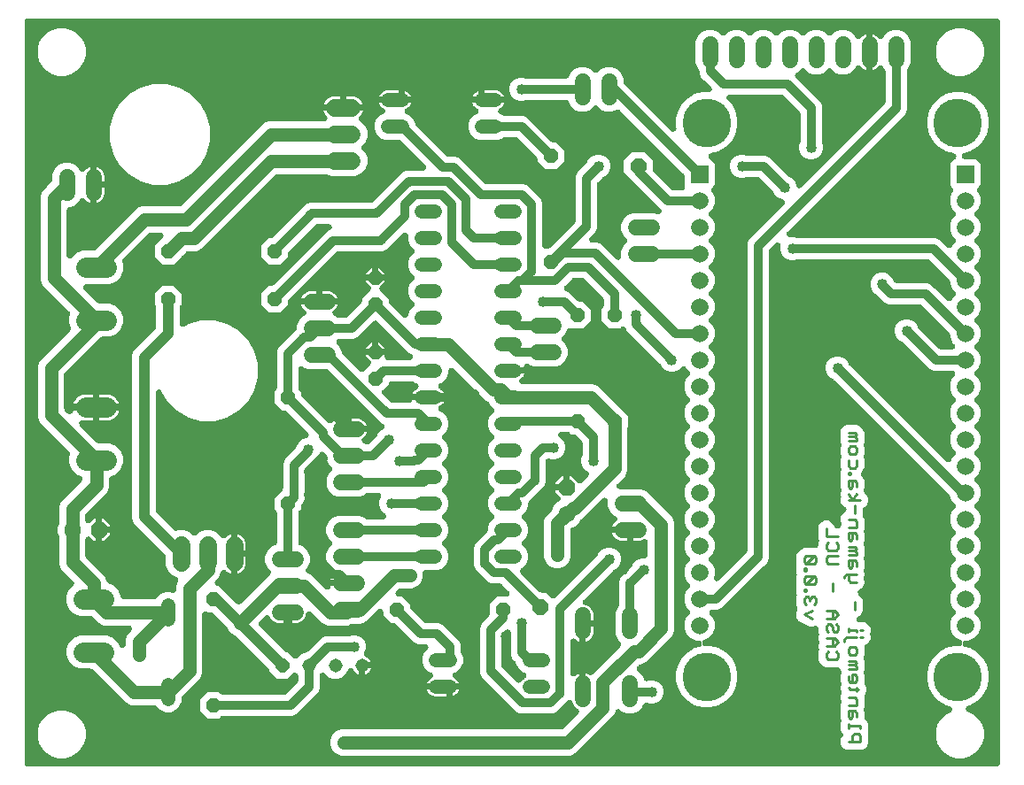
<source format=gbr>
G04 EAGLE Gerber RS-274X export*
G75*
%MOMM*%
%FSLAX34Y34*%
%LPD*%
%INBottom Copper*%
%IPPOS*%
%AMOC8*
5,1,8,0,0,1.08239X$1,22.5*%
G01*
%ADD10C,0.279400*%
%ADD11P,1.732040X8X22.500000*%
%ADD12C,1.600200*%
%ADD13C,1.320800*%
%ADD14P,1.429621X8X202.500000*%
%ADD15C,1.981200*%
%ADD16P,1.732040X8X112.500000*%
%ADD17P,1.429621X8X112.500000*%
%ADD18C,1.524000*%
%ADD19P,1.415766X8X22.500000*%
%ADD20C,1.308000*%
%ADD21C,1.676400*%
%ADD22P,1.429621X8X292.500000*%
%ADD23P,1.429621X8X22.500000*%
%ADD24P,1.649562X8X22.500000*%
%ADD25R,1.665000X1.665000*%
%ADD26C,1.665000*%
%ADD27C,4.650000*%
%ADD28C,1.016000*%
%ADD29C,0.812800*%
%ADD30C,1.016000*%
%ADD31C,1.270000*%

G36*
X507768Y370847D02*
X507768Y370847D01*
X507844Y370845D01*
X508013Y370867D01*
X508184Y370881D01*
X508258Y370899D01*
X508333Y370909D01*
X508497Y370958D01*
X508663Y370999D01*
X508732Y371029D01*
X508806Y371051D01*
X508959Y371127D01*
X509116Y371194D01*
X509180Y371235D01*
X509249Y371268D01*
X509388Y371367D01*
X509532Y371459D01*
X509589Y371510D01*
X509651Y371554D01*
X509772Y371674D01*
X509900Y371788D01*
X509948Y371847D01*
X510002Y371901D01*
X510103Y372039D01*
X510210Y372172D01*
X510247Y372238D01*
X510292Y372299D01*
X510369Y372452D01*
X510454Y372600D01*
X510480Y372672D01*
X510515Y372740D01*
X510566Y372903D01*
X510625Y373063D01*
X510640Y373138D01*
X510663Y373210D01*
X510675Y373315D01*
X510720Y373547D01*
X510727Y373783D01*
X510739Y373888D01*
X510739Y1083312D01*
X510733Y1083388D01*
X510735Y1083464D01*
X510713Y1083633D01*
X510699Y1083804D01*
X510681Y1083878D01*
X510671Y1083953D01*
X510622Y1084117D01*
X510581Y1084283D01*
X510551Y1084352D01*
X510529Y1084426D01*
X510453Y1084579D01*
X510386Y1084736D01*
X510345Y1084800D01*
X510312Y1084869D01*
X510213Y1085008D01*
X510121Y1085152D01*
X510070Y1085209D01*
X510026Y1085271D01*
X509906Y1085392D01*
X509792Y1085520D01*
X509733Y1085568D01*
X509679Y1085622D01*
X509541Y1085723D01*
X509408Y1085830D01*
X509342Y1085867D01*
X509281Y1085912D01*
X509128Y1085989D01*
X508980Y1086074D01*
X508908Y1086100D01*
X508840Y1086135D01*
X508677Y1086186D01*
X508517Y1086245D01*
X508442Y1086260D01*
X508370Y1086283D01*
X508265Y1086295D01*
X508033Y1086340D01*
X507797Y1086347D01*
X507692Y1086359D01*
X-418592Y1086359D01*
X-418668Y1086353D01*
X-418744Y1086355D01*
X-418913Y1086333D01*
X-419084Y1086319D01*
X-419158Y1086301D01*
X-419233Y1086291D01*
X-419397Y1086242D01*
X-419563Y1086201D01*
X-419632Y1086171D01*
X-419706Y1086149D01*
X-419859Y1086073D01*
X-420016Y1086006D01*
X-420080Y1085965D01*
X-420149Y1085932D01*
X-420288Y1085833D01*
X-420432Y1085741D01*
X-420489Y1085690D01*
X-420551Y1085646D01*
X-420672Y1085526D01*
X-420800Y1085412D01*
X-420848Y1085353D01*
X-420902Y1085299D01*
X-421003Y1085161D01*
X-421110Y1085028D01*
X-421147Y1084962D01*
X-421192Y1084901D01*
X-421269Y1084748D01*
X-421354Y1084600D01*
X-421380Y1084528D01*
X-421415Y1084460D01*
X-421466Y1084297D01*
X-421525Y1084137D01*
X-421540Y1084062D01*
X-421563Y1083990D01*
X-421575Y1083885D01*
X-421620Y1083653D01*
X-421627Y1083417D01*
X-421639Y1083312D01*
X-421639Y373888D01*
X-421633Y373812D01*
X-421635Y373736D01*
X-421613Y373567D01*
X-421599Y373396D01*
X-421581Y373322D01*
X-421571Y373247D01*
X-421522Y373083D01*
X-421481Y372917D01*
X-421451Y372848D01*
X-421429Y372774D01*
X-421353Y372621D01*
X-421286Y372464D01*
X-421245Y372400D01*
X-421212Y372331D01*
X-421113Y372192D01*
X-421021Y372048D01*
X-420970Y371991D01*
X-420926Y371929D01*
X-420806Y371808D01*
X-420692Y371680D01*
X-420633Y371632D01*
X-420579Y371578D01*
X-420441Y371477D01*
X-420308Y371370D01*
X-420242Y371333D01*
X-420181Y371288D01*
X-420028Y371211D01*
X-419880Y371126D01*
X-419808Y371100D01*
X-419740Y371065D01*
X-419577Y371014D01*
X-419417Y370955D01*
X-419342Y370940D01*
X-419270Y370917D01*
X-419165Y370905D01*
X-418933Y370860D01*
X-418697Y370853D01*
X-418592Y370841D01*
X507692Y370841D01*
X507768Y370847D01*
G37*
%LPC*%
G36*
X469430Y378459D02*
X469430Y378459D01*
X463616Y380017D01*
X458403Y383027D01*
X454147Y387283D01*
X451137Y392496D01*
X449579Y398310D01*
X449579Y404330D01*
X451137Y410144D01*
X454147Y415357D01*
X458403Y419613D01*
X463557Y422588D01*
X463588Y422610D01*
X463622Y422627D01*
X463790Y422750D01*
X463962Y422869D01*
X463990Y422895D01*
X464021Y422918D01*
X464167Y423066D01*
X464318Y423211D01*
X464341Y423242D01*
X464367Y423269D01*
X464488Y423439D01*
X464613Y423606D01*
X464631Y423640D01*
X464653Y423671D01*
X464744Y423858D01*
X464841Y424044D01*
X464853Y424080D01*
X464870Y424114D01*
X464930Y424314D01*
X464995Y424512D01*
X465001Y424550D01*
X465012Y424587D01*
X465039Y424793D01*
X465072Y425000D01*
X465071Y425038D01*
X465076Y425076D01*
X465070Y425284D01*
X465069Y425493D01*
X465062Y425531D01*
X465061Y425569D01*
X465021Y425773D01*
X464986Y425979D01*
X464973Y426016D01*
X464966Y426053D01*
X464894Y426248D01*
X464826Y426446D01*
X464808Y426480D01*
X464795Y426515D01*
X464692Y426696D01*
X464593Y426881D01*
X464569Y426911D01*
X464550Y426944D01*
X464419Y427107D01*
X464292Y427272D01*
X464264Y427298D01*
X464240Y427328D01*
X464084Y427467D01*
X463933Y427610D01*
X463901Y427631D01*
X463873Y427657D01*
X463697Y427769D01*
X463523Y427885D01*
X463489Y427901D01*
X463456Y427922D01*
X463370Y427956D01*
X463075Y428091D01*
X462909Y428137D01*
X462822Y428171D01*
X459193Y429143D01*
X452501Y433007D01*
X447037Y438471D01*
X443173Y445163D01*
X441173Y452626D01*
X441173Y460354D01*
X443173Y467817D01*
X447037Y474509D01*
X452501Y479973D01*
X459193Y483837D01*
X466656Y485837D01*
X471889Y485837D01*
X472031Y485848D01*
X472174Y485850D01*
X472277Y485868D01*
X472381Y485877D01*
X472519Y485911D01*
X472660Y485936D01*
X472758Y485970D01*
X472860Y485995D01*
X472991Y486052D01*
X473125Y486099D01*
X473217Y486149D01*
X473313Y486190D01*
X473433Y486266D01*
X473559Y486335D01*
X473641Y486399D01*
X473729Y486455D01*
X473836Y486550D01*
X473948Y486637D01*
X474019Y486714D01*
X474097Y486784D01*
X474187Y486895D01*
X474284Y486999D01*
X474342Y487086D01*
X474407Y487168D01*
X474478Y487291D01*
X474557Y487410D01*
X474600Y487506D01*
X474651Y487596D01*
X474701Y487730D01*
X474759Y487860D01*
X474786Y487961D01*
X474823Y488059D01*
X474850Y488199D01*
X474887Y488336D01*
X474897Y488440D01*
X474918Y488543D01*
X474922Y488685D01*
X474936Y488827D01*
X474930Y488932D01*
X474933Y489036D01*
X474914Y489177D01*
X474905Y489320D01*
X474882Y489421D01*
X474868Y489525D01*
X474827Y489662D01*
X474796Y489801D01*
X474756Y489897D01*
X474726Y489997D01*
X474663Y490126D01*
X474610Y490258D01*
X474555Y490347D01*
X474509Y490441D01*
X474427Y490557D01*
X474352Y490678D01*
X474284Y490758D01*
X474224Y490843D01*
X474123Y490944D01*
X474030Y491052D01*
X473950Y491120D01*
X473877Y491194D01*
X473762Y491278D01*
X473652Y491369D01*
X473584Y491407D01*
X473478Y491484D01*
X473091Y491680D01*
X473056Y491699D01*
X469351Y493234D01*
X465294Y497291D01*
X463098Y502591D01*
X463098Y508329D01*
X465294Y513629D01*
X467670Y516005D01*
X467719Y516063D01*
X467775Y516116D01*
X467879Y516251D01*
X467989Y516381D01*
X468029Y516446D01*
X468075Y516507D01*
X468156Y516657D01*
X468244Y516804D01*
X468272Y516875D01*
X468308Y516942D01*
X468364Y517103D01*
X468427Y517262D01*
X468443Y517336D01*
X468468Y517408D01*
X468497Y517577D01*
X468534Y517744D01*
X468538Y517820D01*
X468551Y517895D01*
X468552Y518066D01*
X468561Y518236D01*
X468553Y518312D01*
X468554Y518388D01*
X468527Y518557D01*
X468509Y518727D01*
X468489Y518800D01*
X468477Y518875D01*
X468424Y519038D01*
X468379Y519202D01*
X468347Y519272D01*
X468323Y519344D01*
X468244Y519495D01*
X468173Y519651D01*
X468130Y519714D01*
X468095Y519782D01*
X468029Y519864D01*
X467897Y520060D01*
X467736Y520232D01*
X467670Y520315D01*
X465294Y522691D01*
X463098Y527991D01*
X463098Y533729D01*
X465294Y539029D01*
X467670Y541405D01*
X467719Y541463D01*
X467775Y541516D01*
X467879Y541651D01*
X467989Y541781D01*
X468029Y541846D01*
X468075Y541907D01*
X468156Y542057D01*
X468244Y542204D01*
X468272Y542275D01*
X468308Y542342D01*
X468364Y542503D01*
X468427Y542662D01*
X468443Y542736D01*
X468468Y542808D01*
X468497Y542977D01*
X468534Y543144D01*
X468538Y543220D01*
X468551Y543295D01*
X468552Y543466D01*
X468561Y543636D01*
X468553Y543712D01*
X468554Y543788D01*
X468527Y543957D01*
X468509Y544127D01*
X468489Y544200D01*
X468477Y544275D01*
X468424Y544438D01*
X468379Y544602D01*
X468347Y544672D01*
X468323Y544744D01*
X468244Y544895D01*
X468173Y545051D01*
X468130Y545114D01*
X468095Y545182D01*
X468029Y545264D01*
X467897Y545460D01*
X467736Y545632D01*
X467670Y545715D01*
X465294Y548091D01*
X463098Y553391D01*
X463098Y559129D01*
X465294Y564429D01*
X467670Y566805D01*
X467719Y566863D01*
X467775Y566916D01*
X467879Y567051D01*
X467989Y567181D01*
X468029Y567246D01*
X468075Y567307D01*
X468156Y567457D01*
X468244Y567604D01*
X468272Y567675D01*
X468308Y567742D01*
X468364Y567903D01*
X468427Y568062D01*
X468443Y568136D01*
X468468Y568208D01*
X468497Y568377D01*
X468534Y568544D01*
X468538Y568620D01*
X468551Y568695D01*
X468552Y568866D01*
X468561Y569036D01*
X468553Y569112D01*
X468554Y569188D01*
X468527Y569357D01*
X468509Y569527D01*
X468489Y569600D01*
X468477Y569675D01*
X468424Y569838D01*
X468379Y570002D01*
X468347Y570072D01*
X468323Y570144D01*
X468244Y570295D01*
X468173Y570451D01*
X468130Y570514D01*
X468095Y570582D01*
X468029Y570664D01*
X467897Y570860D01*
X467736Y571032D01*
X467670Y571115D01*
X465294Y573491D01*
X463098Y578791D01*
X463098Y584529D01*
X465294Y589829D01*
X467670Y592205D01*
X467719Y592263D01*
X467775Y592316D01*
X467879Y592451D01*
X467989Y592581D01*
X468029Y592646D01*
X468075Y592707D01*
X468156Y592857D01*
X468244Y593004D01*
X468272Y593075D01*
X468308Y593142D01*
X468364Y593303D01*
X468427Y593462D01*
X468443Y593536D01*
X468468Y593608D01*
X468497Y593777D01*
X468534Y593944D01*
X468538Y594020D01*
X468551Y594095D01*
X468552Y594266D01*
X468561Y594436D01*
X468553Y594512D01*
X468554Y594588D01*
X468527Y594757D01*
X468509Y594927D01*
X468489Y595000D01*
X468477Y595075D01*
X468424Y595238D01*
X468379Y595402D01*
X468347Y595472D01*
X468323Y595544D01*
X468244Y595695D01*
X468173Y595851D01*
X468130Y595914D01*
X468095Y595982D01*
X468029Y596064D01*
X467897Y596260D01*
X467736Y596432D01*
X467670Y596515D01*
X465294Y598891D01*
X463098Y604191D01*
X463098Y609929D01*
X465294Y615229D01*
X467670Y617605D01*
X467719Y617663D01*
X467775Y617716D01*
X467879Y617851D01*
X467989Y617981D01*
X468029Y618046D01*
X468075Y618107D01*
X468156Y618257D01*
X468244Y618404D01*
X468272Y618475D01*
X468308Y618542D01*
X468364Y618703D01*
X468427Y618862D01*
X468443Y618936D01*
X468468Y619008D01*
X468497Y619177D01*
X468534Y619344D01*
X468538Y619420D01*
X468551Y619495D01*
X468552Y619666D01*
X468561Y619836D01*
X468553Y619912D01*
X468554Y619988D01*
X468527Y620157D01*
X468509Y620327D01*
X468489Y620400D01*
X468477Y620475D01*
X468424Y620638D01*
X468379Y620802D01*
X468347Y620872D01*
X468323Y620944D01*
X468244Y621095D01*
X468173Y621251D01*
X468130Y621314D01*
X468095Y621382D01*
X468029Y621464D01*
X467897Y621660D01*
X467736Y621832D01*
X467670Y621915D01*
X465294Y624291D01*
X463061Y629682D01*
X463056Y629690D01*
X463053Y629699D01*
X462943Y629912D01*
X462836Y630121D01*
X462830Y630128D01*
X462826Y630137D01*
X462800Y630169D01*
X462543Y630518D01*
X462449Y630609D01*
X462400Y630670D01*
X352150Y740920D01*
X352143Y740926D01*
X352137Y740934D01*
X351954Y741087D01*
X351774Y741240D01*
X351766Y741245D01*
X351759Y741251D01*
X351723Y741270D01*
X351352Y741494D01*
X351231Y741543D01*
X351162Y741581D01*
X349269Y742365D01*
X346125Y745509D01*
X344423Y749617D01*
X344423Y754063D01*
X346125Y758171D01*
X349269Y761315D01*
X353377Y763017D01*
X357823Y763017D01*
X361931Y761315D01*
X365075Y758171D01*
X365859Y756278D01*
X365864Y756270D01*
X365867Y756260D01*
X365976Y756050D01*
X366084Y755839D01*
X366090Y755831D01*
X366094Y755823D01*
X366119Y755792D01*
X366377Y755442D01*
X366471Y755351D01*
X366520Y755290D01*
X459283Y662527D01*
X459420Y662410D01*
X459552Y662287D01*
X459608Y662250D01*
X459659Y662207D01*
X459813Y662114D01*
X459963Y662014D01*
X460024Y661987D01*
X460081Y661953D01*
X460249Y661886D01*
X460413Y661812D01*
X460478Y661794D01*
X460539Y661770D01*
X460715Y661731D01*
X460890Y661684D01*
X460956Y661677D01*
X461021Y661663D01*
X461201Y661653D01*
X461381Y661635D01*
X461447Y661639D01*
X461513Y661635D01*
X461693Y661654D01*
X461873Y661666D01*
X461938Y661680D01*
X462004Y661688D01*
X462178Y661735D01*
X462354Y661775D01*
X462415Y661801D01*
X462480Y661818D01*
X462644Y661894D01*
X462811Y661961D01*
X462867Y661996D01*
X462928Y662024D01*
X463078Y662125D01*
X463232Y662219D01*
X463282Y662262D01*
X463337Y662299D01*
X463469Y662423D01*
X463606Y662541D01*
X463648Y662592D01*
X463697Y662637D01*
X463807Y662780D01*
X463923Y662919D01*
X463948Y662965D01*
X463997Y663029D01*
X464230Y663463D01*
X464241Y663495D01*
X464253Y663515D01*
X465294Y666029D01*
X467670Y668405D01*
X467719Y668463D01*
X467775Y668516D01*
X467879Y668651D01*
X467989Y668781D01*
X468029Y668846D01*
X468075Y668907D01*
X468156Y669057D01*
X468244Y669204D01*
X468272Y669275D01*
X468308Y669342D01*
X468364Y669503D01*
X468427Y669662D01*
X468443Y669736D01*
X468468Y669808D01*
X468497Y669977D01*
X468534Y670144D01*
X468538Y670220D01*
X468551Y670295D01*
X468552Y670466D01*
X468561Y670636D01*
X468553Y670712D01*
X468554Y670788D01*
X468527Y670957D01*
X468509Y671127D01*
X468489Y671200D01*
X468477Y671275D01*
X468424Y671438D01*
X468379Y671602D01*
X468347Y671672D01*
X468323Y671744D01*
X468244Y671895D01*
X468173Y672051D01*
X468130Y672114D01*
X468095Y672182D01*
X468029Y672264D01*
X467897Y672460D01*
X467736Y672632D01*
X467670Y672715D01*
X465294Y675091D01*
X463098Y680391D01*
X463098Y686129D01*
X465294Y691429D01*
X467670Y693805D01*
X467719Y693863D01*
X467775Y693916D01*
X467879Y694051D01*
X467989Y694181D01*
X468029Y694246D01*
X468075Y694307D01*
X468156Y694457D01*
X468244Y694604D01*
X468272Y694675D01*
X468308Y694742D01*
X468364Y694903D01*
X468427Y695062D01*
X468443Y695136D01*
X468468Y695208D01*
X468497Y695377D01*
X468534Y695544D01*
X468538Y695620D01*
X468551Y695695D01*
X468552Y695866D01*
X468561Y696036D01*
X468553Y696112D01*
X468554Y696188D01*
X468527Y696357D01*
X468509Y696527D01*
X468489Y696600D01*
X468477Y696675D01*
X468424Y696838D01*
X468379Y697002D01*
X468347Y697072D01*
X468323Y697144D01*
X468244Y697295D01*
X468173Y697451D01*
X468130Y697514D01*
X468095Y697582D01*
X468029Y697664D01*
X467897Y697860D01*
X467736Y698032D01*
X467670Y698115D01*
X465294Y700491D01*
X463098Y705791D01*
X463098Y711529D01*
X465294Y716829D01*
X467670Y719205D01*
X467719Y719263D01*
X467775Y719316D01*
X467879Y719451D01*
X467989Y719581D01*
X468029Y719646D01*
X468075Y719707D01*
X468156Y719857D01*
X468244Y720004D01*
X468272Y720075D01*
X468308Y720142D01*
X468364Y720303D01*
X468427Y720462D01*
X468443Y720536D01*
X468468Y720608D01*
X468497Y720777D01*
X468534Y720944D01*
X468538Y721020D01*
X468551Y721095D01*
X468552Y721266D01*
X468561Y721436D01*
X468553Y721512D01*
X468554Y721588D01*
X468527Y721757D01*
X468509Y721927D01*
X468489Y722000D01*
X468477Y722075D01*
X468424Y722238D01*
X468379Y722402D01*
X468347Y722472D01*
X468323Y722544D01*
X468244Y722695D01*
X468173Y722851D01*
X468130Y722914D01*
X468095Y722982D01*
X468029Y723064D01*
X467897Y723260D01*
X467736Y723432D01*
X467670Y723515D01*
X465294Y725891D01*
X463098Y731191D01*
X463098Y736929D01*
X465294Y742229D01*
X467162Y744097D01*
X467187Y744126D01*
X467215Y744152D01*
X467346Y744314D01*
X467481Y744473D01*
X467501Y744506D01*
X467525Y744536D01*
X467628Y744717D01*
X467736Y744896D01*
X467750Y744931D01*
X467769Y744964D01*
X467842Y745160D01*
X467919Y745354D01*
X467927Y745391D01*
X467941Y745427D01*
X467981Y745632D01*
X468026Y745836D01*
X468028Y745874D01*
X468035Y745911D01*
X468042Y746119D01*
X468053Y746328D01*
X468049Y746366D01*
X468051Y746404D01*
X468023Y746611D01*
X468001Y746819D01*
X467991Y746855D01*
X467986Y746893D01*
X467926Y747093D01*
X467871Y747294D01*
X467855Y747329D01*
X467844Y747366D01*
X467752Y747553D01*
X467665Y747743D01*
X467644Y747774D01*
X467627Y747809D01*
X467506Y747978D01*
X467390Y748152D01*
X467363Y748180D01*
X467341Y748211D01*
X467195Y748359D01*
X467052Y748512D01*
X467021Y748535D01*
X466995Y748562D01*
X466826Y748685D01*
X466660Y748812D01*
X466627Y748830D01*
X466596Y748852D01*
X466410Y748946D01*
X466226Y749045D01*
X466189Y749058D01*
X466155Y749075D01*
X465956Y749137D01*
X465759Y749205D01*
X465721Y749211D01*
X465685Y749223D01*
X465592Y749233D01*
X465273Y749288D01*
X465100Y749289D01*
X465007Y749299D01*
X447559Y749299D01*
X443824Y750846D01*
X440538Y754133D01*
X418190Y776480D01*
X418183Y776486D01*
X418177Y776494D01*
X417994Y776647D01*
X417814Y776800D01*
X417806Y776805D01*
X417799Y776811D01*
X417763Y776830D01*
X417392Y777054D01*
X417271Y777103D01*
X417202Y777141D01*
X415309Y777925D01*
X412165Y781069D01*
X410463Y785177D01*
X410463Y789623D01*
X412165Y793731D01*
X415309Y796875D01*
X419417Y798577D01*
X423863Y798577D01*
X427971Y796875D01*
X431115Y793731D01*
X431899Y791838D01*
X431904Y791830D01*
X431907Y791820D01*
X432016Y791611D01*
X432124Y791399D01*
X432130Y791391D01*
X432134Y791383D01*
X432159Y791352D01*
X432417Y791002D01*
X432511Y790911D01*
X432560Y790850D01*
X452896Y770513D01*
X452983Y770439D01*
X453063Y770358D01*
X453171Y770280D01*
X453272Y770194D01*
X453370Y770135D01*
X453462Y770068D01*
X453581Y770008D01*
X453695Y769939D01*
X453801Y769897D01*
X453903Y769845D01*
X454030Y769805D01*
X454153Y769756D01*
X454264Y769731D01*
X454373Y769697D01*
X454467Y769687D01*
X454634Y769649D01*
X454959Y769631D01*
X455051Y769621D01*
X465007Y769621D01*
X465045Y769624D01*
X465083Y769622D01*
X465291Y769644D01*
X465499Y769661D01*
X465536Y769670D01*
X465574Y769674D01*
X465775Y769729D01*
X465978Y769779D01*
X466013Y769794D01*
X466050Y769805D01*
X466239Y769892D01*
X466431Y769974D01*
X466463Y769994D01*
X466498Y770010D01*
X466671Y770127D01*
X466847Y770239D01*
X466876Y770264D01*
X466907Y770286D01*
X467060Y770429D01*
X467215Y770568D01*
X467239Y770597D01*
X467267Y770623D01*
X467394Y770789D01*
X467525Y770952D01*
X467544Y770985D01*
X467567Y771015D01*
X467666Y771199D01*
X467769Y771380D01*
X467782Y771416D01*
X467800Y771450D01*
X467868Y771647D01*
X467941Y771843D01*
X467948Y771880D01*
X467960Y771916D01*
X467995Y772123D01*
X468035Y772327D01*
X468036Y772365D01*
X468043Y772403D01*
X468044Y772612D01*
X468051Y772820D01*
X468046Y772858D01*
X468046Y772896D01*
X468013Y773103D01*
X467986Y773309D01*
X467975Y773346D01*
X467969Y773383D01*
X467904Y773582D01*
X467844Y773781D01*
X467827Y773816D01*
X467815Y773852D01*
X467719Y774037D01*
X467627Y774225D01*
X467605Y774256D01*
X467587Y774290D01*
X467529Y774362D01*
X467341Y774627D01*
X467221Y774749D01*
X467162Y774823D01*
X465294Y776691D01*
X463098Y781991D01*
X463098Y783650D01*
X463089Y783764D01*
X463090Y783878D01*
X463069Y784009D01*
X463058Y784142D01*
X463031Y784253D01*
X463013Y784365D01*
X462972Y784492D01*
X462940Y784621D01*
X462895Y784725D01*
X462859Y784834D01*
X462797Y784952D01*
X462745Y785074D01*
X462684Y785170D01*
X462631Y785272D01*
X462572Y785345D01*
X462480Y785490D01*
X462264Y785732D01*
X462206Y785805D01*
X436104Y811907D01*
X436017Y811981D01*
X435937Y812062D01*
X435829Y812140D01*
X435728Y812226D01*
X435630Y812285D01*
X435538Y812352D01*
X435419Y812412D01*
X435305Y812481D01*
X435199Y812523D01*
X435097Y812575D01*
X434970Y812615D01*
X434847Y812664D01*
X434736Y812689D01*
X434627Y812723D01*
X434533Y812733D01*
X434366Y812771D01*
X434041Y812789D01*
X433949Y812799D01*
X404379Y812799D01*
X400644Y814346D01*
X393088Y821903D01*
X393081Y821909D01*
X393074Y821916D01*
X392893Y822068D01*
X392712Y822222D01*
X392704Y822227D01*
X392696Y822233D01*
X392662Y822252D01*
X392289Y822477D01*
X392168Y822525D01*
X392099Y822563D01*
X391941Y822629D01*
X388797Y825773D01*
X387095Y829881D01*
X387095Y834327D01*
X388797Y838435D01*
X391941Y841579D01*
X396049Y843281D01*
X400495Y843281D01*
X404603Y841579D01*
X407747Y838435D01*
X409169Y835002D01*
X409269Y834807D01*
X409365Y834611D01*
X409381Y834588D01*
X409394Y834563D01*
X409524Y834387D01*
X409650Y834209D01*
X409670Y834189D01*
X409687Y834166D01*
X409844Y834013D01*
X409997Y833858D01*
X410020Y833841D01*
X410040Y833821D01*
X410220Y833696D01*
X410396Y833568D01*
X410421Y833555D01*
X410445Y833539D01*
X410642Y833444D01*
X410836Y833345D01*
X410863Y833337D01*
X410889Y833324D01*
X411099Y833263D01*
X411307Y833197D01*
X411330Y833194D01*
X411362Y833185D01*
X411852Y833124D01*
X411932Y833127D01*
X411985Y833121D01*
X441441Y833121D01*
X445176Y831574D01*
X448462Y828287D01*
X460027Y816723D01*
X460164Y816606D01*
X460296Y816483D01*
X460352Y816447D01*
X460402Y816403D01*
X460557Y816310D01*
X460707Y816211D01*
X460768Y816183D01*
X460825Y816149D01*
X460993Y816082D01*
X461157Y816008D01*
X461221Y815990D01*
X461283Y815966D01*
X461459Y815927D01*
X461634Y815880D01*
X461700Y815873D01*
X461765Y815859D01*
X461945Y815849D01*
X462125Y815831D01*
X462191Y815835D01*
X462257Y815831D01*
X462437Y815850D01*
X462617Y815862D01*
X462682Y815877D01*
X462748Y815884D01*
X462922Y815931D01*
X463098Y815972D01*
X463159Y815997D01*
X463224Y816014D01*
X463388Y816090D01*
X463555Y816158D01*
X463611Y816192D01*
X463672Y816220D01*
X463822Y816321D01*
X463976Y816415D01*
X464026Y816458D01*
X464081Y816495D01*
X464213Y816619D01*
X464350Y816737D01*
X464392Y816788D01*
X464441Y816833D01*
X464551Y816976D01*
X464667Y817115D01*
X464692Y817161D01*
X464741Y817225D01*
X464974Y817659D01*
X464985Y817691D01*
X464997Y817712D01*
X465294Y818429D01*
X467670Y820805D01*
X467719Y820863D01*
X467775Y820916D01*
X467879Y821051D01*
X467989Y821181D01*
X468029Y821246D01*
X468075Y821307D01*
X468156Y821457D01*
X468244Y821604D01*
X468272Y821675D01*
X468308Y821742D01*
X468364Y821903D01*
X468427Y822062D01*
X468443Y822136D01*
X468468Y822208D01*
X468497Y822377D01*
X468534Y822544D01*
X468538Y822620D01*
X468551Y822695D01*
X468552Y822866D01*
X468561Y823036D01*
X468553Y823112D01*
X468554Y823188D01*
X468527Y823357D01*
X468509Y823527D01*
X468489Y823600D01*
X468477Y823675D01*
X468424Y823838D01*
X468379Y824002D01*
X468347Y824072D01*
X468323Y824144D01*
X468244Y824295D01*
X468173Y824451D01*
X468130Y824514D01*
X468095Y824582D01*
X468029Y824664D01*
X467897Y824860D01*
X467736Y825032D01*
X467670Y825115D01*
X465294Y827491D01*
X463098Y832791D01*
X463098Y834450D01*
X463089Y834564D01*
X463090Y834678D01*
X463069Y834809D01*
X463058Y834942D01*
X463031Y835053D01*
X463013Y835165D01*
X462972Y835292D01*
X462940Y835421D01*
X462895Y835525D01*
X462859Y835634D01*
X462797Y835752D01*
X462745Y835874D01*
X462684Y835970D01*
X462631Y836072D01*
X462572Y836145D01*
X462480Y836290D01*
X462264Y836532D01*
X462206Y836605D01*
X443724Y855087D01*
X443637Y855161D01*
X443557Y855242D01*
X443449Y855320D01*
X443348Y855406D01*
X443250Y855465D01*
X443158Y855532D01*
X443039Y855592D01*
X442925Y855661D01*
X442819Y855703D01*
X442717Y855755D01*
X442590Y855795D01*
X442467Y855844D01*
X442356Y855869D01*
X442247Y855903D01*
X442153Y855913D01*
X441986Y855951D01*
X441661Y855969D01*
X441569Y855979D01*
X317702Y855979D01*
X317692Y855978D01*
X317683Y855979D01*
X317447Y855959D01*
X317210Y855939D01*
X317201Y855937D01*
X317191Y855936D01*
X317153Y855925D01*
X316732Y855821D01*
X316611Y855769D01*
X316536Y855747D01*
X314643Y854963D01*
X310197Y854963D01*
X306089Y856665D01*
X302945Y859809D01*
X301243Y863917D01*
X301243Y868797D01*
X301240Y868835D01*
X301242Y868873D01*
X301220Y869081D01*
X301203Y869289D01*
X301194Y869326D01*
X301190Y869364D01*
X301135Y869565D01*
X301085Y869768D01*
X301070Y869803D01*
X301059Y869839D01*
X300972Y870029D01*
X300890Y870221D01*
X300870Y870253D01*
X300854Y870288D01*
X300737Y870461D01*
X300625Y870637D01*
X300600Y870666D01*
X300578Y870697D01*
X300435Y870849D01*
X300296Y871005D01*
X300267Y871029D01*
X300241Y871057D01*
X300075Y871184D01*
X299912Y871315D01*
X299879Y871334D01*
X299849Y871357D01*
X299665Y871456D01*
X299484Y871559D01*
X299448Y871572D01*
X299414Y871590D01*
X299217Y871658D01*
X299021Y871731D01*
X298984Y871738D01*
X298948Y871750D01*
X298741Y871785D01*
X298537Y871825D01*
X298499Y871826D01*
X298461Y871833D01*
X298252Y871834D01*
X298044Y871841D01*
X298006Y871836D01*
X297968Y871836D01*
X297761Y871803D01*
X297555Y871776D01*
X297518Y871765D01*
X297481Y871759D01*
X297282Y871694D01*
X297083Y871634D01*
X297048Y871617D01*
X297012Y871605D01*
X296827Y871508D01*
X296639Y871417D01*
X296608Y871395D01*
X296574Y871377D01*
X296502Y871319D01*
X296237Y871131D01*
X296115Y871010D01*
X296041Y870952D01*
X290453Y865364D01*
X290379Y865277D01*
X290298Y865197D01*
X290220Y865089D01*
X290134Y864988D01*
X290075Y864890D01*
X290008Y864798D01*
X289948Y864679D01*
X289879Y864565D01*
X289837Y864459D01*
X289785Y864357D01*
X289745Y864230D01*
X289696Y864107D01*
X289671Y863996D01*
X289637Y863887D01*
X289627Y863793D01*
X289589Y863626D01*
X289571Y863301D01*
X289561Y863209D01*
X289561Y569479D01*
X288014Y565744D01*
X284727Y562458D01*
X247802Y525533D01*
X244516Y522246D01*
X240781Y520699D01*
X236033Y520699D01*
X235995Y520696D01*
X235957Y520698D01*
X235749Y520676D01*
X235541Y520659D01*
X235504Y520650D01*
X235466Y520646D01*
X235265Y520591D01*
X235062Y520541D01*
X235027Y520526D01*
X234990Y520515D01*
X234801Y520428D01*
X234609Y520346D01*
X234577Y520326D01*
X234542Y520310D01*
X234369Y520193D01*
X234193Y520081D01*
X234164Y520056D01*
X234133Y520034D01*
X233980Y519891D01*
X233825Y519752D01*
X233801Y519723D01*
X233773Y519697D01*
X233646Y519531D01*
X233515Y519368D01*
X233496Y519335D01*
X233473Y519305D01*
X233374Y519121D01*
X233271Y518940D01*
X233258Y518904D01*
X233240Y518870D01*
X233172Y518673D01*
X233099Y518477D01*
X233092Y518440D01*
X233080Y518404D01*
X233045Y518197D01*
X233005Y517993D01*
X233004Y517955D01*
X232997Y517917D01*
X232996Y517708D01*
X232989Y517500D01*
X232994Y517462D01*
X232994Y517424D01*
X233027Y517217D01*
X233054Y517011D01*
X233065Y516974D01*
X233071Y516937D01*
X233136Y516738D01*
X233196Y516539D01*
X233213Y516504D01*
X233225Y516468D01*
X233321Y516283D01*
X233413Y516095D01*
X233435Y516064D01*
X233453Y516030D01*
X233511Y515958D01*
X233699Y515693D01*
X233819Y515571D01*
X233878Y515497D01*
X235746Y513629D01*
X237942Y508329D01*
X237942Y502591D01*
X235746Y497291D01*
X231689Y493234D01*
X227984Y491699D01*
X227857Y491634D01*
X227727Y491578D01*
X227638Y491522D01*
X227545Y491474D01*
X227431Y491390D01*
X227311Y491313D01*
X227233Y491243D01*
X227148Y491181D01*
X227049Y491079D01*
X226943Y490984D01*
X226877Y490903D01*
X226804Y490828D01*
X226722Y490711D01*
X226633Y490600D01*
X226581Y490510D01*
X226521Y490424D01*
X226459Y490296D01*
X226389Y490172D01*
X226352Y490074D01*
X226307Y489979D01*
X226267Y489843D01*
X226217Y489709D01*
X226197Y489607D01*
X226168Y489506D01*
X226150Y489365D01*
X226122Y489225D01*
X226119Y489121D01*
X226106Y489017D01*
X226112Y488874D01*
X226107Y488732D01*
X226121Y488628D01*
X226125Y488524D01*
X226153Y488384D01*
X226172Y488243D01*
X226202Y488143D01*
X226222Y488040D01*
X226273Y487907D01*
X226314Y487770D01*
X226360Y487677D01*
X226397Y487579D01*
X226468Y487455D01*
X226531Y487327D01*
X226591Y487242D01*
X226644Y487152D01*
X226734Y487041D01*
X226816Y486925D01*
X226890Y486851D01*
X226956Y486770D01*
X227063Y486675D01*
X227163Y486574D01*
X227248Y486513D01*
X227326Y486443D01*
X227447Y486368D01*
X227562Y486284D01*
X227655Y486237D01*
X227744Y486181D01*
X227875Y486126D01*
X228002Y486061D01*
X228102Y486030D01*
X228198Y485989D01*
X228337Y485956D01*
X228473Y485913D01*
X228551Y485904D01*
X228678Y485874D01*
X229111Y485841D01*
X229151Y485837D01*
X234384Y485837D01*
X241847Y483837D01*
X248539Y479973D01*
X254003Y474509D01*
X257867Y467817D01*
X259867Y460354D01*
X259867Y452626D01*
X257867Y445163D01*
X254003Y438471D01*
X248539Y433007D01*
X241847Y429143D01*
X234384Y427143D01*
X226656Y427143D01*
X219193Y429143D01*
X212501Y433007D01*
X207037Y438471D01*
X203173Y445163D01*
X201173Y452626D01*
X201173Y460354D01*
X203173Y467817D01*
X207037Y474509D01*
X212501Y479973D01*
X219193Y483837D01*
X223711Y485048D01*
X223801Y485080D01*
X223893Y485102D01*
X224033Y485162D01*
X224176Y485213D01*
X224259Y485259D01*
X224347Y485297D01*
X224475Y485379D01*
X224608Y485452D01*
X224683Y485511D01*
X224763Y485562D01*
X224876Y485663D01*
X224995Y485757D01*
X225060Y485827D01*
X225131Y485891D01*
X225226Y486009D01*
X225329Y486121D01*
X225381Y486201D01*
X225441Y486275D01*
X225516Y486407D01*
X225599Y486534D01*
X225637Y486621D01*
X225685Y486703D01*
X225737Y486846D01*
X225799Y486985D01*
X225823Y487077D01*
X225856Y487166D01*
X225885Y487315D01*
X225924Y487462D01*
X225933Y487557D01*
X225951Y487650D01*
X225956Y487802D01*
X225970Y487953D01*
X225963Y488048D01*
X225966Y488143D01*
X225946Y488294D01*
X225936Y488445D01*
X225914Y488538D01*
X225902Y488632D01*
X225858Y488778D01*
X225823Y488926D01*
X225787Y489013D01*
X225759Y489105D01*
X225692Y489241D01*
X225634Y489381D01*
X225584Y489462D01*
X225542Y489548D01*
X225455Y489671D01*
X225374Y489801D01*
X225312Y489872D01*
X225257Y489950D01*
X225150Y490058D01*
X225050Y490173D01*
X224977Y490233D01*
X224910Y490301D01*
X224787Y490390D01*
X224670Y490487D01*
X224588Y490535D01*
X224511Y490591D01*
X224376Y490660D01*
X224245Y490737D01*
X224156Y490771D01*
X224071Y490814D01*
X223926Y490859D01*
X223784Y490914D01*
X223691Y490933D01*
X223600Y490962D01*
X223500Y490973D01*
X223301Y491015D01*
X223026Y491027D01*
X222923Y491038D01*
X220651Y491038D01*
X215351Y493234D01*
X211294Y497291D01*
X209098Y502591D01*
X209098Y508329D01*
X211294Y513629D01*
X213670Y516005D01*
X213719Y516063D01*
X213775Y516116D01*
X213879Y516251D01*
X213989Y516381D01*
X214029Y516446D01*
X214075Y516507D01*
X214156Y516657D01*
X214244Y516804D01*
X214272Y516875D01*
X214308Y516942D01*
X214364Y517103D01*
X214427Y517262D01*
X214443Y517336D01*
X214468Y517408D01*
X214497Y517577D01*
X214534Y517744D01*
X214538Y517820D01*
X214551Y517895D01*
X214552Y518066D01*
X214561Y518236D01*
X214553Y518312D01*
X214554Y518388D01*
X214527Y518557D01*
X214509Y518727D01*
X214489Y518800D01*
X214477Y518875D01*
X214424Y519038D01*
X214379Y519202D01*
X214347Y519272D01*
X214323Y519344D01*
X214244Y519495D01*
X214173Y519651D01*
X214130Y519714D01*
X214095Y519782D01*
X214029Y519864D01*
X213897Y520060D01*
X213736Y520232D01*
X213670Y520315D01*
X211294Y522691D01*
X209098Y527991D01*
X209098Y533729D01*
X211294Y539029D01*
X213670Y541405D01*
X213719Y541463D01*
X213775Y541516D01*
X213879Y541651D01*
X213989Y541781D01*
X214029Y541846D01*
X214075Y541907D01*
X214156Y542057D01*
X214244Y542204D01*
X214272Y542275D01*
X214308Y542342D01*
X214364Y542503D01*
X214427Y542662D01*
X214443Y542736D01*
X214468Y542808D01*
X214497Y542977D01*
X214534Y543144D01*
X214538Y543220D01*
X214551Y543295D01*
X214552Y543466D01*
X214561Y543636D01*
X214553Y543712D01*
X214554Y543788D01*
X214527Y543957D01*
X214509Y544127D01*
X214489Y544200D01*
X214477Y544275D01*
X214424Y544438D01*
X214379Y544602D01*
X214347Y544672D01*
X214323Y544744D01*
X214244Y544895D01*
X214173Y545051D01*
X214130Y545114D01*
X214095Y545182D01*
X214029Y545264D01*
X213897Y545460D01*
X213736Y545632D01*
X213670Y545715D01*
X211294Y548091D01*
X209098Y553391D01*
X209098Y559129D01*
X211294Y564429D01*
X213670Y566805D01*
X213719Y566863D01*
X213775Y566916D01*
X213879Y567051D01*
X213989Y567181D01*
X214029Y567246D01*
X214075Y567307D01*
X214156Y567457D01*
X214244Y567604D01*
X214272Y567675D01*
X214308Y567742D01*
X214364Y567903D01*
X214427Y568062D01*
X214443Y568136D01*
X214468Y568208D01*
X214497Y568377D01*
X214534Y568544D01*
X214538Y568620D01*
X214551Y568695D01*
X214552Y568866D01*
X214561Y569036D01*
X214553Y569112D01*
X214554Y569188D01*
X214527Y569357D01*
X214509Y569527D01*
X214489Y569600D01*
X214477Y569675D01*
X214424Y569838D01*
X214379Y570002D01*
X214347Y570072D01*
X214323Y570144D01*
X214244Y570295D01*
X214173Y570451D01*
X214130Y570514D01*
X214095Y570582D01*
X214029Y570664D01*
X213897Y570860D01*
X213736Y571032D01*
X213670Y571115D01*
X211294Y573491D01*
X209098Y578791D01*
X209098Y584529D01*
X211294Y589829D01*
X213670Y592205D01*
X213719Y592263D01*
X213775Y592316D01*
X213879Y592451D01*
X213989Y592581D01*
X214029Y592646D01*
X214075Y592707D01*
X214156Y592857D01*
X214244Y593004D01*
X214272Y593075D01*
X214308Y593142D01*
X214364Y593303D01*
X214427Y593462D01*
X214443Y593536D01*
X214468Y593608D01*
X214497Y593777D01*
X214534Y593944D01*
X214538Y594020D01*
X214551Y594095D01*
X214552Y594266D01*
X214561Y594436D01*
X214553Y594512D01*
X214554Y594588D01*
X214527Y594757D01*
X214509Y594927D01*
X214489Y595000D01*
X214477Y595075D01*
X214424Y595238D01*
X214379Y595402D01*
X214347Y595472D01*
X214323Y595544D01*
X214244Y595695D01*
X214173Y595851D01*
X214130Y595914D01*
X214095Y595982D01*
X214029Y596064D01*
X213897Y596260D01*
X213736Y596432D01*
X213670Y596515D01*
X211294Y598891D01*
X209098Y604191D01*
X209098Y609929D01*
X211294Y615229D01*
X213670Y617605D01*
X213719Y617663D01*
X213775Y617716D01*
X213879Y617851D01*
X213989Y617981D01*
X214029Y618046D01*
X214075Y618107D01*
X214156Y618257D01*
X214244Y618404D01*
X214272Y618475D01*
X214308Y618542D01*
X214364Y618703D01*
X214427Y618862D01*
X214443Y618936D01*
X214468Y619008D01*
X214497Y619177D01*
X214534Y619344D01*
X214538Y619420D01*
X214551Y619495D01*
X214552Y619666D01*
X214561Y619836D01*
X214553Y619912D01*
X214554Y619988D01*
X214527Y620157D01*
X214509Y620327D01*
X214489Y620400D01*
X214477Y620475D01*
X214424Y620638D01*
X214379Y620802D01*
X214347Y620872D01*
X214323Y620944D01*
X214244Y621095D01*
X214173Y621251D01*
X214130Y621314D01*
X214095Y621382D01*
X214029Y621464D01*
X213897Y621660D01*
X213736Y621832D01*
X213670Y621915D01*
X211294Y624291D01*
X209098Y629591D01*
X209098Y635329D01*
X211294Y640629D01*
X213670Y643005D01*
X213719Y643063D01*
X213775Y643116D01*
X213879Y643251D01*
X213989Y643381D01*
X214029Y643446D01*
X214075Y643507D01*
X214156Y643657D01*
X214244Y643804D01*
X214272Y643875D01*
X214308Y643942D01*
X214364Y644103D01*
X214427Y644262D01*
X214443Y644336D01*
X214468Y644408D01*
X214497Y644577D01*
X214534Y644744D01*
X214538Y644820D01*
X214551Y644895D01*
X214552Y645066D01*
X214561Y645236D01*
X214553Y645312D01*
X214554Y645388D01*
X214527Y645557D01*
X214509Y645727D01*
X214489Y645800D01*
X214477Y645875D01*
X214424Y646038D01*
X214379Y646202D01*
X214347Y646272D01*
X214323Y646344D01*
X214244Y646495D01*
X214173Y646651D01*
X214130Y646714D01*
X214095Y646782D01*
X214029Y646864D01*
X213897Y647060D01*
X213736Y647232D01*
X213670Y647315D01*
X211294Y649691D01*
X209098Y654991D01*
X209098Y660729D01*
X211294Y666029D01*
X213670Y668405D01*
X213719Y668463D01*
X213775Y668515D01*
X213879Y668651D01*
X213989Y668781D01*
X214029Y668847D01*
X214075Y668907D01*
X214156Y669057D01*
X214244Y669204D01*
X214272Y669274D01*
X214308Y669342D01*
X214364Y669503D01*
X214427Y669662D01*
X214443Y669736D01*
X214468Y669808D01*
X214497Y669977D01*
X214534Y670143D01*
X214538Y670220D01*
X214551Y670295D01*
X214552Y670466D01*
X214561Y670636D01*
X214553Y670712D01*
X214554Y670788D01*
X214527Y670957D01*
X214509Y671127D01*
X214489Y671200D01*
X214477Y671275D01*
X214424Y671438D01*
X214379Y671602D01*
X214347Y671672D01*
X214323Y671744D01*
X214244Y671896D01*
X214173Y672051D01*
X214130Y672114D01*
X214095Y672182D01*
X214029Y672264D01*
X213897Y672460D01*
X213735Y672633D01*
X213670Y672715D01*
X211294Y675091D01*
X209098Y680391D01*
X209098Y686129D01*
X211294Y691429D01*
X213670Y693805D01*
X213719Y693863D01*
X213775Y693916D01*
X213879Y694051D01*
X213989Y694181D01*
X214029Y694246D01*
X214075Y694307D01*
X214156Y694457D01*
X214244Y694604D01*
X214272Y694675D01*
X214308Y694742D01*
X214364Y694903D01*
X214427Y695062D01*
X214443Y695136D01*
X214468Y695208D01*
X214497Y695377D01*
X214534Y695544D01*
X214538Y695620D01*
X214551Y695695D01*
X214552Y695866D01*
X214561Y696036D01*
X214553Y696112D01*
X214554Y696188D01*
X214527Y696357D01*
X214509Y696527D01*
X214489Y696600D01*
X214477Y696675D01*
X214424Y696838D01*
X214379Y697002D01*
X214347Y697072D01*
X214323Y697144D01*
X214244Y697295D01*
X214173Y697451D01*
X214130Y697514D01*
X214095Y697582D01*
X214029Y697664D01*
X213897Y697860D01*
X213736Y698032D01*
X213670Y698115D01*
X211294Y700491D01*
X209098Y705791D01*
X209098Y711529D01*
X211294Y716829D01*
X213670Y719205D01*
X213719Y719263D01*
X213775Y719316D01*
X213879Y719451D01*
X213989Y719581D01*
X214029Y719646D01*
X214075Y719707D01*
X214156Y719857D01*
X214244Y720004D01*
X214272Y720075D01*
X214308Y720142D01*
X214364Y720303D01*
X214427Y720462D01*
X214443Y720536D01*
X214468Y720608D01*
X214497Y720777D01*
X214534Y720944D01*
X214538Y721020D01*
X214551Y721095D01*
X214552Y721266D01*
X214561Y721436D01*
X214553Y721512D01*
X214554Y721588D01*
X214527Y721757D01*
X214509Y721927D01*
X214489Y722000D01*
X214477Y722075D01*
X214424Y722238D01*
X214379Y722402D01*
X214347Y722472D01*
X214323Y722544D01*
X214244Y722695D01*
X214173Y722851D01*
X214130Y722914D01*
X214095Y722982D01*
X214029Y723064D01*
X213897Y723260D01*
X213736Y723432D01*
X213670Y723515D01*
X211294Y725891D01*
X209098Y731191D01*
X209098Y736929D01*
X211294Y742229D01*
X213670Y744605D01*
X213719Y744663D01*
X213775Y744716D01*
X213879Y744851D01*
X213989Y744981D01*
X214029Y745046D01*
X214075Y745107D01*
X214156Y745257D01*
X214244Y745404D01*
X214272Y745475D01*
X214308Y745542D01*
X214364Y745703D01*
X214427Y745862D01*
X214443Y745936D01*
X214468Y746008D01*
X214497Y746177D01*
X214534Y746344D01*
X214538Y746420D01*
X214551Y746495D01*
X214552Y746666D01*
X214561Y746836D01*
X214553Y746912D01*
X214554Y746988D01*
X214527Y747157D01*
X214509Y747327D01*
X214489Y747400D01*
X214477Y747475D01*
X214424Y747638D01*
X214379Y747802D01*
X214347Y747872D01*
X214323Y747944D01*
X214244Y748095D01*
X214173Y748251D01*
X214130Y748314D01*
X214095Y748382D01*
X214029Y748464D01*
X213897Y748660D01*
X213736Y748832D01*
X213670Y748915D01*
X211294Y751291D01*
X211120Y751711D01*
X211037Y751872D01*
X210962Y752036D01*
X210925Y752091D01*
X210895Y752150D01*
X210787Y752296D01*
X210687Y752445D01*
X210641Y752493D01*
X210602Y752547D01*
X210472Y752673D01*
X210349Y752804D01*
X210296Y752845D01*
X210249Y752891D01*
X210101Y752995D01*
X209958Y753105D01*
X209899Y753136D01*
X209845Y753174D01*
X209682Y753253D01*
X209523Y753338D01*
X209460Y753359D01*
X209400Y753388D01*
X209227Y753439D01*
X209056Y753498D01*
X208991Y753509D01*
X208927Y753528D01*
X208748Y753550D01*
X208570Y753580D01*
X208503Y753581D01*
X208437Y753589D01*
X208257Y753582D01*
X208076Y753584D01*
X208011Y753573D01*
X207944Y753571D01*
X207768Y753535D01*
X207589Y753507D01*
X207526Y753486D01*
X207461Y753473D01*
X207292Y753409D01*
X207121Y753353D01*
X207062Y753322D01*
X206999Y753298D01*
X206843Y753208D01*
X206683Y753125D01*
X206642Y753092D01*
X206572Y753052D01*
X206190Y752739D01*
X206168Y752714D01*
X206150Y752700D01*
X203435Y749985D01*
X199327Y748283D01*
X194881Y748283D01*
X190773Y749985D01*
X187629Y753129D01*
X186845Y755022D01*
X186840Y755030D01*
X186837Y755040D01*
X186729Y755248D01*
X186620Y755461D01*
X186614Y755469D01*
X186610Y755477D01*
X186585Y755508D01*
X186327Y755858D01*
X186233Y755949D01*
X186184Y756010D01*
X157233Y784962D01*
X153946Y788248D01*
X153308Y789788D01*
X153226Y789949D01*
X153151Y790113D01*
X153114Y790168D01*
X153083Y790227D01*
X152976Y790373D01*
X152875Y790522D01*
X152830Y790571D01*
X152790Y790624D01*
X152661Y790750D01*
X152538Y790882D01*
X152485Y790922D01*
X152437Y790969D01*
X152289Y791072D01*
X152146Y791182D01*
X152087Y791213D01*
X152033Y791252D01*
X151871Y791330D01*
X151711Y791415D01*
X151648Y791437D01*
X151589Y791466D01*
X151416Y791517D01*
X151245Y791575D01*
X151179Y791586D01*
X151115Y791605D01*
X150936Y791628D01*
X150758Y791658D01*
X150692Y791658D01*
X150626Y791666D01*
X150446Y791660D01*
X150265Y791661D01*
X150199Y791650D01*
X150133Y791648D01*
X149956Y791612D01*
X149778Y791584D01*
X149714Y791563D01*
X149649Y791550D01*
X149481Y791486D01*
X149309Y791430D01*
X149250Y791399D01*
X149188Y791376D01*
X149032Y791285D01*
X148871Y791202D01*
X148830Y791169D01*
X148761Y791129D01*
X148379Y790817D01*
X148357Y790791D01*
X148338Y790777D01*
X147501Y789939D01*
X136979Y789939D01*
X129539Y797379D01*
X129539Y807901D01*
X131187Y809548D01*
X131261Y809635D01*
X131342Y809716D01*
X131420Y809823D01*
X131506Y809924D01*
X131565Y810022D01*
X131632Y810114D01*
X131692Y810233D01*
X131761Y810347D01*
X131803Y810453D01*
X131855Y810555D01*
X131895Y810682D01*
X131944Y810805D01*
X131969Y810916D01*
X132003Y811025D01*
X132013Y811119D01*
X132051Y811286D01*
X132069Y811611D01*
X132079Y811703D01*
X132079Y817489D01*
X132070Y817603D01*
X132071Y817717D01*
X132050Y817848D01*
X132039Y817981D01*
X132012Y818092D01*
X131994Y818204D01*
X131953Y818331D01*
X131921Y818460D01*
X131876Y818564D01*
X131840Y818673D01*
X131778Y818791D01*
X131726Y818913D01*
X131665Y819009D01*
X131612Y819111D01*
X131553Y819184D01*
X131461Y819329D01*
X131245Y819571D01*
X131187Y819644D01*
X113524Y837307D01*
X113437Y837381D01*
X113357Y837462D01*
X113249Y837540D01*
X113148Y837626D01*
X113050Y837685D01*
X112958Y837752D01*
X112839Y837812D01*
X112725Y837881D01*
X112619Y837923D01*
X112517Y837975D01*
X112390Y838015D01*
X112267Y838064D01*
X112156Y838089D01*
X112047Y838123D01*
X111953Y838133D01*
X111786Y838171D01*
X111461Y838189D01*
X111369Y838199D01*
X103942Y838199D01*
X103828Y838190D01*
X103714Y838191D01*
X103583Y838170D01*
X103450Y838159D01*
X103339Y838132D01*
X103227Y838114D01*
X103100Y838073D01*
X102971Y838041D01*
X102867Y837996D01*
X102758Y837960D01*
X102640Y837898D01*
X102518Y837846D01*
X102422Y837785D01*
X102320Y837732D01*
X102247Y837673D01*
X102102Y837581D01*
X101860Y837365D01*
X101787Y837307D01*
X94969Y830489D01*
X94852Y830351D01*
X94730Y830219D01*
X94693Y830163D01*
X94650Y830113D01*
X94557Y829958D01*
X94457Y829808D01*
X94429Y829747D01*
X94395Y829690D01*
X94328Y829523D01*
X94254Y829358D01*
X94237Y829294D01*
X94212Y829232D01*
X94173Y829056D01*
X94126Y828882D01*
X94120Y828816D01*
X94105Y828750D01*
X94095Y828570D01*
X94077Y828391D01*
X94081Y828324D01*
X94078Y828258D01*
X94097Y828078D01*
X94108Y827898D01*
X94123Y827833D01*
X94130Y827767D01*
X94178Y827593D01*
X94218Y827417D01*
X94243Y827356D01*
X94260Y827292D01*
X94336Y827127D01*
X94404Y826960D01*
X94438Y826904D01*
X94466Y826843D01*
X94567Y826693D01*
X94661Y826539D01*
X94704Y826489D01*
X94742Y826434D01*
X94865Y826302D01*
X94983Y826166D01*
X95034Y826123D01*
X95079Y826074D01*
X95222Y825965D01*
X95361Y825849D01*
X95407Y825823D01*
X95471Y825774D01*
X95906Y825541D01*
X95937Y825530D01*
X95958Y825519D01*
X99736Y823954D01*
X107456Y816233D01*
X107543Y816159D01*
X107623Y816078D01*
X107731Y816000D01*
X107832Y815914D01*
X107930Y815855D01*
X108022Y815788D01*
X108141Y815728D01*
X108255Y815659D01*
X108361Y815617D01*
X108463Y815565D01*
X108589Y815525D01*
X108713Y815476D01*
X108824Y815451D01*
X108933Y815417D01*
X109027Y815407D01*
X109194Y815369D01*
X109519Y815351D01*
X109611Y815341D01*
X111941Y815341D01*
X119381Y807901D01*
X119381Y797379D01*
X111941Y789939D01*
X101224Y789939D01*
X101212Y789945D01*
X101155Y789979D01*
X100988Y790046D01*
X100823Y790120D01*
X100759Y790137D01*
X100697Y790162D01*
X100521Y790201D01*
X100347Y790248D01*
X100280Y790254D01*
X100216Y790269D01*
X100035Y790279D01*
X99856Y790297D01*
X99789Y790293D01*
X99723Y790296D01*
X99543Y790277D01*
X99363Y790266D01*
X99299Y790251D01*
X99232Y790244D01*
X99058Y790196D01*
X98882Y790156D01*
X98821Y790131D01*
X98757Y790114D01*
X98593Y790038D01*
X98425Y789970D01*
X98369Y789936D01*
X98308Y789908D01*
X98159Y789807D01*
X98004Y789713D01*
X97954Y789670D01*
X97899Y789633D01*
X97767Y789509D01*
X97631Y789391D01*
X97588Y789340D01*
X97539Y789295D01*
X97430Y789152D01*
X97313Y789013D01*
X97288Y788967D01*
X97239Y788903D01*
X97006Y788469D01*
X96995Y788437D01*
X96984Y788416D01*
X95449Y784710D01*
X92673Y781935D01*
X92624Y781877D01*
X92568Y781825D01*
X92464Y781689D01*
X92354Y781559D01*
X92314Y781493D01*
X92268Y781433D01*
X92187Y781283D01*
X92099Y781136D01*
X92071Y781066D01*
X92035Y780998D01*
X91979Y780837D01*
X91916Y780678D01*
X91900Y780604D01*
X91875Y780532D01*
X91846Y780363D01*
X91809Y780197D01*
X91805Y780120D01*
X91792Y780045D01*
X91791Y779874D01*
X91782Y779704D01*
X91790Y779628D01*
X91789Y779552D01*
X91816Y779383D01*
X91834Y779213D01*
X91854Y779140D01*
X91866Y779065D01*
X91919Y778902D01*
X91964Y778738D01*
X91996Y778668D01*
X92020Y778596D01*
X92099Y778444D01*
X92170Y778289D01*
X92213Y778226D01*
X92248Y778158D01*
X92314Y778076D01*
X92446Y777880D01*
X92608Y777708D01*
X92673Y777625D01*
X95448Y774850D01*
X97537Y769808D01*
X97537Y764352D01*
X95448Y759310D01*
X91590Y755452D01*
X86548Y753363D01*
X65852Y753363D01*
X60754Y755475D01*
X60596Y755609D01*
X60577Y755621D01*
X60559Y755635D01*
X60365Y755748D01*
X60174Y755863D01*
X60153Y755872D01*
X60133Y755884D01*
X59924Y755963D01*
X59716Y756047D01*
X59693Y756052D01*
X59672Y756060D01*
X59453Y756105D01*
X59234Y756153D01*
X59211Y756155D01*
X59189Y756159D01*
X58965Y756168D01*
X58742Y756181D01*
X58719Y756179D01*
X58696Y756180D01*
X58473Y756153D01*
X58251Y756129D01*
X58229Y756123D01*
X58206Y756120D01*
X57991Y756057D01*
X57775Y755998D01*
X57754Y755989D01*
X57732Y755982D01*
X57530Y755886D01*
X57327Y755793D01*
X57308Y755780D01*
X57287Y755770D01*
X57103Y755642D01*
X56917Y755517D01*
X56901Y755501D01*
X56882Y755488D01*
X56721Y755333D01*
X56558Y755179D01*
X56544Y755161D01*
X56527Y755145D01*
X56394Y754965D01*
X56258Y754788D01*
X56247Y754768D01*
X56233Y754749D01*
X56130Y754551D01*
X56024Y754353D01*
X56017Y754331D01*
X56006Y754311D01*
X55937Y754099D01*
X55864Y753887D01*
X55861Y753864D01*
X55853Y753842D01*
X55819Y753621D01*
X55782Y753400D01*
X55782Y753377D01*
X55778Y753355D01*
X55780Y753131D01*
X55779Y752907D01*
X55782Y752884D01*
X55782Y752861D01*
X55797Y752790D01*
X55855Y752420D01*
X55879Y752347D01*
X40640Y752347D01*
X40564Y752341D01*
X40488Y752344D01*
X40319Y752321D01*
X40149Y752307D01*
X40075Y752289D01*
X39999Y752279D01*
X39835Y752230D01*
X39670Y752189D01*
X39600Y752159D01*
X39527Y752137D01*
X39373Y752062D01*
X39216Y751994D01*
X39152Y751953D01*
X39084Y751920D01*
X38944Y751821D01*
X38800Y751729D01*
X38744Y751678D01*
X38681Y751634D01*
X38560Y751514D01*
X38432Y751400D01*
X38385Y751341D01*
X38330Y751288D01*
X38230Y751149D01*
X38123Y751017D01*
X38085Y750950D01*
X38040Y750889D01*
X37963Y750736D01*
X37879Y750588D01*
X37852Y750516D01*
X37818Y750448D01*
X37766Y750286D01*
X37707Y750125D01*
X37692Y750051D01*
X37669Y749978D01*
X37658Y749873D01*
X37612Y749641D01*
X37605Y749405D01*
X37593Y749300D01*
X37599Y749224D01*
X37597Y749148D01*
X37619Y748978D01*
X37633Y748808D01*
X37651Y748734D01*
X37661Y748659D01*
X37711Y748495D01*
X37752Y748329D01*
X37782Y748259D01*
X37804Y748186D01*
X37879Y748033D01*
X37946Y747876D01*
X37987Y747812D01*
X38021Y747743D01*
X38120Y747604D01*
X38211Y747460D01*
X38262Y747403D01*
X38306Y747341D01*
X38426Y747219D01*
X38540Y747092D01*
X38599Y747044D01*
X38653Y746990D01*
X38791Y746889D01*
X38924Y746782D01*
X38990Y746744D01*
X39052Y746699D01*
X39204Y746622D01*
X39353Y746538D01*
X39424Y746511D01*
X39492Y746477D01*
X39655Y746426D01*
X39815Y746366D01*
X39890Y746352D01*
X39963Y746329D01*
X40067Y746317D01*
X40299Y746272D01*
X40535Y746264D01*
X40640Y746253D01*
X55869Y746253D01*
X55719Y745790D01*
X55065Y744507D01*
X54219Y743343D01*
X53201Y742325D01*
X52561Y741859D01*
X52537Y741839D01*
X52512Y741823D01*
X52350Y741678D01*
X52186Y741538D01*
X52167Y741515D01*
X52144Y741494D01*
X52008Y741326D01*
X51869Y741160D01*
X51853Y741134D01*
X51834Y741110D01*
X51727Y740923D01*
X51616Y740737D01*
X51605Y740708D01*
X51590Y740682D01*
X51515Y740479D01*
X51435Y740278D01*
X51429Y740248D01*
X51418Y740219D01*
X51377Y740007D01*
X51331Y739795D01*
X51329Y739765D01*
X51324Y739735D01*
X51317Y739519D01*
X51306Y739303D01*
X51309Y739272D01*
X51308Y739242D01*
X51337Y739028D01*
X51360Y738812D01*
X51369Y738783D01*
X51373Y738753D01*
X51435Y738545D01*
X51494Y738337D01*
X51506Y738310D01*
X51515Y738280D01*
X51610Y738086D01*
X51701Y737890D01*
X51719Y737865D01*
X51732Y737837D01*
X51857Y737661D01*
X51979Y737482D01*
X52000Y737460D01*
X52018Y737435D01*
X52170Y737281D01*
X52318Y737124D01*
X52343Y737106D01*
X52364Y737084D01*
X52539Y736957D01*
X52711Y736826D01*
X52738Y736812D01*
X52763Y736794D01*
X52956Y736696D01*
X53147Y736595D01*
X53176Y736585D01*
X53203Y736571D01*
X53410Y736506D01*
X53615Y736437D01*
X53645Y736432D01*
X53674Y736423D01*
X53758Y736414D01*
X54102Y736357D01*
X54262Y736357D01*
X54352Y736347D01*
X121856Y736347D01*
X126431Y734452D01*
X146249Y714633D01*
X146336Y714559D01*
X146416Y714478D01*
X146524Y714400D01*
X146625Y714314D01*
X146723Y714255D01*
X146815Y714188D01*
X146934Y714128D01*
X147048Y714059D01*
X147154Y714017D01*
X147256Y713965D01*
X147286Y713956D01*
X154941Y706301D01*
X154941Y695469D01*
X154911Y695411D01*
X154871Y695284D01*
X154822Y695161D01*
X154797Y695050D01*
X154763Y694941D01*
X154753Y694847D01*
X154715Y694679D01*
X154697Y694355D01*
X154687Y694263D01*
X154687Y653305D01*
X152792Y648730D01*
X145281Y641219D01*
X145256Y641190D01*
X145228Y641164D01*
X145097Y641002D01*
X144961Y640843D01*
X144941Y640810D01*
X144918Y640780D01*
X144814Y640599D01*
X144707Y640420D01*
X144692Y640385D01*
X144674Y640352D01*
X144601Y640156D01*
X144524Y639962D01*
X144515Y639925D01*
X144502Y639889D01*
X144462Y639684D01*
X144417Y639480D01*
X144415Y639442D01*
X144407Y639405D01*
X144401Y639197D01*
X144389Y638988D01*
X144393Y638950D01*
X144392Y638912D01*
X144419Y638705D01*
X144441Y638497D01*
X144451Y638461D01*
X144456Y638423D01*
X144517Y638223D01*
X144572Y638022D01*
X144588Y637987D01*
X144599Y637950D01*
X144691Y637763D01*
X144778Y637573D01*
X144799Y637541D01*
X144816Y637507D01*
X144936Y637338D01*
X145053Y637164D01*
X145079Y637136D01*
X145101Y637105D01*
X145248Y636957D01*
X145391Y636804D01*
X145421Y636781D01*
X145448Y636754D01*
X145617Y636631D01*
X145782Y636504D01*
X145816Y636486D01*
X145847Y636464D01*
X146033Y636370D01*
X146217Y636271D01*
X146253Y636258D01*
X146287Y636241D01*
X146486Y636179D01*
X146684Y636111D01*
X146721Y636105D01*
X146758Y636093D01*
X146850Y636083D01*
X147170Y636028D01*
X147342Y636027D01*
X147435Y636017D01*
X167828Y636017D01*
X172870Y633928D01*
X176752Y630046D01*
X176795Y629964D01*
X176902Y629755D01*
X176908Y629748D01*
X176912Y629739D01*
X176938Y629707D01*
X177195Y629358D01*
X177289Y629267D01*
X177338Y629206D01*
X197242Y609301D01*
X199137Y604727D01*
X199137Y499919D01*
X197242Y495345D01*
X172167Y470270D01*
X167593Y468375D01*
X167437Y468375D01*
X167323Y468366D01*
X167209Y468367D01*
X167078Y468346D01*
X166945Y468335D01*
X166835Y468308D01*
X166722Y468290D01*
X166595Y468249D01*
X166466Y468217D01*
X166362Y468172D01*
X166253Y468136D01*
X166135Y468074D01*
X166013Y468022D01*
X165917Y467961D01*
X165815Y467908D01*
X165742Y467849D01*
X165597Y467757D01*
X165355Y467541D01*
X165282Y467483D01*
X164346Y466546D01*
X164229Y466409D01*
X164106Y466276D01*
X164069Y466221D01*
X164026Y466170D01*
X163933Y466015D01*
X163833Y465865D01*
X163806Y465805D01*
X163772Y465748D01*
X163705Y465580D01*
X163630Y465415D01*
X163613Y465351D01*
X163589Y465290D01*
X163550Y465113D01*
X163503Y464939D01*
X163496Y464873D01*
X163482Y464808D01*
X163472Y464627D01*
X163454Y464448D01*
X163458Y464382D01*
X163454Y464315D01*
X163473Y464136D01*
X163485Y463956D01*
X163499Y463891D01*
X163506Y463825D01*
X163554Y463651D01*
X163595Y463475D01*
X163620Y463413D01*
X163637Y463349D01*
X163712Y463185D01*
X163781Y463018D01*
X163815Y462961D01*
X163843Y462901D01*
X163944Y462751D01*
X164038Y462597D01*
X164081Y462547D01*
X164118Y462491D01*
X164242Y462360D01*
X164360Y462223D01*
X164411Y462180D01*
X164456Y462132D01*
X164599Y462022D01*
X164738Y461906D01*
X164784Y461880D01*
X164847Y461832D01*
X164919Y461793D01*
X168854Y457858D01*
X170342Y454267D01*
X170377Y454199D01*
X170404Y454128D01*
X170489Y453980D01*
X170567Y453828D01*
X170612Y453766D01*
X170650Y453700D01*
X170759Y453568D01*
X170860Y453431D01*
X170915Y453377D01*
X170963Y453319D01*
X171091Y453206D01*
X171213Y453086D01*
X171276Y453042D01*
X171333Y452992D01*
X171477Y452901D01*
X171617Y452803D01*
X171686Y452770D01*
X171751Y452730D01*
X171908Y452663D01*
X172062Y452589D01*
X172135Y452568D01*
X172205Y452538D01*
X172371Y452498D01*
X172535Y452450D01*
X172611Y452440D01*
X172685Y452422D01*
X172855Y452410D01*
X173024Y452388D01*
X173101Y452391D01*
X173177Y452386D01*
X173347Y452401D01*
X173517Y452407D01*
X173592Y452422D01*
X173668Y452429D01*
X173769Y452458D01*
X174001Y452505D01*
X174222Y452588D01*
X174323Y452618D01*
X175577Y453137D01*
X180023Y453137D01*
X184131Y451435D01*
X187275Y448291D01*
X188977Y444183D01*
X188977Y439737D01*
X187275Y435629D01*
X184131Y432485D01*
X180023Y430783D01*
X175577Y430783D01*
X173964Y431451D01*
X173892Y431475D01*
X173822Y431506D01*
X173657Y431550D01*
X173495Y431603D01*
X173419Y431614D01*
X173346Y431634D01*
X173176Y431651D01*
X173007Y431676D01*
X172931Y431675D01*
X172855Y431683D01*
X172684Y431672D01*
X172514Y431670D01*
X172438Y431657D01*
X172362Y431652D01*
X172196Y431614D01*
X172028Y431584D01*
X171956Y431559D01*
X171881Y431542D01*
X171723Y431478D01*
X171562Y431421D01*
X171495Y431385D01*
X171425Y431356D01*
X171279Y431267D01*
X171129Y431185D01*
X171069Y431138D01*
X171004Y431099D01*
X170874Y430987D01*
X170739Y430883D01*
X170687Y430827D01*
X170630Y430777D01*
X170520Y430646D01*
X170404Y430521D01*
X170362Y430457D01*
X170313Y430399D01*
X170262Y430307D01*
X170131Y430110D01*
X170034Y429895D01*
X169983Y429802D01*
X168854Y427078D01*
X164996Y423220D01*
X159954Y421131D01*
X154498Y421131D01*
X149456Y423219D01*
X148107Y424568D01*
X147970Y424685D01*
X147837Y424808D01*
X147782Y424845D01*
X147731Y424888D01*
X147577Y424981D01*
X147426Y425081D01*
X147366Y425108D01*
X147309Y425142D01*
X147142Y425209D01*
X146977Y425284D01*
X146912Y425301D01*
X146851Y425325D01*
X146674Y425365D01*
X146500Y425411D01*
X146434Y425418D01*
X146369Y425432D01*
X146189Y425442D01*
X146009Y425460D01*
X145943Y425456D01*
X145877Y425460D01*
X145697Y425441D01*
X145517Y425430D01*
X145452Y425415D01*
X145386Y425408D01*
X145212Y425360D01*
X145036Y425320D01*
X144974Y425295D01*
X144910Y425277D01*
X144746Y425202D01*
X144579Y425134D01*
X144522Y425099D01*
X144462Y425071D01*
X144312Y424971D01*
X144158Y424876D01*
X144108Y424833D01*
X144053Y424796D01*
X143921Y424672D01*
X143784Y424555D01*
X143741Y424504D01*
X143693Y424458D01*
X143583Y424315D01*
X143467Y424177D01*
X143442Y424130D01*
X143393Y424067D01*
X143159Y423632D01*
X143149Y423600D01*
X143137Y423580D01*
X141616Y419907D01*
X104857Y383148D01*
X100283Y381253D01*
X-119316Y381253D01*
X-123891Y383148D01*
X-127392Y386649D01*
X-129287Y391224D01*
X-129287Y396176D01*
X-127392Y400751D01*
X-123891Y404252D01*
X-119316Y406147D01*
X91389Y406147D01*
X91503Y406156D01*
X91617Y406155D01*
X91748Y406176D01*
X91881Y406187D01*
X91992Y406214D01*
X92104Y406232D01*
X92231Y406273D01*
X92360Y406305D01*
X92464Y406350D01*
X92573Y406386D01*
X92691Y406448D01*
X92813Y406500D01*
X92909Y406561D01*
X93011Y406614D01*
X93084Y406673D01*
X93229Y406765D01*
X93471Y406981D01*
X93544Y407039D01*
X107680Y421176D01*
X107720Y421222D01*
X107765Y421264D01*
X107879Y421410D01*
X108000Y421552D01*
X108031Y421604D01*
X108069Y421652D01*
X108158Y421815D01*
X108254Y421974D01*
X108277Y422031D01*
X108306Y422084D01*
X108368Y422260D01*
X108437Y422432D01*
X108451Y422492D01*
X108471Y422549D01*
X108504Y422732D01*
X108544Y422914D01*
X108548Y422975D01*
X108558Y423035D01*
X108561Y423220D01*
X108572Y423406D01*
X108565Y423467D01*
X108566Y423528D01*
X108539Y423712D01*
X108520Y423897D01*
X108503Y423956D01*
X108495Y424016D01*
X108438Y424194D01*
X108389Y424373D01*
X108363Y424428D01*
X108345Y424486D01*
X108261Y424652D01*
X108183Y424821D01*
X108149Y424872D01*
X108121Y424926D01*
X108012Y425076D01*
X107908Y425230D01*
X107866Y425275D01*
X107830Y425324D01*
X107697Y425454D01*
X107570Y425590D01*
X107522Y425627D01*
X107478Y425670D01*
X107391Y425728D01*
X107179Y425890D01*
X106994Y425989D01*
X106909Y426046D01*
X106688Y426158D01*
X105395Y427098D01*
X104264Y428229D01*
X103324Y429523D01*
X102598Y430948D01*
X102201Y432167D01*
X102181Y432216D01*
X102167Y432268D01*
X102086Y432444D01*
X102012Y432622D01*
X101983Y432668D01*
X101961Y432716D01*
X101853Y432876D01*
X101751Y433041D01*
X101715Y433081D01*
X101686Y433125D01*
X101553Y433267D01*
X101426Y433412D01*
X101384Y433446D01*
X101348Y433485D01*
X101194Y433603D01*
X101045Y433726D01*
X100999Y433753D01*
X100956Y433785D01*
X100786Y433877D01*
X100619Y433974D01*
X100569Y433993D01*
X100522Y434018D01*
X100339Y434081D01*
X100158Y434150D01*
X100106Y434161D01*
X100055Y434178D01*
X99864Y434211D01*
X99675Y434250D01*
X99621Y434252D01*
X99569Y434261D01*
X99375Y434262D01*
X99182Y434270D01*
X99129Y434264D01*
X99075Y434264D01*
X98884Y434234D01*
X98692Y434211D01*
X98641Y434196D01*
X98588Y434187D01*
X98404Y434127D01*
X98218Y434073D01*
X98170Y434050D01*
X98119Y434033D01*
X97947Y433944D01*
X97773Y433860D01*
X97729Y433830D01*
X97682Y433805D01*
X97602Y433742D01*
X97368Y433579D01*
X97227Y433443D01*
X97149Y433380D01*
X95243Y431475D01*
X95243Y431474D01*
X86447Y422678D01*
X82712Y421131D01*
X52416Y421131D01*
X48681Y422678D01*
X15262Y456097D01*
X13715Y459832D01*
X13715Y503213D01*
X15262Y506947D01*
X18549Y510234D01*
X21967Y513652D01*
X22041Y513739D01*
X22122Y513819D01*
X22200Y513927D01*
X22286Y514028D01*
X22345Y514126D01*
X22412Y514218D01*
X22472Y514337D01*
X22541Y514450D01*
X22583Y514556D01*
X22635Y514658D01*
X22675Y514785D01*
X22724Y514909D01*
X22749Y515020D01*
X22783Y515129D01*
X22793Y515222D01*
X22831Y515390D01*
X22849Y515714D01*
X22859Y515807D01*
X22859Y525961D01*
X30299Y533401D01*
X39233Y533401D01*
X39271Y533404D01*
X39309Y533402D01*
X39517Y533424D01*
X39725Y533441D01*
X39762Y533450D01*
X39800Y533454D01*
X40001Y533509D01*
X40204Y533559D01*
X40239Y533574D01*
X40275Y533585D01*
X40465Y533672D01*
X40657Y533754D01*
X40689Y533774D01*
X40724Y533790D01*
X40897Y533907D01*
X41073Y534019D01*
X41102Y534044D01*
X41133Y534066D01*
X41285Y534209D01*
X41441Y534348D01*
X41465Y534377D01*
X41493Y534403D01*
X41620Y534569D01*
X41751Y534732D01*
X41770Y534765D01*
X41793Y534795D01*
X41892Y534979D01*
X41995Y535160D01*
X42008Y535196D01*
X42026Y535230D01*
X42094Y535427D01*
X42167Y535623D01*
X42174Y535660D01*
X42186Y535696D01*
X42221Y535903D01*
X42261Y536107D01*
X42262Y536145D01*
X42269Y536183D01*
X42270Y536392D01*
X42277Y536600D01*
X42272Y536638D01*
X42272Y536676D01*
X42239Y536883D01*
X42212Y537089D01*
X42201Y537126D01*
X42195Y537163D01*
X42130Y537362D01*
X42070Y537561D01*
X42053Y537596D01*
X42041Y537632D01*
X41944Y537817D01*
X41853Y538005D01*
X41831Y538036D01*
X41813Y538070D01*
X41755Y538142D01*
X41567Y538407D01*
X41446Y538529D01*
X41388Y538603D01*
X35292Y544699D01*
X35205Y544773D01*
X35125Y544854D01*
X35017Y544932D01*
X34916Y545018D01*
X34818Y545077D01*
X34726Y545144D01*
X34607Y545204D01*
X34493Y545273D01*
X34387Y545315D01*
X34285Y545367D01*
X34158Y545407D01*
X34035Y545456D01*
X33924Y545481D01*
X33815Y545515D01*
X33721Y545525D01*
X33554Y545563D01*
X33229Y545581D01*
X33137Y545591D01*
X25492Y545591D01*
X21757Y547138D01*
X9674Y559221D01*
X8127Y562956D01*
X8127Y580044D01*
X9674Y583779D01*
X20443Y594547D01*
X20517Y594634D01*
X20598Y594715D01*
X20676Y594822D01*
X20762Y594923D01*
X20821Y595021D01*
X20888Y595113D01*
X20948Y595232D01*
X21017Y595346D01*
X21059Y595452D01*
X21111Y595554D01*
X21151Y595681D01*
X21200Y595804D01*
X21225Y595915D01*
X21259Y596024D01*
X21269Y596118D01*
X21307Y596286D01*
X21325Y596610D01*
X21335Y596702D01*
X21335Y599426D01*
X23269Y604094D01*
X26620Y607445D01*
X26669Y607503D01*
X26725Y607555D01*
X26828Y607691D01*
X26939Y607821D01*
X26979Y607887D01*
X27025Y607947D01*
X27106Y608097D01*
X27194Y608244D01*
X27222Y608314D01*
X27258Y608382D01*
X27314Y608543D01*
X27377Y608702D01*
X27393Y608776D01*
X27418Y608848D01*
X27447Y609017D01*
X27484Y609183D01*
X27488Y609260D01*
X27501Y609335D01*
X27502Y609506D01*
X27511Y609676D01*
X27503Y609752D01*
X27504Y609828D01*
X27477Y609997D01*
X27459Y610167D01*
X27439Y610240D01*
X27427Y610315D01*
X27374Y610478D01*
X27328Y610642D01*
X27297Y610712D01*
X27273Y610784D01*
X27194Y610936D01*
X27123Y611091D01*
X27080Y611154D01*
X27045Y611222D01*
X26979Y611304D01*
X26847Y611500D01*
X26685Y611673D01*
X26620Y611755D01*
X23269Y615106D01*
X21335Y619774D01*
X21335Y624826D01*
X23269Y629494D01*
X26620Y632845D01*
X26669Y632903D01*
X26725Y632955D01*
X26828Y633091D01*
X26939Y633221D01*
X26979Y633287D01*
X27025Y633347D01*
X27106Y633497D01*
X27194Y633644D01*
X27222Y633714D01*
X27258Y633782D01*
X27314Y633943D01*
X27377Y634102D01*
X27393Y634176D01*
X27418Y634248D01*
X27447Y634417D01*
X27484Y634583D01*
X27488Y634660D01*
X27501Y634735D01*
X27502Y634906D01*
X27511Y635076D01*
X27503Y635152D01*
X27504Y635228D01*
X27477Y635397D01*
X27459Y635567D01*
X27439Y635640D01*
X27427Y635715D01*
X27374Y635878D01*
X27328Y636042D01*
X27297Y636112D01*
X27273Y636184D01*
X27194Y636336D01*
X27123Y636491D01*
X27080Y636554D01*
X27045Y636622D01*
X26979Y636704D01*
X26847Y636900D01*
X26685Y637073D01*
X26620Y637155D01*
X23269Y640506D01*
X21335Y645174D01*
X21335Y650226D01*
X23269Y654894D01*
X26620Y658245D01*
X26669Y658303D01*
X26725Y658355D01*
X26828Y658491D01*
X26939Y658621D01*
X26979Y658687D01*
X27025Y658747D01*
X27106Y658897D01*
X27194Y659044D01*
X27222Y659114D01*
X27258Y659182D01*
X27314Y659343D01*
X27377Y659502D01*
X27393Y659576D01*
X27418Y659648D01*
X27447Y659817D01*
X27484Y659983D01*
X27488Y660060D01*
X27501Y660135D01*
X27502Y660306D01*
X27511Y660476D01*
X27503Y660552D01*
X27504Y660628D01*
X27477Y660797D01*
X27459Y660967D01*
X27439Y661040D01*
X27427Y661115D01*
X27374Y661278D01*
X27328Y661442D01*
X27297Y661512D01*
X27273Y661584D01*
X27194Y661736D01*
X27123Y661891D01*
X27080Y661954D01*
X27045Y662022D01*
X26979Y662104D01*
X26847Y662300D01*
X26685Y662473D01*
X26620Y662555D01*
X23269Y665906D01*
X21335Y670574D01*
X21335Y675626D01*
X23269Y680294D01*
X26620Y683645D01*
X26669Y683703D01*
X26725Y683755D01*
X26828Y683891D01*
X26939Y684021D01*
X26979Y684087D01*
X27025Y684147D01*
X27106Y684297D01*
X27194Y684444D01*
X27222Y684514D01*
X27258Y684582D01*
X27314Y684743D01*
X27377Y684902D01*
X27393Y684976D01*
X27418Y685048D01*
X27447Y685217D01*
X27484Y685383D01*
X27488Y685460D01*
X27501Y685535D01*
X27502Y685706D01*
X27511Y685876D01*
X27503Y685952D01*
X27504Y686028D01*
X27477Y686197D01*
X27459Y686367D01*
X27439Y686440D01*
X27427Y686515D01*
X27374Y686678D01*
X27328Y686842D01*
X27297Y686912D01*
X27273Y686984D01*
X27194Y687136D01*
X27123Y687291D01*
X27080Y687354D01*
X27045Y687422D01*
X26979Y687504D01*
X26847Y687700D01*
X26685Y687873D01*
X26620Y687955D01*
X23269Y691306D01*
X21335Y695974D01*
X21335Y701026D01*
X23269Y705694D01*
X26620Y709045D01*
X26669Y709103D01*
X26725Y709155D01*
X26828Y709291D01*
X26939Y709421D01*
X26979Y709487D01*
X27025Y709547D01*
X27106Y709697D01*
X27194Y709844D01*
X27222Y709914D01*
X27258Y709982D01*
X27314Y710143D01*
X27377Y710302D01*
X27393Y710376D01*
X27418Y710448D01*
X27447Y710617D01*
X27484Y710783D01*
X27488Y710860D01*
X27501Y710935D01*
X27502Y711106D01*
X27511Y711276D01*
X27503Y711352D01*
X27504Y711428D01*
X27477Y711597D01*
X27459Y711767D01*
X27439Y711840D01*
X27427Y711915D01*
X27374Y712078D01*
X27328Y712242D01*
X27297Y712312D01*
X27273Y712384D01*
X27194Y712536D01*
X27123Y712691D01*
X27080Y712754D01*
X27045Y712822D01*
X26979Y712904D01*
X26847Y713100D01*
X26685Y713273D01*
X26620Y713355D01*
X23269Y716706D01*
X22525Y718502D01*
X22473Y718603D01*
X22430Y718709D01*
X22360Y718822D01*
X22300Y718941D01*
X22232Y719032D01*
X22172Y719130D01*
X22086Y719231D01*
X22007Y719338D01*
X21925Y719417D01*
X21851Y719504D01*
X21749Y719589D01*
X21654Y719682D01*
X21560Y719747D01*
X21473Y719821D01*
X21390Y719866D01*
X21250Y719965D01*
X20957Y720106D01*
X20876Y720151D01*
X19516Y720714D01*
X-11053Y751283D01*
X-11082Y751308D01*
X-11108Y751336D01*
X-11270Y751467D01*
X-11429Y751602D01*
X-11462Y751622D01*
X-11492Y751646D01*
X-11672Y751749D01*
X-11852Y751857D01*
X-11887Y751871D01*
X-11920Y751890D01*
X-12116Y751963D01*
X-12310Y752040D01*
X-12347Y752048D01*
X-12383Y752062D01*
X-12588Y752102D01*
X-12792Y752147D01*
X-12830Y752149D01*
X-12867Y752156D01*
X-13075Y752163D01*
X-13284Y752175D01*
X-13322Y752171D01*
X-13360Y752172D01*
X-13567Y752145D01*
X-13775Y752122D01*
X-13811Y752112D01*
X-13849Y752107D01*
X-14049Y752047D01*
X-14250Y751992D01*
X-14285Y751976D01*
X-14322Y751965D01*
X-14509Y751873D01*
X-14699Y751786D01*
X-14731Y751765D01*
X-14765Y751748D01*
X-14934Y751628D01*
X-15108Y751511D01*
X-15136Y751484D01*
X-15167Y751462D01*
X-15315Y751316D01*
X-15468Y751173D01*
X-15491Y751143D01*
X-15518Y751116D01*
X-15641Y750947D01*
X-15768Y750781D01*
X-15786Y750748D01*
X-15808Y750717D01*
X-15902Y750531D01*
X-16001Y750347D01*
X-16014Y750310D01*
X-16031Y750277D01*
X-16093Y750078D01*
X-16161Y749880D01*
X-16167Y749842D01*
X-16179Y749806D01*
X-16189Y749714D01*
X-16244Y749394D01*
X-16245Y749222D01*
X-16255Y749128D01*
X-16255Y746774D01*
X-18189Y742106D01*
X-21762Y738533D01*
X-24353Y737459D01*
X-24501Y737384D01*
X-24651Y737316D01*
X-24720Y737272D01*
X-24792Y737234D01*
X-24925Y737136D01*
X-25063Y737045D01*
X-25124Y736990D01*
X-25189Y736941D01*
X-25305Y736823D01*
X-25426Y736711D01*
X-25477Y736647D01*
X-25534Y736588D01*
X-25629Y736453D01*
X-25730Y736323D01*
X-25770Y736251D01*
X-25817Y736184D01*
X-25888Y736035D01*
X-25968Y735890D01*
X-25995Y735813D01*
X-26031Y735739D01*
X-26077Y735581D01*
X-26133Y735425D01*
X-26147Y735345D01*
X-26170Y735266D01*
X-26191Y735102D01*
X-26220Y734940D01*
X-26221Y734858D01*
X-26232Y734777D01*
X-26225Y734612D01*
X-26228Y734446D01*
X-26216Y734365D01*
X-26213Y734284D01*
X-26180Y734122D01*
X-26156Y733958D01*
X-26131Y733880D01*
X-26115Y733800D01*
X-26057Y733646D01*
X-26007Y733488D01*
X-25970Y733415D01*
X-25941Y733339D01*
X-25858Y733196D01*
X-25783Y733048D01*
X-25735Y732982D01*
X-25694Y732912D01*
X-25589Y732784D01*
X-25492Y732650D01*
X-25433Y732593D01*
X-25382Y732530D01*
X-25258Y732420D01*
X-25140Y732305D01*
X-25087Y732270D01*
X-25012Y732203D01*
X-24594Y731941D01*
X-24580Y731935D01*
X-24571Y731929D01*
X-24163Y731721D01*
X-22999Y730875D01*
X-21981Y729857D01*
X-21135Y728693D01*
X-20481Y727410D01*
X-20331Y726947D01*
X-35560Y726947D01*
X-50789Y726947D01*
X-50639Y727410D01*
X-49985Y728693D01*
X-49139Y729857D01*
X-48121Y730875D01*
X-46957Y731721D01*
X-46549Y731929D01*
X-46409Y732016D01*
X-46264Y732095D01*
X-46199Y732145D01*
X-46129Y732188D01*
X-46004Y732296D01*
X-45874Y732397D01*
X-45818Y732457D01*
X-45757Y732511D01*
X-45651Y732638D01*
X-45538Y732759D01*
X-45493Y732827D01*
X-45441Y732890D01*
X-45357Y733033D01*
X-45266Y733170D01*
X-45232Y733245D01*
X-45191Y733315D01*
X-45131Y733469D01*
X-45063Y733620D01*
X-45042Y733699D01*
X-45012Y733775D01*
X-44978Y733937D01*
X-44935Y734096D01*
X-44927Y734178D01*
X-44910Y734258D01*
X-44903Y734423D01*
X-44886Y734587D01*
X-44891Y734669D01*
X-44887Y734750D01*
X-44907Y734915D01*
X-44917Y735080D01*
X-44935Y735159D01*
X-44944Y735240D01*
X-44990Y735400D01*
X-45027Y735561D01*
X-45057Y735636D01*
X-45080Y735715D01*
X-45150Y735865D01*
X-45213Y736018D01*
X-45255Y736087D01*
X-45290Y736161D01*
X-45384Y736297D01*
X-45470Y736438D01*
X-45523Y736500D01*
X-45570Y736568D01*
X-45684Y736687D01*
X-45792Y736812D01*
X-45854Y736865D01*
X-45911Y736924D01*
X-46043Y737023D01*
X-46170Y737129D01*
X-46225Y737160D01*
X-46305Y737220D01*
X-46742Y737449D01*
X-46757Y737454D01*
X-46767Y737459D01*
X-49469Y738579D01*
X-49546Y738625D01*
X-49638Y738692D01*
X-49757Y738752D01*
X-49871Y738821D01*
X-49977Y738863D01*
X-50079Y738915D01*
X-50206Y738955D01*
X-50329Y739004D01*
X-50440Y739029D01*
X-50549Y739063D01*
X-50643Y739073D01*
X-50811Y739111D01*
X-51135Y739129D01*
X-51227Y739139D01*
X-70612Y739139D01*
X-70688Y739133D01*
X-70764Y739135D01*
X-70933Y739113D01*
X-71104Y739099D01*
X-71178Y739081D01*
X-71253Y739071D01*
X-71417Y739022D01*
X-71583Y738981D01*
X-71652Y738951D01*
X-71726Y738929D01*
X-71879Y738853D01*
X-72036Y738786D01*
X-72100Y738745D01*
X-72169Y738712D01*
X-72308Y738613D01*
X-72452Y738521D01*
X-72509Y738470D01*
X-72571Y738426D01*
X-72692Y738306D01*
X-72820Y738192D01*
X-72868Y738133D01*
X-72922Y738079D01*
X-73023Y737941D01*
X-73130Y737808D01*
X-73167Y737742D01*
X-73212Y737681D01*
X-73289Y737528D01*
X-73374Y737380D01*
X-73400Y737308D01*
X-73435Y737240D01*
X-73486Y737077D01*
X-73545Y736917D01*
X-73560Y736842D01*
X-73583Y736770D01*
X-73595Y736665D01*
X-73639Y736440D01*
X-79175Y730903D01*
X-79225Y730845D01*
X-79280Y730793D01*
X-79384Y730658D01*
X-79495Y730527D01*
X-79534Y730462D01*
X-79580Y730402D01*
X-79661Y730251D01*
X-79749Y730105D01*
X-79778Y730034D01*
X-79814Y729967D01*
X-79869Y729805D01*
X-79932Y729647D01*
X-79949Y729572D01*
X-79974Y729500D01*
X-80002Y729332D01*
X-80039Y729165D01*
X-80044Y729089D01*
X-80056Y729014D01*
X-80057Y728843D01*
X-80067Y728672D01*
X-80059Y728597D01*
X-80059Y728520D01*
X-80033Y728351D01*
X-80015Y728182D01*
X-79995Y728108D01*
X-79983Y728033D01*
X-79929Y727871D01*
X-79884Y727706D01*
X-79852Y727637D01*
X-79828Y727564D01*
X-79750Y727413D01*
X-79678Y727258D01*
X-79636Y727194D01*
X-79601Y727127D01*
X-79535Y727045D01*
X-79403Y726848D01*
X-79241Y726676D01*
X-79175Y726594D01*
X-71787Y719205D01*
X-71700Y719131D01*
X-71620Y719050D01*
X-71512Y718972D01*
X-71411Y718886D01*
X-71313Y718827D01*
X-71221Y718760D01*
X-71102Y718700D01*
X-70988Y718631D01*
X-70882Y718589D01*
X-70780Y718537D01*
X-70654Y718497D01*
X-70530Y718448D01*
X-70419Y718423D01*
X-70310Y718389D01*
X-70216Y718379D01*
X-70049Y718341D01*
X-69724Y718323D01*
X-69632Y718313D01*
X-54106Y718313D01*
X-54037Y718318D01*
X-53969Y718316D01*
X-53791Y718338D01*
X-53614Y718353D01*
X-53547Y718369D01*
X-53479Y718378D01*
X-53308Y718429D01*
X-53135Y718471D01*
X-53072Y718498D01*
X-53006Y718518D01*
X-52846Y718596D01*
X-52682Y718666D01*
X-52624Y718703D01*
X-52562Y718733D01*
X-52416Y718835D01*
X-52266Y718931D01*
X-52214Y718977D01*
X-52158Y719016D01*
X-52031Y719141D01*
X-51898Y719260D01*
X-51855Y719313D01*
X-51806Y719361D01*
X-51700Y719505D01*
X-51588Y719644D01*
X-51554Y719703D01*
X-51513Y719758D01*
X-51432Y719917D01*
X-51344Y720072D01*
X-51320Y720137D01*
X-51289Y720198D01*
X-51234Y720367D01*
X-51172Y720535D01*
X-51159Y720602D01*
X-51138Y720667D01*
X-51112Y720844D01*
X-51110Y720853D01*
X-35560Y720853D01*
X-20331Y720853D01*
X-20481Y720390D01*
X-21135Y719107D01*
X-21981Y717943D01*
X-22999Y716925D01*
X-24163Y716079D01*
X-24571Y715871D01*
X-24711Y715784D01*
X-24856Y715705D01*
X-24921Y715655D01*
X-24991Y715612D01*
X-25116Y715504D01*
X-25246Y715403D01*
X-25302Y715343D01*
X-25363Y715289D01*
X-25469Y715162D01*
X-25582Y715041D01*
X-25627Y714973D01*
X-25679Y714910D01*
X-25763Y714767D01*
X-25854Y714630D01*
X-25888Y714555D01*
X-25929Y714485D01*
X-25989Y714331D01*
X-26057Y714180D01*
X-26078Y714101D01*
X-26108Y714025D01*
X-26142Y713863D01*
X-26185Y713704D01*
X-26193Y713622D01*
X-26210Y713542D01*
X-26217Y713377D01*
X-26234Y713213D01*
X-26229Y713131D01*
X-26233Y713050D01*
X-26213Y712885D01*
X-26203Y712720D01*
X-26185Y712641D01*
X-26176Y712560D01*
X-26130Y712400D01*
X-26093Y712239D01*
X-26063Y712164D01*
X-26040Y712085D01*
X-25969Y711935D01*
X-25907Y711782D01*
X-25865Y711713D01*
X-25830Y711639D01*
X-25736Y711503D01*
X-25650Y711362D01*
X-25597Y711300D01*
X-25550Y711232D01*
X-25436Y711113D01*
X-25328Y710988D01*
X-25266Y710935D01*
X-25209Y710876D01*
X-25077Y710777D01*
X-24950Y710671D01*
X-24895Y710640D01*
X-24815Y710580D01*
X-24378Y710351D01*
X-24363Y710346D01*
X-24353Y710341D01*
X-21762Y709267D01*
X-18189Y705694D01*
X-16255Y701026D01*
X-16255Y695974D01*
X-18189Y691306D01*
X-21540Y687955D01*
X-21589Y687897D01*
X-21645Y687845D01*
X-21748Y687709D01*
X-21859Y687579D01*
X-21899Y687513D01*
X-21945Y687453D01*
X-22026Y687303D01*
X-22114Y687156D01*
X-22142Y687086D01*
X-22178Y687018D01*
X-22234Y686857D01*
X-22297Y686698D01*
X-22313Y686624D01*
X-22338Y686552D01*
X-22367Y686383D01*
X-22404Y686217D01*
X-22408Y686140D01*
X-22421Y686065D01*
X-22422Y685894D01*
X-22431Y685724D01*
X-22423Y685648D01*
X-22424Y685572D01*
X-22397Y685403D01*
X-22379Y685233D01*
X-22359Y685160D01*
X-22347Y685085D01*
X-22294Y684922D01*
X-22248Y684758D01*
X-22217Y684688D01*
X-22193Y684616D01*
X-22114Y684464D01*
X-22043Y684309D01*
X-22000Y684246D01*
X-21965Y684178D01*
X-21899Y684096D01*
X-21767Y683900D01*
X-21605Y683727D01*
X-21540Y683645D01*
X-18189Y680294D01*
X-16255Y675626D01*
X-16255Y670574D01*
X-18189Y665906D01*
X-21540Y662555D01*
X-21589Y662497D01*
X-21645Y662445D01*
X-21748Y662309D01*
X-21859Y662179D01*
X-21899Y662113D01*
X-21945Y662053D01*
X-22026Y661903D01*
X-22114Y661756D01*
X-22142Y661686D01*
X-22178Y661618D01*
X-22234Y661457D01*
X-22297Y661298D01*
X-22313Y661224D01*
X-22338Y661152D01*
X-22367Y660983D01*
X-22404Y660817D01*
X-22408Y660740D01*
X-22421Y660665D01*
X-22422Y660494D01*
X-22431Y660324D01*
X-22423Y660248D01*
X-22424Y660172D01*
X-22397Y660003D01*
X-22379Y659833D01*
X-22359Y659760D01*
X-22347Y659685D01*
X-22294Y659522D01*
X-22248Y659358D01*
X-22217Y659288D01*
X-22193Y659216D01*
X-22114Y659064D01*
X-22043Y658909D01*
X-22000Y658846D01*
X-21965Y658778D01*
X-21899Y658696D01*
X-21767Y658500D01*
X-21658Y658383D01*
X-21649Y658371D01*
X-21602Y658323D01*
X-21540Y658245D01*
X-18189Y654894D01*
X-16255Y650226D01*
X-16255Y645174D01*
X-18189Y640506D01*
X-21540Y637155D01*
X-21589Y637097D01*
X-21645Y637045D01*
X-21748Y636909D01*
X-21859Y636779D01*
X-21899Y636713D01*
X-21945Y636653D01*
X-22026Y636503D01*
X-22114Y636356D01*
X-22142Y636286D01*
X-22178Y636218D01*
X-22234Y636057D01*
X-22297Y635898D01*
X-22313Y635824D01*
X-22338Y635752D01*
X-22367Y635583D01*
X-22404Y635417D01*
X-22408Y635340D01*
X-22421Y635265D01*
X-22422Y635094D01*
X-22431Y634924D01*
X-22423Y634848D01*
X-22424Y634772D01*
X-22397Y634603D01*
X-22379Y634433D01*
X-22359Y634360D01*
X-22347Y634285D01*
X-22294Y634122D01*
X-22248Y633958D01*
X-22217Y633888D01*
X-22193Y633816D01*
X-22114Y633664D01*
X-22043Y633509D01*
X-22000Y633446D01*
X-21965Y633378D01*
X-21899Y633296D01*
X-21767Y633100D01*
X-21605Y632927D01*
X-21540Y632845D01*
X-18189Y629494D01*
X-16255Y624826D01*
X-16255Y619774D01*
X-18189Y615106D01*
X-21540Y611755D01*
X-21589Y611697D01*
X-21645Y611645D01*
X-21748Y611509D01*
X-21859Y611379D01*
X-21899Y611313D01*
X-21945Y611253D01*
X-22026Y611103D01*
X-22114Y610956D01*
X-22142Y610886D01*
X-22178Y610818D01*
X-22234Y610657D01*
X-22297Y610498D01*
X-22313Y610424D01*
X-22338Y610352D01*
X-22367Y610183D01*
X-22404Y610017D01*
X-22408Y609940D01*
X-22421Y609865D01*
X-22422Y609694D01*
X-22431Y609524D01*
X-22423Y609448D01*
X-22424Y609372D01*
X-22397Y609203D01*
X-22379Y609033D01*
X-22359Y608960D01*
X-22347Y608885D01*
X-22294Y608722D01*
X-22248Y608558D01*
X-22217Y608488D01*
X-22193Y608416D01*
X-22114Y608264D01*
X-22043Y608109D01*
X-22000Y608046D01*
X-21965Y607978D01*
X-21899Y607896D01*
X-21767Y607700D01*
X-21605Y607527D01*
X-21540Y607445D01*
X-18189Y604094D01*
X-16255Y599426D01*
X-16255Y594374D01*
X-18189Y589706D01*
X-21540Y586355D01*
X-21589Y586297D01*
X-21645Y586245D01*
X-21748Y586109D01*
X-21859Y585979D01*
X-21899Y585913D01*
X-21945Y585853D01*
X-22026Y585703D01*
X-22114Y585556D01*
X-22142Y585486D01*
X-22178Y585418D01*
X-22234Y585257D01*
X-22297Y585098D01*
X-22313Y585024D01*
X-22338Y584952D01*
X-22367Y584783D01*
X-22404Y584617D01*
X-22408Y584540D01*
X-22421Y584465D01*
X-22422Y584294D01*
X-22431Y584124D01*
X-22423Y584048D01*
X-22424Y583972D01*
X-22397Y583803D01*
X-22379Y583633D01*
X-22359Y583560D01*
X-22347Y583485D01*
X-22294Y583322D01*
X-22248Y583158D01*
X-22217Y583088D01*
X-22193Y583016D01*
X-22114Y582864D01*
X-22043Y582709D01*
X-22000Y582646D01*
X-21965Y582578D01*
X-21899Y582496D01*
X-21767Y582300D01*
X-21680Y582207D01*
X-21667Y582189D01*
X-21601Y582122D01*
X-21540Y582045D01*
X-18189Y578694D01*
X-16255Y574026D01*
X-16255Y568974D01*
X-18189Y564306D01*
X-21762Y560733D01*
X-26430Y558799D01*
X-37846Y558799D01*
X-37922Y558793D01*
X-37998Y558795D01*
X-38167Y558773D01*
X-38338Y558759D01*
X-38412Y558741D01*
X-38487Y558731D01*
X-38651Y558682D01*
X-38817Y558641D01*
X-38886Y558611D01*
X-38960Y558589D01*
X-39113Y558513D01*
X-39270Y558446D01*
X-39334Y558405D01*
X-39403Y558372D01*
X-39542Y558273D01*
X-39686Y558181D01*
X-39743Y558130D01*
X-39805Y558086D01*
X-39926Y557966D01*
X-40054Y557852D01*
X-40102Y557793D01*
X-40156Y557739D01*
X-40257Y557601D01*
X-40364Y557468D01*
X-40401Y557402D01*
X-40446Y557341D01*
X-40523Y557188D01*
X-40608Y557040D01*
X-40634Y556968D01*
X-40669Y556900D01*
X-40720Y556737D01*
X-40779Y556577D01*
X-40794Y556502D01*
X-40817Y556430D01*
X-40829Y556325D01*
X-40874Y556093D01*
X-40881Y555857D01*
X-40893Y555752D01*
X-40893Y551244D01*
X-42788Y546669D01*
X-46289Y543168D01*
X-50864Y541273D01*
X-62162Y541273D01*
X-62276Y541264D01*
X-62390Y541265D01*
X-62522Y541244D01*
X-62654Y541233D01*
X-62765Y541206D01*
X-62878Y541188D01*
X-63004Y541147D01*
X-63133Y541115D01*
X-63238Y541070D01*
X-63346Y541034D01*
X-63464Y540972D01*
X-63586Y540920D01*
X-63682Y540859D01*
X-63784Y540806D01*
X-63857Y540747D01*
X-64002Y540655D01*
X-64244Y540439D01*
X-64317Y540381D01*
X-66095Y538603D01*
X-66120Y538574D01*
X-66148Y538548D01*
X-66279Y538386D01*
X-66414Y538227D01*
X-66434Y538194D01*
X-66458Y538164D01*
X-66561Y537984D01*
X-66669Y537804D01*
X-66683Y537769D01*
X-66702Y537736D01*
X-66775Y537540D01*
X-66852Y537346D01*
X-66860Y537309D01*
X-66874Y537273D01*
X-66914Y537068D01*
X-66959Y536864D01*
X-66961Y536826D01*
X-66968Y536789D01*
X-66975Y536581D01*
X-66987Y536372D01*
X-66982Y536334D01*
X-66984Y536296D01*
X-66956Y536089D01*
X-66934Y535881D01*
X-66924Y535845D01*
X-66919Y535807D01*
X-66859Y535607D01*
X-66804Y535406D01*
X-66788Y535371D01*
X-66777Y535334D01*
X-66685Y535147D01*
X-66598Y534957D01*
X-66577Y534925D01*
X-66560Y534891D01*
X-66439Y534721D01*
X-66323Y534548D01*
X-66296Y534520D01*
X-66274Y534489D01*
X-66128Y534340D01*
X-65985Y534188D01*
X-65954Y534165D01*
X-65928Y534138D01*
X-65759Y534015D01*
X-65593Y533888D01*
X-65560Y533870D01*
X-65529Y533848D01*
X-65343Y533754D01*
X-65159Y533655D01*
X-65122Y533643D01*
X-65088Y533625D01*
X-64890Y533563D01*
X-64692Y533495D01*
X-64654Y533489D01*
X-64618Y533477D01*
X-64526Y533467D01*
X-64206Y533412D01*
X-64034Y533411D01*
X-63940Y533401D01*
X-60779Y533401D01*
X-53339Y525961D01*
X-53339Y523631D01*
X-53330Y523517D01*
X-53331Y523403D01*
X-53310Y523271D01*
X-53299Y523139D01*
X-53272Y523028D01*
X-53254Y522916D01*
X-53213Y522789D01*
X-53181Y522660D01*
X-53136Y522556D01*
X-53100Y522447D01*
X-53038Y522329D01*
X-52986Y522207D01*
X-52925Y522111D01*
X-52872Y522009D01*
X-52813Y521936D01*
X-52721Y521791D01*
X-52505Y521549D01*
X-52447Y521476D01*
X-39864Y508893D01*
X-39777Y508819D01*
X-39697Y508738D01*
X-39589Y508660D01*
X-39488Y508574D01*
X-39390Y508515D01*
X-39298Y508448D01*
X-39179Y508388D01*
X-39065Y508319D01*
X-38959Y508277D01*
X-38857Y508225D01*
X-38730Y508185D01*
X-38607Y508136D01*
X-38496Y508111D01*
X-38387Y508077D01*
X-38293Y508067D01*
X-38126Y508029D01*
X-37801Y508011D01*
X-37709Y508001D01*
X-25919Y508001D01*
X-22184Y506454D01*
X-6626Y490896D01*
X-5079Y487161D01*
X-5079Y481503D01*
X-5070Y481389D01*
X-5071Y481275D01*
X-5050Y481144D01*
X-5039Y481011D01*
X-5012Y480901D01*
X-4994Y480788D01*
X-4953Y480661D01*
X-4921Y480532D01*
X-4876Y480428D01*
X-4840Y480319D01*
X-4778Y480201D01*
X-4726Y480079D01*
X-4665Y479983D01*
X-4612Y479881D01*
X-4553Y479808D01*
X-4529Y479769D01*
X-2539Y474966D01*
X-2539Y469914D01*
X-4473Y465246D01*
X-8046Y461673D01*
X-10637Y460599D01*
X-10784Y460524D01*
X-10935Y460456D01*
X-11004Y460411D01*
X-11076Y460374D01*
X-11209Y460276D01*
X-11347Y460185D01*
X-11408Y460130D01*
X-11473Y460081D01*
X-11589Y459963D01*
X-11710Y459851D01*
X-11761Y459787D01*
X-11818Y459728D01*
X-11913Y459593D01*
X-12015Y459463D01*
X-12054Y459391D01*
X-12101Y459324D01*
X-12173Y459175D01*
X-12252Y459030D01*
X-12279Y458953D01*
X-12315Y458880D01*
X-12362Y458721D01*
X-12417Y458565D01*
X-12431Y458485D01*
X-12454Y458406D01*
X-12475Y458242D01*
X-12504Y458080D01*
X-12505Y457998D01*
X-12516Y457917D01*
X-12509Y457752D01*
X-12512Y457586D01*
X-12500Y457505D01*
X-12497Y457424D01*
X-12464Y457262D01*
X-12440Y457098D01*
X-12416Y457020D01*
X-12399Y456940D01*
X-12341Y456786D01*
X-12291Y456628D01*
X-12254Y456555D01*
X-12225Y456479D01*
X-12142Y456336D01*
X-12067Y456188D01*
X-12019Y456122D01*
X-11978Y456052D01*
X-11873Y455924D01*
X-11776Y455790D01*
X-11717Y455733D01*
X-11666Y455670D01*
X-11542Y455561D01*
X-11424Y455445D01*
X-11371Y455409D01*
X-11296Y455343D01*
X-10878Y455081D01*
X-10864Y455075D01*
X-10855Y455069D01*
X-10447Y454861D01*
X-9283Y454015D01*
X-8265Y452997D01*
X-7419Y451833D01*
X-6765Y450550D01*
X-6615Y450087D01*
X-15240Y450087D01*
X-37073Y450087D01*
X-36923Y450550D01*
X-36269Y451833D01*
X-35423Y452997D01*
X-34405Y454015D01*
X-33241Y454861D01*
X-32833Y455069D01*
X-32692Y455156D01*
X-32547Y455235D01*
X-32483Y455285D01*
X-32413Y455328D01*
X-32288Y455436D01*
X-32158Y455537D01*
X-32103Y455597D01*
X-32041Y455651D01*
X-31935Y455778D01*
X-31822Y455899D01*
X-31777Y455967D01*
X-31725Y456030D01*
X-31641Y456173D01*
X-31550Y456310D01*
X-31516Y456384D01*
X-31475Y456455D01*
X-31415Y456609D01*
X-31347Y456760D01*
X-31326Y456839D01*
X-31296Y456915D01*
X-31262Y457077D01*
X-31219Y457236D01*
X-31211Y457317D01*
X-31194Y457398D01*
X-31186Y457563D01*
X-31170Y457727D01*
X-31175Y457809D01*
X-31171Y457890D01*
X-31191Y458055D01*
X-31201Y458220D01*
X-31219Y458299D01*
X-31228Y458380D01*
X-31274Y458539D01*
X-31311Y458701D01*
X-31341Y458776D01*
X-31364Y458855D01*
X-31434Y459004D01*
X-31497Y459158D01*
X-31539Y459227D01*
X-31574Y459301D01*
X-31668Y459437D01*
X-31754Y459578D01*
X-31807Y459640D01*
X-31853Y459708D01*
X-31968Y459827D01*
X-32076Y459952D01*
X-32138Y460005D01*
X-32195Y460064D01*
X-32327Y460163D01*
X-32454Y460269D01*
X-32509Y460300D01*
X-32589Y460360D01*
X-33026Y460589D01*
X-33041Y460594D01*
X-33051Y460599D01*
X-35642Y461673D01*
X-39215Y465246D01*
X-41149Y469914D01*
X-41149Y474966D01*
X-39215Y479634D01*
X-36372Y482477D01*
X-36348Y482506D01*
X-36319Y482532D01*
X-36188Y482694D01*
X-36053Y482853D01*
X-36033Y482886D01*
X-36009Y482916D01*
X-35906Y483097D01*
X-35798Y483276D01*
X-35784Y483311D01*
X-35765Y483344D01*
X-35692Y483540D01*
X-35615Y483734D01*
X-35607Y483771D01*
X-35594Y483807D01*
X-35554Y484012D01*
X-35508Y484216D01*
X-35506Y484254D01*
X-35499Y484291D01*
X-35492Y484499D01*
X-35481Y484708D01*
X-35485Y484746D01*
X-35484Y484784D01*
X-35511Y484991D01*
X-35533Y485199D01*
X-35543Y485235D01*
X-35548Y485273D01*
X-35608Y485473D01*
X-35664Y485674D01*
X-35679Y485709D01*
X-35690Y485746D01*
X-35782Y485933D01*
X-35869Y486123D01*
X-35891Y486154D01*
X-35907Y486189D01*
X-36028Y486359D01*
X-36145Y486532D01*
X-36171Y486560D01*
X-36193Y486591D01*
X-36340Y486740D01*
X-36482Y486892D01*
X-36513Y486915D01*
X-36539Y486942D01*
X-36709Y487065D01*
X-36874Y487192D01*
X-36907Y487210D01*
X-36938Y487232D01*
X-37124Y487326D01*
X-37309Y487425D01*
X-37345Y487438D01*
X-37379Y487455D01*
X-37577Y487517D01*
X-37775Y487585D01*
X-37813Y487591D01*
X-37849Y487603D01*
X-37942Y487613D01*
X-38262Y487668D01*
X-38434Y487669D01*
X-38527Y487679D01*
X-45201Y487679D01*
X-48936Y489226D01*
X-66816Y507107D01*
X-66901Y507179D01*
X-66951Y507230D01*
X-66952Y507231D01*
X-66983Y507262D01*
X-67091Y507340D01*
X-67192Y507426D01*
X-67290Y507485D01*
X-67382Y507552D01*
X-67501Y507612D01*
X-67615Y507681D01*
X-67721Y507723D01*
X-67823Y507775D01*
X-67949Y507815D01*
X-68073Y507864D01*
X-68184Y507889D01*
X-68293Y507923D01*
X-68387Y507933D01*
X-68554Y507971D01*
X-68879Y507989D01*
X-68971Y507999D01*
X-71301Y507999D01*
X-78741Y515439D01*
X-78741Y518600D01*
X-78744Y518638D01*
X-78742Y518676D01*
X-78764Y518884D01*
X-78781Y519092D01*
X-78790Y519129D01*
X-78794Y519167D01*
X-78849Y519368D01*
X-78899Y519571D01*
X-78914Y519606D01*
X-78925Y519643D01*
X-79012Y519833D01*
X-79094Y520024D01*
X-79114Y520056D01*
X-79130Y520091D01*
X-79247Y520264D01*
X-79359Y520440D01*
X-79384Y520469D01*
X-79406Y520500D01*
X-79549Y520652D01*
X-79688Y520808D01*
X-79717Y520832D01*
X-79743Y520860D01*
X-79909Y520987D01*
X-80072Y521118D01*
X-80105Y521137D01*
X-80135Y521160D01*
X-80319Y521259D01*
X-80500Y521362D01*
X-80536Y521375D01*
X-80570Y521393D01*
X-80767Y521461D01*
X-80963Y521534D01*
X-81000Y521541D01*
X-81036Y521553D01*
X-81243Y521588D01*
X-81447Y521628D01*
X-81485Y521630D01*
X-81523Y521636D01*
X-81732Y521637D01*
X-81940Y521644D01*
X-81978Y521639D01*
X-82016Y521639D01*
X-82223Y521606D01*
X-82429Y521579D01*
X-82466Y521568D01*
X-82503Y521562D01*
X-82702Y521497D01*
X-82901Y521437D01*
X-82936Y521420D01*
X-82972Y521408D01*
X-83157Y521312D01*
X-83345Y521220D01*
X-83376Y521198D01*
X-83410Y521180D01*
X-83482Y521122D01*
X-83747Y520934D01*
X-83869Y520813D01*
X-83943Y520755D01*
X-90620Y514078D01*
X-94549Y510148D01*
X-95259Y509854D01*
X-95268Y509850D01*
X-95277Y509847D01*
X-95487Y509737D01*
X-95698Y509629D01*
X-95706Y509623D01*
X-95715Y509619D01*
X-95746Y509594D01*
X-96095Y509336D01*
X-96187Y509242D01*
X-96248Y509193D01*
X-96370Y509071D01*
X-101412Y506983D01*
X-108152Y506983D01*
X-108162Y506982D01*
X-108171Y506983D01*
X-108407Y506963D01*
X-108644Y506943D01*
X-108653Y506941D01*
X-108663Y506940D01*
X-108701Y506929D01*
X-109123Y506825D01*
X-109243Y506773D01*
X-109318Y506751D01*
X-111824Y505713D01*
X-132016Y505713D01*
X-136591Y507608D01*
X-140520Y511538D01*
X-147342Y518360D01*
X-147377Y518390D01*
X-147408Y518424D01*
X-147565Y518549D01*
X-147718Y518679D01*
X-147757Y518703D01*
X-147793Y518732D01*
X-147969Y518830D01*
X-148141Y518934D01*
X-148183Y518951D01*
X-148223Y518973D01*
X-148413Y519043D01*
X-148599Y519117D01*
X-148643Y519127D01*
X-148686Y519143D01*
X-148884Y519180D01*
X-149080Y519224D01*
X-149126Y519226D01*
X-149171Y519235D01*
X-149372Y519240D01*
X-149573Y519252D01*
X-149619Y519247D01*
X-149664Y519248D01*
X-149864Y519221D01*
X-150064Y519199D01*
X-150108Y519187D01*
X-150153Y519181D01*
X-150345Y519122D01*
X-150539Y519069D01*
X-150581Y519050D01*
X-150625Y519036D01*
X-150804Y518947D01*
X-150988Y518863D01*
X-151026Y518837D01*
X-151067Y518817D01*
X-151230Y518700D01*
X-151397Y518588D01*
X-151430Y518556D01*
X-151468Y518530D01*
X-151610Y518387D01*
X-151757Y518250D01*
X-151784Y518213D01*
X-151817Y518181D01*
X-151934Y518018D01*
X-152057Y517858D01*
X-152079Y517818D01*
X-152105Y517781D01*
X-152195Y517601D01*
X-152290Y517424D01*
X-152305Y517380D01*
X-152325Y517339D01*
X-152352Y517244D01*
X-152450Y516957D01*
X-152481Y516776D01*
X-152507Y516682D01*
X-152649Y515781D01*
X-153144Y514260D01*
X-153870Y512835D01*
X-154810Y511541D01*
X-155941Y510410D01*
X-157235Y509470D01*
X-158660Y508744D01*
X-160181Y508249D01*
X-161760Y507999D01*
X-167133Y507999D01*
X-167133Y518160D01*
X-167139Y518236D01*
X-167136Y518312D01*
X-167159Y518481D01*
X-167173Y518651D01*
X-167191Y518725D01*
X-167201Y518801D01*
X-167250Y518965D01*
X-167291Y519130D01*
X-167321Y519200D01*
X-167343Y519273D01*
X-167418Y519427D01*
X-167486Y519584D01*
X-167527Y519648D01*
X-167560Y519716D01*
X-167659Y519856D01*
X-167751Y520000D01*
X-167802Y520056D01*
X-167846Y520119D01*
X-167966Y520240D01*
X-168080Y520368D01*
X-168139Y520415D01*
X-168192Y520470D01*
X-168331Y520570D01*
X-168463Y520677D01*
X-168530Y520715D01*
X-168591Y520760D01*
X-168744Y520837D01*
X-168892Y520921D01*
X-168964Y520948D01*
X-169032Y520982D01*
X-169194Y521034D01*
X-169355Y521093D01*
X-169429Y521108D01*
X-169502Y521131D01*
X-169607Y521142D01*
X-169839Y521188D01*
X-170075Y521195D01*
X-170180Y521207D01*
X-170256Y521201D01*
X-170332Y521203D01*
X-170501Y521181D01*
X-170672Y521167D01*
X-170746Y521149D01*
X-170821Y521139D01*
X-170985Y521089D01*
X-171151Y521048D01*
X-171221Y521018D01*
X-171294Y520996D01*
X-171447Y520921D01*
X-171604Y520854D01*
X-171668Y520813D01*
X-171737Y520779D01*
X-171876Y520680D01*
X-172020Y520589D01*
X-172077Y520538D01*
X-172139Y520494D01*
X-172261Y520374D01*
X-172388Y520260D01*
X-172436Y520201D01*
X-172490Y520147D01*
X-172591Y520009D01*
X-172698Y519876D01*
X-172736Y519810D01*
X-172780Y519748D01*
X-172857Y519596D01*
X-172942Y519447D01*
X-172968Y519376D01*
X-173003Y519308D01*
X-173054Y519145D01*
X-173114Y518985D01*
X-173128Y518910D01*
X-173151Y518837D01*
X-173163Y518733D01*
X-173208Y518501D01*
X-173216Y518265D01*
X-173227Y518160D01*
X-173227Y507999D01*
X-178600Y507999D01*
X-180179Y508249D01*
X-181700Y508744D01*
X-183125Y509470D01*
X-184419Y510410D01*
X-185550Y511541D01*
X-186490Y512835D01*
X-186940Y513717D01*
X-186972Y513769D01*
X-186997Y513824D01*
X-187101Y513978D01*
X-187199Y514137D01*
X-187239Y514183D01*
X-187273Y514233D01*
X-187400Y514369D01*
X-187522Y514509D01*
X-187568Y514548D01*
X-187610Y514593D01*
X-187758Y514706D01*
X-187901Y514825D01*
X-187953Y514856D01*
X-188002Y514893D01*
X-188165Y514981D01*
X-188326Y515076D01*
X-188383Y515098D01*
X-188437Y515126D01*
X-188612Y515187D01*
X-188786Y515254D01*
X-188846Y515267D01*
X-188903Y515286D01*
X-189087Y515318D01*
X-189269Y515356D01*
X-189329Y515359D01*
X-189390Y515369D01*
X-189576Y515370D01*
X-189761Y515379D01*
X-189822Y515372D01*
X-189883Y515372D01*
X-190067Y515343D01*
X-190251Y515322D01*
X-190310Y515305D01*
X-190370Y515295D01*
X-190547Y515237D01*
X-190726Y515186D01*
X-190781Y515160D01*
X-190839Y515141D01*
X-191004Y515055D01*
X-191172Y514976D01*
X-191222Y514942D01*
X-191276Y514913D01*
X-191358Y514848D01*
X-191579Y514697D01*
X-191730Y514552D01*
X-191810Y514488D01*
X-197041Y509257D01*
X-197090Y509199D01*
X-197146Y509146D01*
X-197250Y509011D01*
X-197360Y508881D01*
X-197400Y508815D01*
X-197446Y508755D01*
X-197527Y508605D01*
X-197615Y508458D01*
X-197643Y508387D01*
X-197679Y508320D01*
X-197735Y508159D01*
X-197798Y508000D01*
X-197815Y507926D01*
X-197839Y507854D01*
X-197868Y507685D01*
X-197905Y507518D01*
X-197909Y507442D01*
X-197922Y507367D01*
X-197923Y507196D01*
X-197933Y507026D01*
X-197924Y506950D01*
X-197925Y506874D01*
X-197898Y506705D01*
X-197880Y506535D01*
X-197860Y506462D01*
X-197848Y506387D01*
X-197795Y506224D01*
X-197750Y506060D01*
X-197718Y505990D01*
X-197694Y505918D01*
X-197615Y505767D01*
X-197544Y505611D01*
X-197501Y505548D01*
X-197466Y505480D01*
X-197401Y505398D01*
X-197269Y505202D01*
X-197107Y505030D01*
X-197041Y504947D01*
X-172983Y480889D01*
X-172896Y480815D01*
X-172816Y480734D01*
X-172708Y480656D01*
X-172607Y480570D01*
X-172509Y480511D01*
X-172417Y480444D01*
X-172299Y480384D01*
X-172184Y480315D01*
X-172078Y480273D01*
X-171976Y480221D01*
X-171850Y480181D01*
X-171726Y480132D01*
X-171615Y480107D01*
X-171506Y480073D01*
X-171412Y480063D01*
X-171245Y480025D01*
X-170920Y480007D01*
X-170828Y479997D01*
X-170026Y479997D01*
X-164715Y474686D01*
X-164657Y474636D01*
X-164605Y474581D01*
X-164469Y474477D01*
X-164339Y474366D01*
X-164273Y474327D01*
X-164213Y474281D01*
X-164063Y474200D01*
X-163916Y474112D01*
X-163846Y474083D01*
X-163778Y474047D01*
X-163617Y473992D01*
X-163458Y473929D01*
X-163384Y473912D01*
X-163312Y473887D01*
X-163143Y473859D01*
X-162977Y473822D01*
X-162900Y473818D01*
X-162825Y473805D01*
X-162654Y473804D01*
X-162484Y473794D01*
X-162408Y473802D01*
X-162332Y473802D01*
X-162163Y473828D01*
X-161993Y473846D01*
X-161920Y473867D01*
X-161845Y473878D01*
X-161682Y473932D01*
X-161518Y473977D01*
X-161448Y474009D01*
X-161376Y474033D01*
X-161225Y474112D01*
X-161069Y474183D01*
X-161006Y474225D01*
X-160938Y474260D01*
X-160856Y474326D01*
X-160660Y474458D01*
X-160487Y474620D01*
X-160405Y474686D01*
X-157018Y478073D01*
X-152186Y480075D01*
X-152140Y480082D01*
X-152013Y480123D01*
X-151884Y480155D01*
X-151780Y480200D01*
X-151671Y480236D01*
X-151553Y480298D01*
X-151431Y480350D01*
X-151335Y480411D01*
X-151233Y480464D01*
X-151160Y480523D01*
X-151015Y480615D01*
X-150773Y480831D01*
X-150700Y480889D01*
X-137836Y493754D01*
X-134101Y495301D01*
X-111962Y495301D01*
X-111953Y495302D01*
X-111943Y495301D01*
X-111708Y495321D01*
X-111470Y495341D01*
X-111461Y495343D01*
X-111451Y495344D01*
X-111413Y495355D01*
X-110992Y495459D01*
X-110871Y495511D01*
X-110796Y495533D01*
X-108903Y496317D01*
X-104457Y496317D01*
X-100349Y494615D01*
X-97205Y491471D01*
X-95503Y487363D01*
X-95503Y482917D01*
X-96880Y479593D01*
X-96942Y479400D01*
X-97010Y479208D01*
X-97018Y479165D01*
X-97031Y479123D01*
X-97062Y478922D01*
X-97098Y478722D01*
X-97099Y478678D01*
X-97105Y478635D01*
X-97102Y478432D01*
X-97106Y478229D01*
X-97099Y478186D01*
X-97099Y478142D01*
X-97064Y477942D01*
X-97034Y477741D01*
X-97021Y477699D01*
X-97013Y477656D01*
X-96946Y477465D01*
X-96884Y477271D01*
X-96865Y477232D01*
X-96850Y477190D01*
X-96753Y477012D01*
X-96661Y476831D01*
X-96635Y476795D01*
X-96614Y476757D01*
X-96490Y476597D01*
X-96369Y476433D01*
X-96338Y476402D01*
X-96312Y476368D01*
X-96163Y476230D01*
X-96018Y476087D01*
X-95988Y476067D01*
X-95950Y476032D01*
X-95539Y475759D01*
X-95483Y475734D01*
X-95448Y475711D01*
X-94301Y475127D01*
X-93144Y474286D01*
X-92134Y473276D01*
X-91293Y472119D01*
X-90645Y470846D01*
X-90502Y470407D01*
X-99060Y470407D01*
X-99136Y470401D01*
X-99212Y470404D01*
X-99381Y470381D01*
X-99551Y470367D01*
X-99625Y470349D01*
X-99701Y470339D01*
X-99865Y470290D01*
X-100030Y470249D01*
X-100100Y470219D01*
X-100173Y470197D01*
X-100327Y470122D01*
X-100484Y470054D01*
X-100548Y470013D01*
X-100616Y469980D01*
X-100756Y469881D01*
X-100900Y469789D01*
X-100956Y469738D01*
X-101019Y469694D01*
X-101140Y469574D01*
X-101268Y469460D01*
X-101316Y469401D01*
X-101370Y469348D01*
X-101370Y469347D01*
X-101471Y469209D01*
X-101578Y469076D01*
X-101616Y469010D01*
X-101660Y468948D01*
X-101737Y468796D01*
X-101822Y468647D01*
X-101848Y468576D01*
X-101883Y468508D01*
X-101934Y468345D01*
X-101994Y468185D01*
X-102008Y468110D01*
X-102031Y468037D01*
X-102043Y467933D01*
X-102088Y467701D01*
X-102096Y467465D01*
X-102107Y467360D01*
X-102107Y458802D01*
X-102546Y458945D01*
X-103819Y459593D01*
X-104976Y460434D01*
X-105986Y461444D01*
X-106827Y462601D01*
X-107095Y463127D01*
X-107182Y463268D01*
X-107261Y463413D01*
X-107311Y463478D01*
X-107354Y463547D01*
X-107462Y463672D01*
X-107563Y463803D01*
X-107623Y463858D01*
X-107677Y463920D01*
X-107804Y464026D01*
X-107925Y464138D01*
X-107993Y464183D01*
X-108056Y464236D01*
X-108198Y464320D01*
X-108336Y464411D01*
X-108411Y464445D01*
X-108481Y464486D01*
X-108635Y464546D01*
X-108786Y464614D01*
X-108865Y464635D01*
X-108941Y464665D01*
X-109103Y464699D01*
X-109262Y464742D01*
X-109344Y464750D01*
X-109424Y464767D01*
X-109589Y464774D01*
X-109753Y464791D01*
X-109835Y464786D01*
X-109917Y464789D01*
X-110081Y464770D01*
X-110246Y464760D01*
X-110325Y464742D01*
X-110407Y464732D01*
X-110566Y464687D01*
X-110727Y464650D01*
X-110802Y464619D01*
X-110881Y464597D01*
X-111030Y464526D01*
X-111184Y464464D01*
X-111253Y464421D01*
X-111327Y464387D01*
X-111463Y464293D01*
X-111605Y464207D01*
X-111666Y464154D01*
X-111734Y464107D01*
X-111853Y463993D01*
X-111978Y463885D01*
X-112031Y463822D01*
X-112090Y463766D01*
X-112189Y463634D01*
X-112295Y463507D01*
X-112326Y463451D01*
X-112386Y463371D01*
X-112615Y462934D01*
X-112620Y462920D01*
X-112625Y462910D01*
X-113747Y460202D01*
X-117302Y456647D01*
X-121946Y454723D01*
X-126974Y454723D01*
X-131618Y456647D01*
X-134497Y459526D01*
X-134526Y459551D01*
X-134552Y459579D01*
X-134714Y459710D01*
X-134873Y459846D01*
X-134906Y459865D01*
X-134936Y459889D01*
X-135117Y459993D01*
X-135296Y460100D01*
X-135331Y460114D01*
X-135364Y460133D01*
X-135560Y460206D01*
X-135754Y460283D01*
X-135791Y460292D01*
X-135827Y460305D01*
X-136032Y460345D01*
X-136236Y460390D01*
X-136274Y460392D01*
X-136311Y460400D01*
X-136519Y460406D01*
X-136728Y460418D01*
X-136766Y460414D01*
X-136804Y460415D01*
X-137011Y460388D01*
X-137219Y460366D01*
X-137255Y460356D01*
X-137293Y460351D01*
X-137493Y460290D01*
X-137694Y460235D01*
X-137729Y460219D01*
X-137766Y460208D01*
X-137953Y460116D01*
X-138143Y460029D01*
X-138174Y460008D01*
X-138209Y459991D01*
X-138379Y459871D01*
X-138552Y459754D01*
X-138580Y459728D01*
X-138611Y459706D01*
X-138760Y459559D01*
X-138912Y459416D01*
X-138935Y459386D01*
X-138962Y459359D01*
X-139085Y459190D01*
X-139212Y459025D01*
X-139230Y458991D01*
X-139252Y458960D01*
X-139346Y458774D01*
X-139445Y458590D01*
X-139458Y458554D01*
X-139475Y458520D01*
X-139537Y458321D01*
X-139605Y458123D01*
X-139611Y458086D01*
X-139623Y458049D01*
X-139633Y457957D01*
X-139688Y457637D01*
X-139689Y457465D01*
X-139699Y457372D01*
X-139699Y445019D01*
X-141246Y441284D01*
X-161884Y420646D01*
X-165619Y419099D01*
X-232237Y419099D01*
X-232351Y419090D01*
X-232465Y419091D01*
X-232596Y419070D01*
X-232729Y419059D01*
X-232839Y419032D01*
X-232952Y419014D01*
X-233079Y418973D01*
X-233208Y418941D01*
X-233312Y418896D01*
X-233421Y418860D01*
X-233539Y418798D01*
X-233661Y418746D01*
X-233757Y418685D01*
X-233859Y418632D01*
X-233932Y418573D01*
X-234077Y418481D01*
X-234319Y418265D01*
X-234392Y418207D01*
X-236039Y416559D01*
X-246561Y416559D01*
X-254001Y423999D01*
X-254001Y434521D01*
X-246561Y441961D01*
X-236039Y441961D01*
X-234392Y440313D01*
X-234305Y440239D01*
X-234224Y440158D01*
X-234117Y440080D01*
X-234016Y439994D01*
X-233918Y439935D01*
X-233826Y439868D01*
X-233707Y439808D01*
X-233593Y439739D01*
X-233487Y439697D01*
X-233385Y439645D01*
X-233258Y439605D01*
X-233135Y439556D01*
X-233024Y439531D01*
X-232915Y439497D01*
X-232821Y439487D01*
X-232654Y439449D01*
X-232329Y439431D01*
X-232237Y439421D01*
X-173111Y439421D01*
X-172997Y439430D01*
X-172883Y439429D01*
X-172752Y439450D01*
X-172619Y439461D01*
X-172508Y439488D01*
X-172396Y439506D01*
X-172269Y439547D01*
X-172140Y439579D01*
X-172036Y439624D01*
X-171927Y439660D01*
X-171809Y439722D01*
X-171687Y439774D01*
X-171591Y439835D01*
X-171489Y439888D01*
X-171416Y439947D01*
X-171271Y440039D01*
X-171029Y440255D01*
X-170956Y440313D01*
X-160913Y450356D01*
X-160839Y450443D01*
X-160758Y450523D01*
X-160680Y450631D01*
X-160594Y450732D01*
X-160535Y450830D01*
X-160468Y450922D01*
X-160408Y451041D01*
X-160339Y451155D01*
X-160297Y451261D01*
X-160245Y451363D01*
X-160205Y451490D01*
X-160156Y451613D01*
X-160131Y451724D01*
X-160097Y451833D01*
X-160087Y451927D01*
X-160049Y452094D01*
X-160031Y452419D01*
X-160021Y452511D01*
X-160021Y457372D01*
X-160024Y457409D01*
X-160022Y457448D01*
X-160044Y457655D01*
X-160061Y457863D01*
X-160070Y457900D01*
X-160074Y457938D01*
X-160129Y458139D01*
X-160179Y458342D01*
X-160194Y458377D01*
X-160205Y458414D01*
X-160292Y458604D01*
X-160374Y458795D01*
X-160394Y458828D01*
X-160410Y458862D01*
X-160527Y459036D01*
X-160639Y459212D01*
X-160664Y459240D01*
X-160686Y459272D01*
X-160829Y459424D01*
X-160968Y459579D01*
X-160997Y459603D01*
X-161023Y459631D01*
X-161189Y459758D01*
X-161352Y459889D01*
X-161385Y459908D01*
X-161415Y459931D01*
X-161599Y460030D01*
X-161780Y460133D01*
X-161816Y460147D01*
X-161850Y460165D01*
X-162047Y460232D01*
X-162243Y460305D01*
X-162280Y460312D01*
X-162316Y460325D01*
X-162523Y460360D01*
X-162727Y460400D01*
X-162765Y460401D01*
X-162803Y460407D01*
X-163012Y460409D01*
X-163220Y460415D01*
X-163258Y460410D01*
X-163296Y460410D01*
X-163503Y460378D01*
X-163709Y460351D01*
X-163746Y460340D01*
X-163783Y460334D01*
X-163982Y460268D01*
X-164181Y460208D01*
X-164216Y460191D01*
X-164252Y460179D01*
X-164437Y460083D01*
X-164625Y459991D01*
X-164656Y459969D01*
X-164690Y459952D01*
X-164762Y459893D01*
X-165027Y459706D01*
X-165149Y459585D01*
X-165223Y459526D01*
X-170026Y454723D01*
X-180494Y454723D01*
X-187897Y462126D01*
X-187897Y462928D01*
X-187906Y463042D01*
X-187905Y463156D01*
X-187926Y463288D01*
X-187937Y463420D01*
X-187964Y463531D01*
X-187982Y463644D01*
X-188023Y463770D01*
X-188055Y463899D01*
X-188100Y464004D01*
X-188136Y464112D01*
X-188198Y464230D01*
X-188250Y464352D01*
X-188311Y464448D01*
X-188364Y464550D01*
X-188423Y464623D01*
X-188515Y464768D01*
X-188731Y465010D01*
X-188789Y465083D01*
X-219456Y495750D01*
X-219463Y495756D01*
X-219470Y495763D01*
X-219651Y495915D01*
X-219832Y496069D01*
X-219840Y496074D01*
X-219848Y496080D01*
X-219882Y496100D01*
X-220254Y496324D01*
X-220376Y496372D01*
X-220444Y496410D01*
X-222951Y497448D01*
X-226452Y500949D01*
X-227490Y503456D01*
X-227494Y503464D01*
X-227497Y503473D01*
X-227605Y503680D01*
X-227715Y503895D01*
X-227721Y503902D01*
X-227725Y503911D01*
X-227750Y503942D01*
X-228008Y504291D01*
X-228102Y504383D01*
X-228150Y504444D01*
X-240973Y517267D01*
X-241060Y517341D01*
X-241140Y517422D01*
X-241248Y517500D01*
X-241349Y517586D01*
X-241447Y517645D01*
X-241539Y517712D01*
X-241658Y517772D01*
X-241772Y517841D01*
X-241878Y517883D01*
X-241980Y517935D01*
X-242106Y517975D01*
X-242230Y518024D01*
X-242341Y518049D01*
X-242450Y518083D01*
X-242544Y518093D01*
X-242711Y518131D01*
X-243036Y518149D01*
X-243128Y518159D01*
X-246562Y518159D01*
X-246566Y518163D01*
X-246728Y518294D01*
X-246887Y518429D01*
X-246920Y518449D01*
X-246950Y518473D01*
X-247131Y518576D01*
X-247310Y518684D01*
X-247345Y518698D01*
X-247378Y518717D01*
X-247574Y518789D01*
X-247768Y518867D01*
X-247805Y518875D01*
X-247841Y518888D01*
X-248045Y518928D01*
X-248249Y518974D01*
X-248288Y518976D01*
X-248325Y518983D01*
X-248533Y518990D01*
X-248742Y519001D01*
X-248780Y518997D01*
X-248818Y518998D01*
X-249024Y518971D01*
X-249233Y518949D01*
X-249269Y518939D01*
X-249307Y518934D01*
X-249507Y518874D01*
X-249708Y518818D01*
X-249743Y518803D01*
X-249780Y518792D01*
X-249967Y518700D01*
X-250157Y518613D01*
X-250188Y518591D01*
X-250223Y518575D01*
X-250392Y518454D01*
X-250566Y518337D01*
X-250594Y518311D01*
X-250625Y518289D01*
X-250773Y518143D01*
X-250926Y518000D01*
X-250949Y517969D01*
X-250976Y517943D01*
X-251099Y517774D01*
X-251226Y517608D01*
X-251244Y517575D01*
X-251266Y517544D01*
X-251360Y517357D01*
X-251459Y517173D01*
X-251471Y517137D01*
X-251489Y517103D01*
X-251551Y516904D01*
X-251619Y516707D01*
X-251625Y516669D01*
X-251637Y516633D01*
X-251647Y516540D01*
X-251702Y516220D01*
X-251703Y516048D01*
X-251713Y515955D01*
X-251713Y459804D01*
X-253608Y455229D01*
X-270887Y437951D01*
X-270961Y437864D01*
X-271042Y437784D01*
X-271120Y437676D01*
X-271206Y437575D01*
X-271265Y437477D01*
X-271332Y437385D01*
X-271392Y437266D01*
X-271461Y437152D01*
X-271503Y437046D01*
X-271555Y436944D01*
X-271595Y436818D01*
X-271644Y436694D01*
X-271669Y436583D01*
X-271703Y436474D01*
X-271713Y436380D01*
X-271751Y436213D01*
X-271769Y435888D01*
X-271779Y435796D01*
X-271779Y432830D01*
X-273713Y428162D01*
X-277286Y424589D01*
X-281954Y422655D01*
X-287006Y422655D01*
X-291674Y424589D01*
X-295505Y428420D01*
X-295509Y428425D01*
X-295528Y428445D01*
X-295545Y428467D01*
X-295702Y428620D01*
X-295856Y428776D01*
X-295878Y428792D01*
X-295898Y428811D01*
X-296078Y428938D01*
X-296254Y429066D01*
X-296279Y429079D01*
X-296302Y429095D01*
X-296500Y429190D01*
X-296695Y429289D01*
X-296721Y429297D01*
X-296746Y429309D01*
X-296956Y429371D01*
X-297165Y429437D01*
X-297188Y429439D01*
X-297219Y429449D01*
X-297708Y429510D01*
X-297790Y429507D01*
X-297843Y429513D01*
X-319722Y429513D01*
X-324297Y431408D01*
X-356307Y463419D01*
X-356394Y463493D01*
X-356474Y463574D01*
X-356582Y463652D01*
X-356683Y463738D01*
X-356781Y463797D01*
X-356873Y463864D01*
X-356992Y463924D01*
X-357106Y463993D01*
X-357212Y464035D01*
X-357314Y464087D01*
X-357440Y464127D01*
X-357564Y464176D01*
X-357675Y464201D01*
X-357784Y464235D01*
X-357878Y464245D01*
X-358045Y464283D01*
X-358370Y464301D01*
X-358462Y464311D01*
X-368689Y464311D01*
X-374571Y466748D01*
X-379072Y471249D01*
X-381509Y477131D01*
X-381509Y483497D01*
X-379072Y489379D01*
X-374571Y493880D01*
X-368689Y496317D01*
X-342511Y496317D01*
X-336629Y493880D01*
X-332128Y489379D01*
X-330729Y486003D01*
X-330664Y485876D01*
X-330608Y485745D01*
X-330552Y485657D01*
X-330504Y485564D01*
X-330419Y485449D01*
X-330343Y485329D01*
X-330273Y485251D01*
X-330211Y485167D01*
X-330109Y485068D01*
X-330014Y484961D01*
X-329933Y484896D01*
X-329858Y484823D01*
X-329741Y484741D01*
X-329630Y484651D01*
X-329540Y484600D01*
X-329454Y484540D01*
X-329326Y484478D01*
X-329202Y484407D01*
X-329104Y484371D01*
X-329009Y484326D01*
X-328873Y484285D01*
X-328739Y484236D01*
X-328637Y484216D01*
X-328536Y484186D01*
X-328395Y484168D01*
X-328255Y484141D01*
X-328151Y484138D01*
X-328047Y484125D01*
X-327904Y484130D01*
X-327762Y484126D01*
X-327658Y484139D01*
X-327554Y484143D01*
X-327414Y484172D01*
X-327273Y484190D01*
X-327173Y484220D01*
X-327070Y484241D01*
X-326937Y484291D01*
X-326800Y484333D01*
X-326707Y484379D01*
X-326609Y484416D01*
X-326485Y484487D01*
X-326357Y484550D01*
X-326272Y484610D01*
X-326182Y484662D01*
X-326071Y484753D01*
X-325955Y484835D01*
X-325881Y484908D01*
X-325800Y484975D01*
X-325705Y485082D01*
X-325604Y485182D01*
X-325543Y485266D01*
X-325473Y485345D01*
X-325397Y485465D01*
X-325314Y485580D01*
X-325267Y485674D01*
X-325211Y485762D01*
X-325156Y485894D01*
X-325091Y486021D01*
X-325060Y486121D01*
X-325019Y486217D01*
X-324986Y486355D01*
X-324943Y486491D01*
X-324934Y486570D01*
X-324904Y486697D01*
X-324871Y487129D01*
X-324867Y487169D01*
X-324867Y492696D01*
X-322972Y497270D01*
X-319731Y500511D01*
X-319706Y500540D01*
X-319678Y500566D01*
X-319547Y500728D01*
X-319412Y500887D01*
X-319392Y500920D01*
X-319368Y500950D01*
X-319265Y501131D01*
X-319157Y501310D01*
X-319143Y501345D01*
X-319124Y501378D01*
X-319051Y501574D01*
X-318974Y501768D01*
X-318966Y501805D01*
X-318952Y501841D01*
X-318912Y502046D01*
X-318867Y502250D01*
X-318865Y502288D01*
X-318858Y502325D01*
X-318851Y502532D01*
X-318839Y502742D01*
X-318844Y502780D01*
X-318842Y502818D01*
X-318870Y503025D01*
X-318892Y503233D01*
X-318902Y503269D01*
X-318907Y503307D01*
X-318967Y503507D01*
X-319022Y503708D01*
X-319038Y503743D01*
X-319049Y503780D01*
X-319141Y503967D01*
X-319228Y504157D01*
X-319249Y504188D01*
X-319266Y504223D01*
X-319387Y504393D01*
X-319503Y504566D01*
X-319530Y504594D01*
X-319552Y504625D01*
X-319698Y504773D01*
X-319841Y504926D01*
X-319872Y504949D01*
X-319898Y504976D01*
X-320067Y505099D01*
X-320233Y505226D01*
X-320266Y505244D01*
X-320297Y505266D01*
X-320483Y505360D01*
X-320667Y505459D01*
X-320704Y505472D01*
X-320738Y505489D01*
X-320936Y505551D01*
X-321134Y505619D01*
X-321172Y505625D01*
X-321208Y505637D01*
X-321300Y505647D01*
X-321620Y505702D01*
X-321792Y505703D01*
X-321886Y505713D01*
X-345630Y505713D01*
X-350205Y507608D01*
X-356307Y513711D01*
X-356394Y513785D01*
X-356474Y513866D01*
X-356582Y513944D01*
X-356683Y514030D01*
X-356781Y514089D01*
X-356873Y514156D01*
X-356992Y514216D01*
X-357106Y514285D01*
X-357212Y514327D01*
X-357314Y514379D01*
X-357440Y514419D01*
X-357564Y514468D01*
X-357675Y514493D01*
X-357784Y514527D01*
X-357878Y514537D01*
X-358045Y514575D01*
X-358370Y514593D01*
X-358462Y514603D01*
X-368689Y514603D01*
X-374571Y517040D01*
X-379072Y521541D01*
X-381509Y527423D01*
X-381509Y533789D01*
X-379072Y539671D01*
X-375078Y543666D01*
X-375028Y543724D01*
X-374973Y543776D01*
X-374869Y543911D01*
X-374758Y544042D01*
X-374719Y544107D01*
X-374672Y544167D01*
X-374592Y544318D01*
X-374503Y544464D01*
X-374475Y544535D01*
X-374439Y544602D01*
X-374384Y544764D01*
X-374320Y544922D01*
X-374304Y544997D01*
X-374279Y545069D01*
X-374251Y545237D01*
X-374214Y545404D01*
X-374209Y545480D01*
X-374197Y545555D01*
X-374196Y545726D01*
X-374186Y545897D01*
X-374194Y545972D01*
X-374194Y546048D01*
X-374220Y546217D01*
X-374238Y546387D01*
X-374258Y546460D01*
X-374270Y546536D01*
X-374324Y546698D01*
X-374369Y546863D01*
X-374401Y546932D01*
X-374424Y547004D01*
X-374503Y547156D01*
X-374575Y547311D01*
X-374617Y547374D01*
X-374652Y547442D01*
X-374718Y547524D01*
X-374850Y547721D01*
X-375012Y547893D01*
X-375078Y547975D01*
X-386472Y559369D01*
X-388367Y563944D01*
X-388367Y589504D01*
X-388368Y589513D01*
X-388367Y589523D01*
X-388387Y589758D01*
X-388407Y589995D01*
X-388409Y590005D01*
X-388410Y590015D01*
X-388421Y590053D01*
X-388525Y590474D01*
X-388577Y590595D01*
X-388599Y590670D01*
X-390018Y594096D01*
X-390018Y599704D01*
X-388599Y603130D01*
X-388596Y603139D01*
X-388591Y603148D01*
X-388520Y603375D01*
X-388447Y603600D01*
X-388446Y603609D01*
X-388443Y603618D01*
X-388439Y603659D01*
X-388374Y604087D01*
X-388376Y604218D01*
X-388367Y604296D01*
X-388367Y619696D01*
X-386472Y624271D01*
X-366998Y643744D01*
X-366881Y643882D01*
X-366758Y644014D01*
X-366722Y644070D01*
X-366679Y644120D01*
X-366585Y644275D01*
X-366486Y644425D01*
X-366458Y644486D01*
X-366424Y644543D01*
X-366357Y644710D01*
X-366283Y644875D01*
X-366265Y644939D01*
X-366241Y645001D01*
X-366202Y645177D01*
X-366155Y645351D01*
X-366148Y645418D01*
X-366134Y645483D01*
X-366124Y645663D01*
X-366106Y645842D01*
X-366110Y645909D01*
X-366106Y645975D01*
X-366126Y646155D01*
X-366137Y646335D01*
X-366152Y646400D01*
X-366159Y646466D01*
X-366206Y646640D01*
X-366247Y646816D01*
X-366272Y646877D01*
X-366289Y646941D01*
X-366365Y647106D01*
X-366433Y647273D01*
X-366467Y647329D01*
X-366495Y647390D01*
X-366596Y647540D01*
X-366690Y647694D01*
X-366733Y647744D01*
X-366770Y647799D01*
X-366894Y647931D01*
X-367012Y648067D01*
X-367063Y648110D01*
X-367108Y648159D01*
X-367251Y648268D01*
X-367390Y648385D01*
X-367436Y648410D01*
X-367500Y648459D01*
X-367934Y648692D01*
X-367966Y648703D01*
X-367987Y648714D01*
X-372031Y650390D01*
X-376532Y654891D01*
X-378969Y660773D01*
X-378969Y667139D01*
X-378247Y668881D01*
X-378180Y669088D01*
X-378110Y669295D01*
X-378105Y669323D01*
X-378096Y669350D01*
X-378064Y669566D01*
X-378027Y669782D01*
X-378027Y669810D01*
X-378023Y669838D01*
X-378025Y670056D01*
X-378024Y670275D01*
X-378028Y670303D01*
X-378029Y670331D01*
X-378067Y670546D01*
X-378101Y670762D01*
X-378109Y670789D01*
X-378114Y670817D01*
X-378186Y671023D01*
X-378255Y671231D01*
X-378268Y671256D01*
X-378277Y671283D01*
X-378382Y671475D01*
X-378483Y671668D01*
X-378497Y671687D01*
X-378513Y671716D01*
X-378816Y672106D01*
X-378875Y672160D01*
X-378908Y672202D01*
X-406792Y700085D01*
X-408687Y704660D01*
X-408687Y754316D01*
X-406792Y758891D01*
X-378090Y787593D01*
X-377949Y787759D01*
X-377804Y787923D01*
X-377788Y787947D01*
X-377770Y787969D01*
X-377657Y788156D01*
X-377541Y788341D01*
X-377530Y788367D01*
X-377515Y788391D01*
X-377434Y788595D01*
X-377350Y788795D01*
X-377343Y788823D01*
X-377332Y788849D01*
X-377285Y789062D01*
X-377234Y789275D01*
X-377232Y789303D01*
X-377226Y789331D01*
X-377213Y789550D01*
X-377197Y789767D01*
X-377200Y789795D01*
X-377198Y789824D01*
X-377221Y790041D01*
X-377240Y790258D01*
X-377247Y790281D01*
X-377250Y790314D01*
X-377381Y790790D01*
X-377414Y790863D01*
X-377429Y790914D01*
X-378969Y794631D01*
X-378969Y800997D01*
X-378247Y802739D01*
X-378181Y802945D01*
X-378110Y803153D01*
X-378105Y803181D01*
X-378096Y803208D01*
X-378064Y803424D01*
X-378027Y803640D01*
X-378027Y803668D01*
X-378023Y803696D01*
X-378025Y803914D01*
X-378024Y804133D01*
X-378028Y804161D01*
X-378029Y804189D01*
X-378067Y804404D01*
X-378101Y804620D01*
X-378109Y804647D01*
X-378114Y804675D01*
X-378186Y804881D01*
X-378255Y805089D01*
X-378268Y805114D01*
X-378277Y805141D01*
X-378382Y805332D01*
X-378483Y805526D01*
X-378497Y805545D01*
X-378513Y805574D01*
X-378816Y805964D01*
X-378875Y806018D01*
X-378908Y806060D01*
X-400322Y827474D01*
X-404252Y831403D01*
X-406147Y835978D01*
X-406147Y916876D01*
X-404252Y921451D01*
X-400322Y925380D01*
X-395609Y930093D01*
X-395535Y930180D01*
X-395454Y930260D01*
X-395376Y930368D01*
X-395290Y930469D01*
X-395231Y930567D01*
X-395164Y930659D01*
X-395104Y930778D01*
X-395035Y930892D01*
X-394993Y930998D01*
X-394941Y931100D01*
X-394901Y931226D01*
X-394852Y931350D01*
X-394827Y931461D01*
X-394793Y931570D01*
X-394783Y931664D01*
X-394745Y931831D01*
X-394727Y932156D01*
X-394717Y932248D01*
X-394717Y937448D01*
X-392628Y942490D01*
X-388770Y946348D01*
X-383728Y948437D01*
X-378272Y948437D01*
X-373230Y946348D01*
X-369372Y942490D01*
X-368964Y941506D01*
X-368885Y941352D01*
X-368814Y941194D01*
X-368773Y941133D01*
X-368739Y941067D01*
X-368636Y940927D01*
X-368540Y940784D01*
X-368490Y940729D01*
X-368446Y940670D01*
X-368322Y940549D01*
X-368204Y940423D01*
X-368146Y940377D01*
X-368093Y940325D01*
X-367951Y940226D01*
X-367814Y940120D01*
X-367749Y940085D01*
X-367689Y940042D01*
X-367533Y939967D01*
X-367381Y939885D01*
X-367311Y939861D01*
X-367244Y939828D01*
X-367078Y939779D01*
X-366915Y939723D01*
X-366842Y939710D01*
X-366771Y939689D01*
X-366599Y939667D01*
X-366429Y939638D01*
X-366355Y939637D01*
X-366281Y939628D01*
X-366109Y939634D01*
X-365936Y939632D01*
X-365862Y939643D01*
X-365788Y939646D01*
X-365619Y939680D01*
X-365448Y939706D01*
X-365378Y939729D01*
X-365305Y939744D01*
X-365143Y939805D01*
X-364979Y939858D01*
X-364913Y939892D01*
X-364843Y939918D01*
X-364694Y940005D01*
X-364540Y940084D01*
X-364480Y940128D01*
X-364416Y940165D01*
X-364282Y940275D01*
X-364143Y940377D01*
X-364104Y940420D01*
X-364034Y940477D01*
X-363708Y940847D01*
X-363695Y940868D01*
X-363683Y940881D01*
X-363350Y941339D01*
X-362219Y942470D01*
X-360925Y943410D01*
X-359500Y944136D01*
X-358647Y944413D01*
X-358647Y927100D01*
X-358647Y909787D01*
X-359500Y910064D01*
X-360925Y910790D01*
X-362219Y911730D01*
X-363350Y912861D01*
X-363683Y913319D01*
X-363796Y913450D01*
X-363902Y913587D01*
X-363956Y913637D01*
X-364005Y913694D01*
X-364137Y913805D01*
X-364264Y913922D01*
X-364326Y913964D01*
X-364382Y914011D01*
X-364530Y914099D01*
X-364675Y914195D01*
X-364742Y914226D01*
X-364806Y914264D01*
X-364967Y914327D01*
X-365124Y914398D01*
X-365196Y914417D01*
X-365265Y914444D01*
X-365434Y914481D01*
X-365601Y914526D01*
X-365675Y914533D01*
X-365747Y914549D01*
X-365920Y914558D01*
X-366092Y914575D01*
X-366166Y914570D01*
X-366240Y914574D01*
X-366412Y914555D01*
X-366584Y914544D01*
X-366656Y914528D01*
X-366730Y914519D01*
X-366897Y914473D01*
X-367065Y914434D01*
X-367134Y914406D01*
X-367205Y914386D01*
X-367362Y914313D01*
X-367522Y914248D01*
X-367585Y914210D01*
X-367653Y914178D01*
X-367796Y914081D01*
X-367943Y913991D01*
X-367999Y913943D01*
X-368061Y913901D01*
X-368186Y913782D01*
X-368317Y913669D01*
X-368365Y913612D01*
X-368418Y913561D01*
X-368523Y913424D01*
X-368634Y913291D01*
X-368662Y913240D01*
X-368717Y913168D01*
X-368948Y912732D01*
X-368955Y912709D01*
X-368964Y912694D01*
X-369372Y911710D01*
X-373230Y907852D01*
X-378286Y905757D01*
X-378358Y905759D01*
X-378527Y905737D01*
X-378698Y905723D01*
X-378772Y905705D01*
X-378847Y905695D01*
X-379011Y905646D01*
X-379177Y905605D01*
X-379246Y905575D01*
X-379320Y905553D01*
X-379473Y905477D01*
X-379630Y905410D01*
X-379694Y905369D01*
X-379763Y905336D01*
X-379902Y905237D01*
X-380046Y905145D01*
X-380103Y905094D01*
X-380165Y905050D01*
X-380286Y904930D01*
X-380414Y904816D01*
X-380462Y904757D01*
X-380516Y904703D01*
X-380617Y904565D01*
X-380724Y904432D01*
X-380761Y904366D01*
X-380806Y904305D01*
X-380883Y904152D01*
X-380968Y904004D01*
X-380994Y903932D01*
X-381029Y903864D01*
X-381080Y903701D01*
X-381139Y903541D01*
X-381154Y903466D01*
X-381177Y903394D01*
X-381189Y903289D01*
X-381234Y903057D01*
X-381241Y902821D01*
X-381253Y902716D01*
X-381253Y859807D01*
X-381250Y859769D01*
X-381252Y859731D01*
X-381230Y859523D01*
X-381213Y859315D01*
X-381204Y859278D01*
X-381200Y859240D01*
X-381145Y859039D01*
X-381095Y858836D01*
X-381080Y858801D01*
X-381069Y858764D01*
X-380982Y858574D01*
X-380900Y858383D01*
X-380880Y858351D01*
X-380864Y858316D01*
X-380747Y858142D01*
X-380635Y857967D01*
X-380610Y857938D01*
X-380588Y857907D01*
X-380445Y857755D01*
X-380306Y857599D01*
X-380277Y857575D01*
X-380251Y857547D01*
X-380084Y857420D01*
X-379922Y857289D01*
X-379890Y857270D01*
X-379859Y857247D01*
X-379675Y857148D01*
X-379494Y857045D01*
X-379458Y857032D01*
X-379424Y857014D01*
X-379227Y856946D01*
X-379031Y856873D01*
X-378994Y856866D01*
X-378958Y856854D01*
X-378751Y856819D01*
X-378547Y856779D01*
X-378509Y856777D01*
X-378471Y856771D01*
X-378262Y856770D01*
X-378054Y856763D01*
X-378016Y856768D01*
X-377978Y856768D01*
X-377771Y856800D01*
X-377565Y856828D01*
X-377528Y856839D01*
X-377491Y856845D01*
X-377292Y856910D01*
X-377093Y856970D01*
X-377058Y856987D01*
X-377022Y856999D01*
X-376837Y857095D01*
X-376649Y857187D01*
X-376618Y857209D01*
X-376584Y857227D01*
X-376512Y857285D01*
X-376247Y857473D01*
X-376125Y857593D01*
X-376051Y857652D01*
X-372031Y861672D01*
X-366149Y864109D01*
X-355922Y864109D01*
X-355808Y864118D01*
X-355694Y864117D01*
X-355562Y864138D01*
X-355430Y864149D01*
X-355319Y864176D01*
X-355206Y864194D01*
X-355080Y864235D01*
X-354951Y864267D01*
X-354846Y864312D01*
X-354738Y864348D01*
X-354620Y864410D01*
X-354498Y864462D01*
X-354402Y864523D01*
X-354300Y864576D01*
X-354227Y864635D01*
X-354082Y864727D01*
X-353840Y864943D01*
X-353767Y865001D01*
X-314137Y904632D01*
X-309562Y906527D01*
X-273448Y906527D01*
X-273334Y906536D01*
X-273220Y906535D01*
X-273088Y906556D01*
X-272956Y906567D01*
X-272845Y906594D01*
X-272732Y906612D01*
X-272606Y906653D01*
X-272477Y906685D01*
X-272372Y906730D01*
X-272264Y906766D01*
X-272146Y906828D01*
X-272024Y906880D01*
X-271928Y906941D01*
X-271826Y906994D01*
X-271753Y907053D01*
X-271608Y907145D01*
X-271366Y907361D01*
X-271293Y907419D01*
X-192801Y985912D01*
X-188226Y987807D01*
X-135072Y987807D01*
X-135035Y987810D01*
X-134996Y987808D01*
X-134788Y987830D01*
X-134581Y987847D01*
X-134544Y987856D01*
X-134506Y987860D01*
X-134305Y987915D01*
X-134102Y987965D01*
X-134067Y987980D01*
X-134030Y987991D01*
X-133840Y988078D01*
X-133649Y988160D01*
X-133616Y988180D01*
X-133582Y988196D01*
X-133408Y988313D01*
X-133232Y988425D01*
X-133204Y988450D01*
X-133172Y988472D01*
X-133020Y988615D01*
X-132865Y988754D01*
X-132841Y988783D01*
X-132813Y988810D01*
X-132686Y988975D01*
X-132555Y989138D01*
X-132536Y989171D01*
X-132513Y989201D01*
X-132414Y989384D01*
X-132311Y989566D01*
X-132297Y989602D01*
X-132279Y989636D01*
X-132212Y989833D01*
X-132139Y990029D01*
X-132132Y990066D01*
X-132119Y990102D01*
X-132084Y990308D01*
X-132044Y990513D01*
X-132043Y990551D01*
X-132037Y990589D01*
X-132036Y990798D01*
X-132029Y991006D01*
X-132034Y991044D01*
X-132034Y991082D01*
X-132066Y991288D01*
X-132093Y991495D01*
X-132104Y991532D01*
X-132110Y991569D01*
X-132176Y991768D01*
X-132236Y991967D01*
X-132253Y992002D01*
X-132265Y992038D01*
X-132361Y992223D01*
X-132453Y992411D01*
X-132475Y992442D01*
X-132493Y992476D01*
X-132551Y992549D01*
X-132738Y992813D01*
X-132859Y992935D01*
X-132918Y993009D01*
X-133553Y993644D01*
X-134564Y995035D01*
X-135345Y996567D01*
X-135717Y997713D01*
X-116840Y997713D01*
X-97963Y997713D01*
X-98335Y996567D01*
X-99116Y995035D01*
X-100127Y993644D01*
X-101189Y992581D01*
X-101306Y992444D01*
X-101429Y992312D01*
X-101466Y992256D01*
X-101509Y992206D01*
X-101602Y992051D01*
X-101702Y991900D01*
X-101729Y991840D01*
X-101764Y991783D01*
X-101831Y991615D01*
X-101905Y991451D01*
X-101922Y991387D01*
X-101947Y991325D01*
X-101986Y991149D01*
X-102032Y990974D01*
X-102039Y990908D01*
X-102053Y990843D01*
X-102064Y990663D01*
X-102081Y990483D01*
X-102077Y990417D01*
X-102081Y990351D01*
X-102062Y990171D01*
X-102051Y989991D01*
X-102036Y989926D01*
X-102029Y989860D01*
X-101981Y989686D01*
X-101941Y989510D01*
X-101916Y989448D01*
X-101898Y989384D01*
X-101823Y989220D01*
X-101755Y989053D01*
X-101720Y988996D01*
X-101692Y988936D01*
X-101592Y988786D01*
X-101498Y988632D01*
X-101454Y988582D01*
X-101417Y988527D01*
X-101294Y988395D01*
X-101176Y988258D01*
X-101125Y988216D01*
X-101079Y988167D01*
X-100936Y988057D01*
X-100798Y987941D01*
X-100751Y987916D01*
X-100688Y987867D01*
X-100258Y987637D01*
X-96184Y983562D01*
X-93979Y978240D01*
X-93979Y972480D01*
X-96184Y967158D01*
X-98527Y964815D01*
X-98576Y964757D01*
X-98632Y964704D01*
X-98736Y964569D01*
X-98847Y964439D01*
X-98886Y964374D01*
X-98932Y964313D01*
X-99013Y964163D01*
X-99101Y964016D01*
X-99130Y963945D01*
X-99166Y963878D01*
X-99221Y963717D01*
X-99284Y963558D01*
X-99301Y963484D01*
X-99326Y963412D01*
X-99354Y963243D01*
X-99391Y963076D01*
X-99395Y963000D01*
X-99408Y962925D01*
X-99409Y962754D01*
X-99419Y962584D01*
X-99411Y962508D01*
X-99411Y962432D01*
X-99385Y962263D01*
X-99367Y962093D01*
X-99346Y962020D01*
X-99335Y961945D01*
X-99281Y961782D01*
X-99236Y961618D01*
X-99204Y961548D01*
X-99180Y961476D01*
X-99101Y961325D01*
X-99030Y961169D01*
X-98988Y961106D01*
X-98953Y961038D01*
X-98887Y960956D01*
X-98755Y960760D01*
X-98593Y960588D01*
X-98527Y960505D01*
X-96183Y958162D01*
X-93979Y952840D01*
X-93979Y947080D01*
X-96184Y941758D01*
X-100256Y937686D01*
X-105578Y935481D01*
X-128102Y935481D01*
X-132448Y937281D01*
X-132457Y937284D01*
X-132466Y937289D01*
X-132694Y937361D01*
X-132917Y937433D01*
X-132927Y937434D01*
X-132936Y937437D01*
X-132976Y937441D01*
X-133405Y937506D01*
X-133536Y937504D01*
X-133614Y937513D01*
X-179587Y937513D01*
X-179701Y937504D01*
X-179815Y937505D01*
X-179947Y937484D01*
X-180079Y937473D01*
X-180190Y937446D01*
X-180303Y937428D01*
X-180429Y937387D01*
X-180558Y937355D01*
X-180663Y937310D01*
X-180771Y937274D01*
X-180889Y937212D01*
X-181011Y937160D01*
X-181108Y937099D01*
X-181209Y937046D01*
X-181283Y936987D01*
X-181427Y936895D01*
X-181670Y936679D01*
X-181742Y936621D01*
X-252615Y865748D01*
X-257189Y863853D01*
X-265362Y863853D01*
X-265476Y863844D01*
X-265590Y863845D01*
X-265722Y863824D01*
X-265854Y863813D01*
X-265965Y863786D01*
X-266078Y863768D01*
X-266204Y863727D01*
X-266333Y863695D01*
X-266438Y863650D01*
X-266546Y863614D01*
X-266664Y863552D01*
X-266786Y863500D01*
X-266882Y863439D01*
X-266984Y863386D01*
X-267057Y863327D01*
X-267202Y863235D01*
X-267444Y863019D01*
X-267517Y862961D01*
X-270887Y859591D01*
X-270961Y859504D01*
X-271042Y859424D01*
X-271120Y859316D01*
X-271206Y859215D01*
X-271265Y859117D01*
X-271332Y859025D01*
X-271392Y858906D01*
X-271461Y858792D01*
X-271503Y858686D01*
X-271555Y858584D01*
X-271564Y858554D01*
X-279219Y850899D01*
X-289741Y850899D01*
X-297181Y858339D01*
X-297181Y868861D01*
X-289610Y876431D01*
X-289586Y876460D01*
X-289557Y876486D01*
X-289426Y876648D01*
X-289291Y876807D01*
X-289271Y876840D01*
X-289247Y876870D01*
X-289144Y877051D01*
X-289036Y877230D01*
X-289022Y877265D01*
X-289003Y877298D01*
X-288930Y877494D01*
X-288853Y877688D01*
X-288845Y877725D01*
X-288832Y877761D01*
X-288792Y877966D01*
X-288746Y878170D01*
X-288744Y878208D01*
X-288737Y878245D01*
X-288730Y878453D01*
X-288719Y878662D01*
X-288723Y878700D01*
X-288722Y878738D01*
X-288749Y878945D01*
X-288771Y879153D01*
X-288781Y879189D01*
X-288786Y879227D01*
X-288846Y879427D01*
X-288902Y879628D01*
X-288917Y879663D01*
X-288928Y879700D01*
X-289020Y879887D01*
X-289107Y880077D01*
X-289129Y880109D01*
X-289145Y880143D01*
X-289266Y880312D01*
X-289383Y880486D01*
X-289409Y880514D01*
X-289431Y880545D01*
X-289577Y880693D01*
X-289720Y880846D01*
X-289751Y880869D01*
X-289777Y880896D01*
X-289946Y881019D01*
X-290112Y881146D01*
X-290145Y881164D01*
X-290176Y881186D01*
X-290362Y881280D01*
X-290547Y881379D01*
X-290583Y881392D01*
X-290617Y881409D01*
X-290815Y881471D01*
X-291013Y881539D01*
X-291051Y881545D01*
X-291087Y881557D01*
X-291180Y881567D01*
X-291500Y881622D01*
X-291672Y881623D01*
X-291765Y881633D01*
X-300668Y881633D01*
X-300782Y881624D01*
X-300896Y881625D01*
X-301028Y881604D01*
X-301160Y881593D01*
X-301271Y881566D01*
X-301384Y881548D01*
X-301510Y881507D01*
X-301639Y881475D01*
X-301744Y881430D01*
X-301852Y881394D01*
X-301970Y881332D01*
X-302092Y881280D01*
X-302188Y881219D01*
X-302290Y881166D01*
X-302363Y881107D01*
X-302508Y881015D01*
X-302750Y880799D01*
X-302823Y880741D01*
X-327212Y856352D01*
X-327353Y856185D01*
X-327498Y856021D01*
X-327513Y855997D01*
X-327532Y855976D01*
X-327645Y855788D01*
X-327760Y855604D01*
X-327771Y855578D01*
X-327786Y855553D01*
X-327867Y855350D01*
X-327952Y855149D01*
X-327959Y855121D01*
X-327969Y855095D01*
X-328016Y854882D01*
X-328068Y854669D01*
X-328070Y854641D01*
X-328076Y854613D01*
X-328088Y854395D01*
X-328105Y854178D01*
X-328102Y854149D01*
X-328104Y854121D01*
X-328081Y853903D01*
X-328061Y853686D01*
X-328055Y853664D01*
X-328051Y853630D01*
X-327921Y853155D01*
X-327887Y853081D01*
X-327873Y853031D01*
X-327151Y851289D01*
X-327151Y844923D01*
X-329588Y839041D01*
X-334089Y834540D01*
X-339971Y832103D01*
X-362390Y832103D01*
X-362428Y832100D01*
X-362466Y832102D01*
X-362674Y832080D01*
X-362882Y832063D01*
X-362919Y832054D01*
X-362957Y832050D01*
X-363158Y831995D01*
X-363361Y831945D01*
X-363396Y831930D01*
X-363433Y831919D01*
X-363623Y831832D01*
X-363814Y831750D01*
X-363846Y831730D01*
X-363881Y831714D01*
X-364054Y831597D01*
X-364230Y831485D01*
X-364259Y831460D01*
X-364290Y831438D01*
X-364442Y831295D01*
X-364598Y831156D01*
X-364622Y831127D01*
X-364650Y831101D01*
X-364777Y830935D01*
X-364908Y830772D01*
X-364927Y830739D01*
X-364950Y830709D01*
X-365049Y830525D01*
X-365152Y830344D01*
X-365165Y830308D01*
X-365183Y830274D01*
X-365251Y830077D01*
X-365324Y829881D01*
X-365331Y829844D01*
X-365343Y829808D01*
X-365378Y829601D01*
X-365418Y829397D01*
X-365420Y829359D01*
X-365426Y829321D01*
X-365427Y829112D01*
X-365434Y828904D01*
X-365429Y828866D01*
X-365429Y828828D01*
X-365396Y828621D01*
X-365369Y828415D01*
X-365358Y828378D01*
X-365352Y828341D01*
X-365287Y828142D01*
X-365227Y827943D01*
X-365210Y827908D01*
X-365198Y827872D01*
X-365101Y827686D01*
X-365010Y827499D01*
X-364988Y827468D01*
X-364970Y827434D01*
X-364912Y827362D01*
X-364724Y827097D01*
X-364603Y826975D01*
X-364545Y826901D01*
X-352353Y814709D01*
X-352266Y814635D01*
X-352186Y814554D01*
X-352078Y814476D01*
X-351977Y814390D01*
X-351879Y814331D01*
X-351787Y814264D01*
X-351668Y814204D01*
X-351554Y814135D01*
X-351448Y814093D01*
X-351346Y814041D01*
X-351220Y814001D01*
X-351096Y813952D01*
X-350985Y813927D01*
X-350876Y813893D01*
X-350782Y813883D01*
X-350615Y813845D01*
X-350290Y813827D01*
X-350198Y813817D01*
X-339971Y813817D01*
X-334089Y811380D01*
X-329588Y806879D01*
X-327151Y800997D01*
X-327151Y794631D01*
X-329588Y788749D01*
X-334089Y784248D01*
X-339971Y781811D01*
X-347404Y781811D01*
X-347518Y781802D01*
X-347632Y781803D01*
X-347764Y781782D01*
X-347896Y781771D01*
X-348007Y781744D01*
X-348120Y781726D01*
X-348246Y781685D01*
X-348375Y781653D01*
X-348480Y781608D01*
X-348588Y781572D01*
X-348706Y781510D01*
X-348828Y781458D01*
X-348924Y781397D01*
X-349026Y781344D01*
X-349099Y781285D01*
X-349244Y781193D01*
X-349486Y780977D01*
X-349559Y780919D01*
X-382901Y747577D01*
X-382975Y747490D01*
X-383056Y747410D01*
X-383134Y747302D01*
X-383220Y747201D01*
X-383279Y747103D01*
X-383346Y747011D01*
X-383406Y746892D01*
X-383475Y746778D01*
X-383517Y746672D01*
X-383569Y746570D01*
X-383609Y746444D01*
X-383658Y746320D01*
X-383683Y746209D01*
X-383717Y746100D01*
X-383727Y746006D01*
X-383765Y745839D01*
X-383783Y745514D01*
X-383793Y745422D01*
X-383793Y713554D01*
X-383784Y713440D01*
X-383785Y713326D01*
X-383764Y713194D01*
X-383753Y713062D01*
X-383726Y712951D01*
X-383708Y712838D01*
X-383667Y712712D01*
X-383635Y712583D01*
X-383590Y712478D01*
X-383554Y712370D01*
X-383492Y712252D01*
X-383440Y712130D01*
X-383379Y712034D01*
X-383326Y711932D01*
X-383267Y711859D01*
X-383175Y711714D01*
X-382959Y711472D01*
X-382901Y711399D01*
X-380283Y708782D01*
X-380260Y708762D01*
X-380240Y708739D01*
X-380072Y708602D01*
X-379907Y708462D01*
X-379881Y708446D01*
X-379858Y708427D01*
X-379671Y708320D01*
X-379485Y708208D01*
X-379456Y708196D01*
X-379430Y708181D01*
X-379228Y708105D01*
X-379027Y708025D01*
X-378997Y708018D01*
X-378968Y708007D01*
X-378756Y707965D01*
X-378545Y707918D01*
X-378515Y707916D01*
X-378485Y707910D01*
X-378268Y707902D01*
X-378053Y707890D01*
X-378022Y707893D01*
X-377992Y707892D01*
X-377777Y707919D01*
X-377562Y707942D01*
X-377533Y707950D01*
X-377502Y707954D01*
X-377295Y708016D01*
X-377086Y708073D01*
X-377058Y708086D01*
X-377029Y708094D01*
X-376835Y708188D01*
X-376638Y708279D01*
X-376613Y708296D01*
X-376585Y708309D01*
X-376408Y708434D01*
X-376229Y708554D01*
X-376206Y708575D01*
X-376181Y708593D01*
X-376026Y708744D01*
X-375869Y708892D01*
X-375850Y708916D01*
X-375829Y708937D01*
X-375700Y709112D01*
X-375569Y709283D01*
X-375554Y709310D01*
X-375536Y709335D01*
X-375438Y709528D01*
X-375336Y709718D01*
X-375326Y709747D01*
X-375312Y709774D01*
X-375246Y709980D01*
X-375176Y710185D01*
X-375170Y710215D01*
X-375161Y710244D01*
X-375129Y710457D01*
X-375093Y710671D01*
X-375093Y710702D01*
X-375088Y710732D01*
X-375092Y710816D01*
X-375091Y710947D01*
X-356361Y710947D01*
X-356361Y701801D01*
X-363946Y701801D01*
X-365801Y702095D01*
X-365831Y702097D01*
X-365861Y702104D01*
X-366077Y702116D01*
X-366293Y702133D01*
X-366323Y702130D01*
X-366354Y702132D01*
X-366569Y702109D01*
X-366784Y702090D01*
X-366814Y702083D01*
X-366844Y702079D01*
X-367053Y702022D01*
X-367263Y701969D01*
X-367291Y701957D01*
X-367320Y701949D01*
X-367517Y701859D01*
X-367715Y701772D01*
X-367741Y701756D01*
X-367768Y701743D01*
X-367948Y701622D01*
X-368130Y701505D01*
X-368152Y701485D01*
X-368178Y701468D01*
X-368335Y701319D01*
X-368496Y701175D01*
X-368515Y701151D01*
X-368537Y701130D01*
X-368669Y700958D01*
X-368804Y700789D01*
X-368819Y700763D01*
X-368837Y700738D01*
X-368940Y700548D01*
X-369046Y700359D01*
X-369056Y700331D01*
X-369071Y700304D01*
X-369141Y700099D01*
X-369215Y699896D01*
X-369221Y699866D01*
X-369231Y699837D01*
X-369267Y699623D01*
X-369307Y699411D01*
X-369308Y699381D01*
X-369313Y699351D01*
X-369315Y699134D01*
X-369320Y698918D01*
X-369316Y698888D01*
X-369316Y698857D01*
X-369283Y698643D01*
X-369253Y698429D01*
X-369244Y698400D01*
X-369240Y698370D01*
X-369172Y698164D01*
X-369109Y697958D01*
X-369095Y697930D01*
X-369085Y697901D01*
X-368985Y697709D01*
X-368889Y697516D01*
X-368872Y697491D01*
X-368858Y697464D01*
X-368805Y697398D01*
X-368602Y697115D01*
X-368489Y697001D01*
X-368432Y696931D01*
X-352353Y680851D01*
X-352266Y680777D01*
X-352186Y680696D01*
X-352078Y680618D01*
X-351977Y680532D01*
X-351879Y680473D01*
X-351787Y680406D01*
X-351668Y680346D01*
X-351554Y680277D01*
X-351448Y680235D01*
X-351346Y680183D01*
X-351220Y680143D01*
X-351096Y680094D01*
X-350985Y680069D01*
X-350876Y680035D01*
X-350782Y680025D01*
X-350615Y679987D01*
X-350290Y679969D01*
X-350198Y679959D01*
X-339971Y679959D01*
X-334089Y677522D01*
X-329588Y673021D01*
X-327151Y667139D01*
X-327151Y660773D01*
X-329588Y654891D01*
X-334089Y650390D01*
X-338732Y648466D01*
X-338926Y648367D01*
X-339123Y648271D01*
X-339146Y648254D01*
X-339171Y648241D01*
X-339347Y648112D01*
X-339525Y647985D01*
X-339545Y647965D01*
X-339568Y647948D01*
X-339721Y647792D01*
X-339876Y647639D01*
X-339893Y647616D01*
X-339913Y647595D01*
X-340038Y647416D01*
X-340166Y647240D01*
X-340179Y647214D01*
X-340195Y647191D01*
X-340290Y646994D01*
X-340389Y646799D01*
X-340397Y646772D01*
X-340410Y646747D01*
X-340471Y646537D01*
X-340537Y646329D01*
X-340540Y646306D01*
X-340549Y646273D01*
X-340610Y645784D01*
X-340607Y645704D01*
X-340613Y645651D01*
X-340613Y637604D01*
X-342508Y633029D01*
X-362581Y612957D01*
X-362655Y612870D01*
X-362736Y612790D01*
X-362814Y612682D01*
X-362900Y612581D01*
X-362959Y612483D01*
X-363026Y612391D01*
X-363086Y612272D01*
X-363155Y612158D01*
X-363197Y612052D01*
X-363249Y611950D01*
X-363289Y611824D01*
X-363338Y611700D01*
X-363363Y611589D01*
X-363397Y611480D01*
X-363407Y611386D01*
X-363445Y611219D01*
X-363463Y610894D01*
X-363473Y610802D01*
X-363473Y606212D01*
X-363470Y606174D01*
X-363472Y606136D01*
X-363450Y605928D01*
X-363433Y605720D01*
X-363424Y605683D01*
X-363420Y605645D01*
X-363365Y605444D01*
X-363315Y605241D01*
X-363300Y605206D01*
X-363289Y605169D01*
X-363202Y604979D01*
X-363120Y604788D01*
X-363100Y604756D01*
X-363084Y604721D01*
X-362967Y604547D01*
X-362855Y604372D01*
X-362830Y604343D01*
X-362808Y604312D01*
X-362665Y604160D01*
X-362526Y604004D01*
X-362497Y603980D01*
X-362471Y603952D01*
X-362304Y603825D01*
X-362142Y603694D01*
X-362110Y603675D01*
X-362079Y603652D01*
X-361895Y603553D01*
X-361714Y603450D01*
X-361678Y603437D01*
X-361644Y603419D01*
X-361447Y603351D01*
X-361251Y603278D01*
X-361214Y603271D01*
X-361178Y603259D01*
X-360971Y603224D01*
X-360767Y603184D01*
X-360729Y603182D01*
X-360691Y603176D01*
X-360482Y603175D01*
X-360274Y603168D01*
X-360236Y603173D01*
X-360198Y603173D01*
X-359991Y603205D01*
X-359785Y603233D01*
X-359748Y603244D01*
X-359711Y603250D01*
X-359512Y603315D01*
X-359313Y603375D01*
X-359278Y603392D01*
X-359242Y603404D01*
X-359057Y603500D01*
X-358869Y603592D01*
X-358838Y603614D01*
X-358804Y603632D01*
X-358732Y603690D01*
X-358467Y603878D01*
X-358345Y603998D01*
X-358271Y604057D01*
X-354887Y607442D01*
X-353567Y607442D01*
X-353567Y596900D01*
X-353567Y586358D01*
X-354887Y586358D01*
X-358271Y589743D01*
X-358300Y589768D01*
X-358326Y589796D01*
X-358488Y589927D01*
X-358647Y590063D01*
X-358680Y590082D01*
X-358710Y590106D01*
X-358890Y590209D01*
X-359070Y590317D01*
X-359105Y590331D01*
X-359138Y590350D01*
X-359334Y590423D01*
X-359528Y590500D01*
X-359565Y590508D01*
X-359601Y590522D01*
X-359806Y590562D01*
X-360010Y590607D01*
X-360048Y590609D01*
X-360085Y590616D01*
X-360293Y590623D01*
X-360502Y590635D01*
X-360540Y590631D01*
X-360578Y590632D01*
X-360785Y590605D01*
X-360993Y590582D01*
X-361029Y590572D01*
X-361067Y590567D01*
X-361267Y590507D01*
X-361468Y590452D01*
X-361503Y590436D01*
X-361540Y590425D01*
X-361727Y590333D01*
X-361917Y590246D01*
X-361948Y590225D01*
X-361983Y590208D01*
X-362153Y590087D01*
X-362326Y589971D01*
X-362354Y589944D01*
X-362385Y589922D01*
X-362533Y589776D01*
X-362686Y589633D01*
X-362709Y589603D01*
X-362736Y589576D01*
X-362859Y589407D01*
X-362986Y589241D01*
X-363004Y589208D01*
X-363026Y589177D01*
X-363120Y588991D01*
X-363219Y588807D01*
X-363232Y588770D01*
X-363249Y588737D01*
X-363311Y588538D01*
X-363379Y588340D01*
X-363385Y588302D01*
X-363397Y588266D01*
X-363407Y588174D01*
X-363462Y587854D01*
X-363463Y587682D01*
X-363473Y587588D01*
X-363473Y572838D01*
X-363464Y572724D01*
X-363465Y572610D01*
X-363444Y572478D01*
X-363433Y572346D01*
X-363406Y572235D01*
X-363388Y572122D01*
X-363347Y571996D01*
X-363315Y571867D01*
X-363270Y571762D01*
X-363234Y571654D01*
X-363172Y571536D01*
X-363120Y571414D01*
X-363059Y571318D01*
X-363006Y571216D01*
X-362947Y571143D01*
X-362855Y570998D01*
X-362639Y570756D01*
X-362581Y570683D01*
X-345048Y553151D01*
X-343124Y548505D01*
X-343122Y548475D01*
X-343116Y548448D01*
X-343113Y548419D01*
X-343061Y548207D01*
X-343012Y547994D01*
X-343001Y547968D01*
X-342995Y547940D01*
X-342908Y547739D01*
X-342826Y547537D01*
X-342811Y547513D01*
X-342800Y547487D01*
X-342683Y547303D01*
X-342569Y547116D01*
X-342550Y547095D01*
X-342535Y547071D01*
X-342390Y546908D01*
X-342247Y546743D01*
X-342225Y546724D01*
X-342206Y546703D01*
X-342037Y546566D01*
X-341869Y546425D01*
X-341848Y546414D01*
X-341822Y546393D01*
X-341394Y546149D01*
X-341318Y546121D01*
X-341272Y546096D01*
X-336629Y544172D01*
X-332128Y539671D01*
X-329691Y533789D01*
X-329691Y533654D01*
X-329685Y533578D01*
X-329687Y533502D01*
X-329665Y533333D01*
X-329651Y533162D01*
X-329633Y533088D01*
X-329623Y533013D01*
X-329574Y532849D01*
X-329533Y532683D01*
X-329503Y532614D01*
X-329481Y532540D01*
X-329405Y532387D01*
X-329338Y532230D01*
X-329297Y532166D01*
X-329264Y532097D01*
X-329165Y531958D01*
X-329073Y531814D01*
X-329022Y531757D01*
X-328978Y531695D01*
X-328858Y531574D01*
X-328744Y531446D01*
X-328685Y531398D01*
X-328631Y531344D01*
X-328493Y531243D01*
X-328360Y531136D01*
X-328294Y531099D01*
X-328233Y531054D01*
X-328080Y530977D01*
X-327932Y530892D01*
X-327860Y530866D01*
X-327792Y530831D01*
X-327629Y530780D01*
X-327469Y530721D01*
X-327394Y530706D01*
X-327322Y530683D01*
X-327217Y530671D01*
X-326985Y530626D01*
X-326749Y530619D01*
X-326644Y530607D01*
X-297843Y530607D01*
X-297624Y530624D01*
X-297406Y530638D01*
X-297379Y530644D01*
X-297351Y530647D01*
X-297139Y530699D01*
X-296925Y530748D01*
X-296899Y530759D01*
X-296873Y530765D01*
X-296671Y530852D01*
X-296468Y530935D01*
X-296444Y530949D01*
X-296419Y530960D01*
X-296235Y531078D01*
X-296047Y531192D01*
X-296026Y531210D01*
X-296003Y531225D01*
X-295840Y531371D01*
X-295673Y531514D01*
X-295656Y531535D01*
X-295635Y531554D01*
X-295566Y531640D01*
X-291674Y535531D01*
X-287006Y537465D01*
X-281954Y537465D01*
X-280820Y536995D01*
X-280649Y536940D01*
X-280479Y536877D01*
X-280414Y536864D01*
X-280351Y536844D01*
X-280172Y536817D01*
X-279995Y536782D01*
X-279929Y536780D01*
X-279863Y536770D01*
X-279682Y536773D01*
X-279502Y536767D01*
X-279436Y536776D01*
X-279369Y536777D01*
X-279192Y536808D01*
X-279013Y536831D01*
X-278949Y536851D01*
X-278884Y536862D01*
X-278713Y536922D01*
X-278540Y536974D01*
X-278481Y537003D01*
X-278418Y537025D01*
X-278260Y537111D01*
X-278097Y537191D01*
X-278043Y537229D01*
X-277985Y537261D01*
X-277842Y537372D01*
X-277695Y537476D01*
X-277648Y537523D01*
X-277595Y537564D01*
X-277472Y537696D01*
X-277344Y537823D01*
X-277305Y537877D01*
X-277260Y537925D01*
X-277160Y538076D01*
X-277054Y538222D01*
X-277024Y538281D01*
X-276987Y538337D01*
X-276913Y538501D01*
X-276831Y538662D01*
X-276811Y538725D01*
X-276784Y538786D01*
X-276737Y538961D01*
X-276683Y539133D01*
X-276677Y539185D01*
X-276656Y539263D01*
X-276607Y539754D01*
X-276609Y539787D01*
X-276607Y539810D01*
X-276607Y543496D01*
X-274771Y547927D01*
X-274748Y547999D01*
X-274717Y548069D01*
X-274672Y548234D01*
X-274620Y548397D01*
X-274609Y548472D01*
X-274589Y548546D01*
X-274572Y548715D01*
X-274546Y548884D01*
X-274547Y548961D01*
X-274540Y549036D01*
X-274550Y549207D01*
X-274553Y549378D01*
X-274566Y549453D01*
X-274571Y549529D01*
X-274609Y549695D01*
X-274638Y549864D01*
X-274663Y549936D01*
X-274680Y550010D01*
X-274745Y550168D01*
X-274801Y550329D01*
X-274838Y550396D01*
X-274866Y550467D01*
X-274956Y550612D01*
X-275037Y550762D01*
X-275084Y550823D01*
X-275124Y550888D01*
X-275235Y551017D01*
X-275340Y551152D01*
X-275396Y551204D01*
X-275446Y551262D01*
X-275576Y551371D01*
X-275702Y551487D01*
X-275765Y551530D01*
X-275823Y551579D01*
X-275916Y551630D01*
X-276113Y551760D01*
X-276328Y551857D01*
X-276420Y551908D01*
X-279982Y553384D01*
X-284054Y557456D01*
X-286259Y562778D01*
X-286259Y571450D01*
X-286268Y571564D01*
X-286267Y571678D01*
X-286288Y571810D01*
X-286299Y571942D01*
X-286326Y572053D01*
X-286344Y572166D01*
X-286385Y572292D01*
X-286417Y572421D01*
X-286462Y572526D01*
X-286498Y572634D01*
X-286560Y572752D01*
X-286612Y572874D01*
X-286673Y572970D01*
X-286726Y573072D01*
X-286785Y573145D01*
X-286877Y573290D01*
X-287093Y573532D01*
X-287151Y573605D01*
X-316815Y603269D01*
X-318517Y607377D01*
X-318517Y764223D01*
X-316815Y768331D01*
X-296549Y788597D01*
X-296475Y788684D01*
X-296394Y788764D01*
X-296316Y788872D01*
X-296230Y788973D01*
X-296171Y789071D01*
X-296104Y789163D01*
X-296044Y789281D01*
X-295975Y789396D01*
X-295933Y789502D01*
X-295881Y789604D01*
X-295841Y789730D01*
X-295792Y789854D01*
X-295767Y789965D01*
X-295733Y790074D01*
X-295723Y790168D01*
X-295685Y790335D01*
X-295667Y790660D01*
X-295657Y790752D01*
X-295657Y809833D01*
X-295666Y809947D01*
X-295665Y810061D01*
X-295686Y810192D01*
X-295697Y810325D01*
X-295724Y810435D01*
X-295742Y810548D01*
X-295783Y810675D01*
X-295815Y810804D01*
X-295860Y810908D01*
X-295896Y811017D01*
X-295958Y811135D01*
X-296010Y811257D01*
X-296071Y811353D01*
X-296124Y811455D01*
X-296183Y811528D01*
X-296275Y811673D01*
X-296491Y811915D01*
X-296549Y811988D01*
X-297181Y812619D01*
X-297181Y823141D01*
X-289741Y830581D01*
X-279219Y830581D01*
X-271779Y823141D01*
X-271779Y812619D01*
X-272411Y811988D01*
X-272485Y811901D01*
X-272566Y811820D01*
X-272644Y811713D01*
X-272730Y811612D01*
X-272789Y811514D01*
X-272856Y811422D01*
X-272916Y811303D01*
X-272985Y811189D01*
X-273027Y811083D01*
X-273079Y810981D01*
X-273119Y810854D01*
X-273168Y810731D01*
X-273193Y810620D01*
X-273227Y810511D01*
X-273237Y810417D01*
X-273275Y810249D01*
X-273293Y809925D01*
X-273303Y809833D01*
X-273303Y794467D01*
X-273293Y794335D01*
X-273292Y794201D01*
X-273273Y794089D01*
X-273263Y793975D01*
X-273231Y793846D01*
X-273209Y793715D01*
X-273172Y793607D01*
X-273145Y793497D01*
X-273092Y793374D01*
X-273049Y793248D01*
X-272995Y793148D01*
X-272950Y793043D01*
X-272879Y792931D01*
X-272816Y792814D01*
X-272746Y792723D01*
X-272685Y792627D01*
X-272596Y792528D01*
X-272515Y792422D01*
X-272432Y792344D01*
X-272356Y792259D01*
X-272253Y792176D01*
X-272156Y792085D01*
X-272061Y792021D01*
X-271972Y791949D01*
X-271857Y791884D01*
X-271746Y791809D01*
X-271643Y791762D01*
X-271544Y791705D01*
X-271419Y791659D01*
X-271298Y791604D01*
X-271188Y791574D01*
X-271081Y791534D01*
X-270951Y791508D01*
X-270822Y791473D01*
X-270709Y791461D01*
X-270597Y791439D01*
X-270464Y791435D01*
X-270332Y791421D01*
X-270218Y791427D01*
X-270104Y791424D01*
X-269972Y791441D01*
X-269839Y791449D01*
X-269728Y791473D01*
X-269615Y791488D01*
X-269487Y791527D01*
X-269357Y791555D01*
X-269281Y791589D01*
X-269143Y791631D01*
X-268793Y791802D01*
X-268732Y791828D01*
X-264910Y794035D01*
X-252700Y797307D01*
X-240060Y797307D01*
X-227850Y794035D01*
X-216903Y787715D01*
X-207965Y778777D01*
X-201645Y767830D01*
X-198373Y755620D01*
X-198373Y742980D01*
X-201645Y730770D01*
X-207965Y719823D01*
X-216903Y710885D01*
X-227850Y704565D01*
X-240060Y701293D01*
X-252700Y701293D01*
X-264910Y704565D01*
X-275857Y710885D01*
X-284795Y719823D01*
X-290477Y729665D01*
X-290585Y729821D01*
X-290687Y729981D01*
X-290725Y730024D01*
X-290757Y730071D01*
X-290889Y730208D01*
X-291016Y730349D01*
X-291060Y730385D01*
X-291100Y730426D01*
X-291252Y730540D01*
X-291400Y730659D01*
X-291449Y730687D01*
X-291495Y730721D01*
X-291664Y730809D01*
X-291828Y730903D01*
X-291882Y730923D01*
X-291932Y730949D01*
X-292113Y731009D01*
X-292291Y731075D01*
X-292347Y731086D01*
X-292401Y731103D01*
X-292589Y731133D01*
X-292775Y731169D01*
X-292832Y731171D01*
X-292888Y731180D01*
X-293079Y731179D01*
X-293268Y731185D01*
X-293324Y731177D01*
X-293382Y731177D01*
X-293569Y731145D01*
X-293757Y731120D01*
X-293812Y731104D01*
X-293868Y731094D01*
X-294048Y731033D01*
X-294230Y730978D01*
X-294281Y730953D01*
X-294335Y730934D01*
X-294502Y730844D01*
X-294673Y730761D01*
X-294719Y730728D01*
X-294769Y730701D01*
X-294920Y730585D01*
X-295075Y730475D01*
X-295116Y730435D01*
X-295161Y730401D01*
X-295291Y730262D01*
X-295426Y730129D01*
X-295460Y730083D01*
X-295499Y730041D01*
X-295605Y729883D01*
X-295716Y729730D01*
X-295742Y729679D01*
X-295774Y729632D01*
X-295853Y729459D01*
X-295939Y729289D01*
X-295956Y729235D01*
X-295980Y729183D01*
X-296030Y729000D01*
X-296087Y728819D01*
X-296092Y728774D01*
X-296110Y728707D01*
X-296162Y728217D01*
X-296160Y728172D01*
X-296163Y728141D01*
X-296163Y615492D01*
X-296154Y615378D01*
X-296155Y615264D01*
X-296134Y615132D01*
X-296123Y615000D01*
X-296096Y614889D01*
X-296078Y614776D01*
X-296037Y614650D01*
X-296005Y614521D01*
X-295960Y614416D01*
X-295924Y614308D01*
X-295862Y614190D01*
X-295810Y614068D01*
X-295749Y613972D01*
X-295696Y613870D01*
X-295637Y613797D01*
X-295545Y613652D01*
X-295329Y613410D01*
X-295271Y613337D01*
X-279052Y597118D01*
X-278885Y596976D01*
X-278721Y596832D01*
X-278697Y596817D01*
X-278676Y596798D01*
X-278488Y596685D01*
X-278304Y596569D01*
X-278277Y596558D01*
X-278253Y596544D01*
X-278050Y596462D01*
X-277849Y596378D01*
X-277821Y596371D01*
X-277795Y596361D01*
X-277582Y596313D01*
X-277369Y596262D01*
X-277341Y596260D01*
X-277313Y596254D01*
X-277095Y596242D01*
X-276877Y596225D01*
X-276849Y596228D01*
X-276821Y596226D01*
X-276603Y596249D01*
X-276386Y596268D01*
X-276363Y596275D01*
X-276330Y596278D01*
X-275854Y596409D01*
X-275781Y596443D01*
X-275731Y596457D01*
X-274660Y596901D01*
X-268900Y596901D01*
X-263578Y594697D01*
X-261235Y592353D01*
X-261177Y592303D01*
X-261125Y592248D01*
X-260989Y592144D01*
X-260859Y592033D01*
X-260793Y591994D01*
X-260733Y591948D01*
X-260583Y591867D01*
X-260436Y591779D01*
X-260366Y591750D01*
X-260298Y591714D01*
X-260137Y591659D01*
X-259978Y591596D01*
X-259904Y591579D01*
X-259832Y591554D01*
X-259663Y591526D01*
X-259497Y591489D01*
X-259420Y591485D01*
X-259345Y591472D01*
X-259174Y591471D01*
X-259004Y591461D01*
X-258928Y591469D01*
X-258852Y591469D01*
X-258683Y591495D01*
X-258513Y591513D01*
X-258440Y591534D01*
X-258365Y591545D01*
X-258202Y591599D01*
X-258038Y591644D01*
X-257968Y591676D01*
X-257896Y591700D01*
X-257744Y591779D01*
X-257589Y591850D01*
X-257526Y591892D01*
X-257458Y591927D01*
X-257376Y591993D01*
X-257180Y592125D01*
X-257007Y592287D01*
X-256925Y592353D01*
X-254582Y594696D01*
X-249260Y596901D01*
X-243500Y596901D01*
X-238178Y594696D01*
X-234094Y590612D01*
X-234046Y590519D01*
X-233971Y590355D01*
X-233934Y590299D01*
X-233904Y590240D01*
X-233796Y590095D01*
X-233696Y589945D01*
X-233650Y589897D01*
X-233611Y589843D01*
X-233482Y589717D01*
X-233358Y589586D01*
X-233305Y589545D01*
X-233257Y589499D01*
X-233110Y589395D01*
X-232966Y589285D01*
X-232908Y589254D01*
X-232853Y589216D01*
X-232691Y589138D01*
X-232532Y589052D01*
X-232469Y589031D01*
X-232409Y589002D01*
X-232236Y588951D01*
X-232065Y588892D01*
X-231999Y588881D01*
X-231936Y588862D01*
X-231757Y588840D01*
X-231579Y588810D01*
X-231512Y588809D01*
X-231446Y588801D01*
X-231266Y588808D01*
X-231085Y588807D01*
X-231020Y588817D01*
X-230953Y588819D01*
X-230776Y588855D01*
X-230598Y588883D01*
X-230535Y588904D01*
X-230470Y588917D01*
X-230301Y588981D01*
X-230129Y589037D01*
X-230070Y589068D01*
X-230008Y589092D01*
X-229852Y589182D01*
X-229692Y589265D01*
X-229651Y589298D01*
X-229581Y589338D01*
X-229199Y589651D01*
X-229177Y589676D01*
X-229159Y589691D01*
X-228096Y590753D01*
X-226705Y591764D01*
X-225173Y592545D01*
X-224027Y592917D01*
X-224027Y574040D01*
X-224027Y555163D01*
X-225173Y555535D01*
X-226705Y556316D01*
X-228096Y557327D01*
X-228731Y557962D01*
X-228760Y557987D01*
X-228786Y558015D01*
X-228948Y558146D01*
X-229107Y558282D01*
X-229140Y558301D01*
X-229170Y558325D01*
X-229351Y558428D01*
X-229530Y558536D01*
X-229565Y558550D01*
X-229598Y558569D01*
X-229794Y558642D01*
X-229988Y558719D01*
X-230025Y558728D01*
X-230061Y558741D01*
X-230265Y558781D01*
X-230469Y558826D01*
X-230508Y558828D01*
X-230545Y558836D01*
X-230753Y558842D01*
X-230962Y558854D01*
X-231000Y558850D01*
X-231038Y558851D01*
X-231244Y558824D01*
X-231453Y558802D01*
X-231489Y558792D01*
X-231527Y558787D01*
X-231728Y558726D01*
X-231928Y558671D01*
X-231963Y558655D01*
X-232000Y558644D01*
X-232187Y558552D01*
X-232377Y558465D01*
X-232408Y558444D01*
X-232443Y558427D01*
X-232612Y558307D01*
X-232786Y558190D01*
X-232814Y558164D01*
X-232845Y558142D01*
X-232993Y557996D01*
X-233146Y557852D01*
X-233169Y557822D01*
X-233196Y557795D01*
X-233318Y557627D01*
X-233446Y557461D01*
X-233464Y557427D01*
X-233486Y557396D01*
X-233580Y557210D01*
X-233679Y557026D01*
X-233691Y556990D01*
X-233709Y556956D01*
X-233771Y556756D01*
X-233839Y556559D01*
X-233841Y556546D01*
X-235828Y551750D01*
X-238815Y548763D01*
X-238840Y548734D01*
X-238868Y548708D01*
X-238999Y548546D01*
X-239134Y548387D01*
X-239154Y548354D01*
X-239178Y548324D01*
X-239281Y548143D01*
X-239389Y547964D01*
X-239403Y547929D01*
X-239422Y547896D01*
X-239495Y547700D01*
X-239572Y547506D01*
X-239580Y547469D01*
X-239594Y547433D01*
X-239634Y547228D01*
X-239679Y547024D01*
X-239681Y546986D01*
X-239688Y546949D01*
X-239695Y546741D01*
X-239707Y546532D01*
X-239702Y546494D01*
X-239704Y546456D01*
X-239676Y546249D01*
X-239654Y546041D01*
X-239644Y546005D01*
X-239639Y545967D01*
X-239579Y545767D01*
X-239524Y545566D01*
X-239508Y545531D01*
X-239497Y545494D01*
X-239405Y545307D01*
X-239318Y545117D01*
X-239297Y545086D01*
X-239280Y545051D01*
X-239159Y544881D01*
X-239043Y544708D01*
X-239016Y544680D01*
X-238994Y544649D01*
X-238848Y544501D01*
X-238705Y544348D01*
X-238674Y544325D01*
X-238648Y544298D01*
X-238479Y544175D01*
X-238313Y544048D01*
X-238280Y544030D01*
X-238249Y544008D01*
X-238063Y543914D01*
X-237879Y543815D01*
X-237842Y543802D01*
X-237808Y543785D01*
X-237610Y543723D01*
X-237412Y543655D01*
X-237374Y543649D01*
X-237338Y543637D01*
X-237246Y543627D01*
X-236926Y543572D01*
X-236754Y543571D01*
X-236660Y543561D01*
X-236039Y543561D01*
X-233514Y541036D01*
X-233507Y541030D01*
X-233501Y541022D01*
X-233320Y540871D01*
X-233138Y540716D01*
X-233130Y540711D01*
X-233123Y540705D01*
X-233088Y540686D01*
X-232716Y540462D01*
X-232595Y540413D01*
X-232526Y540375D01*
X-232429Y540335D01*
X-218953Y526859D01*
X-218895Y526810D01*
X-218843Y526754D01*
X-218707Y526650D01*
X-218577Y526540D01*
X-218511Y526500D01*
X-218451Y526454D01*
X-218301Y526373D01*
X-218154Y526285D01*
X-218083Y526257D01*
X-218016Y526221D01*
X-217855Y526165D01*
X-217696Y526102D01*
X-217622Y526085D01*
X-217550Y526061D01*
X-217381Y526032D01*
X-217215Y525995D01*
X-217138Y525991D01*
X-217063Y525978D01*
X-216892Y525977D01*
X-216722Y525967D01*
X-216646Y525976D01*
X-216570Y525975D01*
X-216401Y526002D01*
X-216231Y526020D01*
X-216158Y526040D01*
X-216083Y526052D01*
X-215920Y526105D01*
X-215756Y526150D01*
X-215686Y526182D01*
X-215614Y526206D01*
X-215463Y526285D01*
X-215307Y526356D01*
X-215244Y526399D01*
X-215176Y526434D01*
X-215094Y526499D01*
X-214898Y526631D01*
X-214726Y526793D01*
X-214643Y526859D01*
X-191321Y550182D01*
X-191320Y550182D01*
X-187025Y554477D01*
X-186976Y554535D01*
X-186920Y554587D01*
X-186816Y554723D01*
X-186706Y554853D01*
X-186666Y554918D01*
X-186620Y554979D01*
X-186539Y555129D01*
X-186451Y555276D01*
X-186423Y555346D01*
X-186387Y555414D01*
X-186331Y555575D01*
X-186268Y555734D01*
X-186251Y555808D01*
X-186227Y555880D01*
X-186198Y556049D01*
X-186161Y556215D01*
X-186157Y556291D01*
X-186144Y556367D01*
X-186143Y556537D01*
X-186134Y556708D01*
X-186142Y556784D01*
X-186141Y556860D01*
X-186168Y557029D01*
X-186186Y557199D01*
X-186206Y557272D01*
X-186218Y557347D01*
X-186271Y557510D01*
X-186316Y557674D01*
X-186348Y557744D01*
X-186372Y557816D01*
X-186451Y557968D01*
X-186522Y558123D01*
X-186565Y558186D01*
X-186600Y558253D01*
X-186665Y558336D01*
X-186797Y558532D01*
X-186932Y558675D01*
X-186937Y558682D01*
X-186962Y558707D01*
X-187025Y558787D01*
X-189428Y561190D01*
X-191517Y566232D01*
X-191517Y571688D01*
X-189428Y576730D01*
X-185570Y580588D01*
X-182222Y581975D01*
X-182027Y582075D01*
X-181831Y582171D01*
X-181808Y582187D01*
X-181783Y582200D01*
X-181607Y582330D01*
X-181429Y582456D01*
X-181409Y582476D01*
X-181386Y582493D01*
X-181233Y582650D01*
X-181078Y582803D01*
X-181061Y582826D01*
X-181041Y582846D01*
X-180916Y583026D01*
X-180788Y583202D01*
X-180775Y583227D01*
X-180759Y583251D01*
X-180664Y583448D01*
X-180565Y583642D01*
X-180557Y583669D01*
X-180544Y583695D01*
X-180483Y583905D01*
X-180417Y584113D01*
X-180414Y584136D01*
X-180405Y584168D01*
X-180344Y584658D01*
X-180347Y584738D01*
X-180341Y584791D01*
X-180341Y613237D01*
X-180350Y613351D01*
X-180349Y613465D01*
X-180370Y613596D01*
X-180381Y613729D01*
X-180408Y613839D01*
X-180426Y613952D01*
X-180467Y614079D01*
X-180499Y614208D01*
X-180544Y614312D01*
X-180580Y614421D01*
X-180642Y614539D01*
X-180694Y614661D01*
X-180755Y614757D01*
X-180808Y614859D01*
X-180867Y614932D01*
X-180959Y615077D01*
X-181175Y615319D01*
X-181233Y615392D01*
X-182881Y617039D01*
X-182881Y627561D01*
X-175137Y635304D01*
X-175063Y635391D01*
X-174982Y635472D01*
X-174904Y635579D01*
X-174818Y635680D01*
X-174759Y635778D01*
X-174692Y635870D01*
X-174632Y635989D01*
X-174563Y636103D01*
X-174521Y636209D01*
X-174469Y636311D01*
X-174429Y636438D01*
X-174380Y636561D01*
X-174355Y636672D01*
X-174321Y636781D01*
X-174311Y636875D01*
X-174273Y637043D01*
X-174255Y637367D01*
X-174245Y637459D01*
X-174245Y660693D01*
X-172698Y664427D01*
X-169411Y667714D01*
X-162412Y674713D01*
X-162406Y674721D01*
X-162398Y674727D01*
X-162246Y674908D01*
X-162093Y675089D01*
X-162088Y675097D01*
X-162081Y675105D01*
X-162062Y675140D01*
X-161838Y675512D01*
X-161790Y675633D01*
X-161751Y675702D01*
X-159951Y680047D01*
X-156807Y683191D01*
X-152654Y684912D01*
X-152615Y684916D01*
X-152407Y684933D01*
X-152370Y684942D01*
X-152333Y684946D01*
X-152131Y685001D01*
X-151929Y685052D01*
X-151894Y685067D01*
X-151857Y685077D01*
X-151667Y685164D01*
X-151475Y685246D01*
X-151443Y685267D01*
X-151408Y685283D01*
X-151235Y685399D01*
X-151059Y685511D01*
X-151031Y685537D01*
X-150999Y685558D01*
X-150847Y685701D01*
X-150691Y685840D01*
X-150667Y685870D01*
X-150640Y685896D01*
X-150512Y686062D01*
X-150381Y686224D01*
X-150363Y686257D01*
X-150339Y686287D01*
X-150241Y686471D01*
X-150137Y686653D01*
X-150124Y686688D01*
X-150106Y686722D01*
X-150038Y686919D01*
X-149966Y687115D01*
X-149958Y687152D01*
X-149946Y687189D01*
X-149911Y687395D01*
X-149871Y687599D01*
X-149870Y687637D01*
X-149864Y687675D01*
X-149862Y687885D01*
X-149856Y688092D01*
X-149861Y688130D01*
X-149860Y688168D01*
X-149893Y688375D01*
X-149920Y688581D01*
X-149931Y688618D01*
X-149937Y688656D01*
X-150002Y688854D01*
X-150063Y689054D01*
X-150079Y689088D01*
X-150091Y689124D01*
X-150188Y689310D01*
X-150280Y689497D01*
X-150302Y689528D01*
X-150319Y689562D01*
X-150377Y689635D01*
X-150565Y689899D01*
X-150686Y690022D01*
X-150744Y690095D01*
X-170956Y710307D01*
X-171043Y710381D01*
X-171123Y710462D01*
X-171231Y710540D01*
X-171332Y710626D01*
X-171430Y710685D01*
X-171522Y710752D01*
X-171641Y710812D01*
X-171755Y710881D01*
X-171861Y710923D01*
X-171963Y710975D01*
X-172090Y711015D01*
X-172213Y711064D01*
X-172324Y711089D01*
X-172433Y711123D01*
X-172527Y711133D01*
X-172694Y711171D01*
X-173019Y711189D01*
X-173111Y711199D01*
X-175441Y711199D01*
X-182881Y718639D01*
X-182881Y729161D01*
X-181233Y730808D01*
X-181159Y730895D01*
X-181078Y730976D01*
X-181000Y731083D01*
X-180914Y731184D01*
X-180855Y731282D01*
X-180788Y731374D01*
X-180728Y731493D01*
X-180659Y731607D01*
X-180617Y731713D01*
X-180565Y731815D01*
X-180525Y731942D01*
X-180476Y732065D01*
X-180451Y732176D01*
X-180417Y732285D01*
X-180407Y732379D01*
X-180369Y732547D01*
X-180351Y732871D01*
X-180341Y732963D01*
X-180341Y767409D01*
X-178794Y771144D01*
X-161929Y788008D01*
X-161855Y788095D01*
X-161774Y788175D01*
X-161696Y788283D01*
X-161610Y788384D01*
X-161551Y788482D01*
X-161484Y788574D01*
X-161424Y788693D01*
X-161355Y788807D01*
X-161313Y788913D01*
X-161261Y789015D01*
X-161221Y789141D01*
X-161172Y789265D01*
X-161147Y789376D01*
X-161113Y789485D01*
X-161103Y789579D01*
X-161065Y789746D01*
X-161047Y790071D01*
X-161037Y790163D01*
X-161037Y792668D01*
X-158948Y797710D01*
X-155090Y801568D01*
X-154106Y801976D01*
X-153952Y802055D01*
X-153794Y802126D01*
X-153733Y802167D01*
X-153667Y802201D01*
X-153527Y802304D01*
X-153384Y802400D01*
X-153329Y802450D01*
X-153270Y802494D01*
X-153149Y802618D01*
X-153023Y802736D01*
X-152977Y802794D01*
X-152925Y802847D01*
X-152826Y802989D01*
X-152720Y803126D01*
X-152685Y803191D01*
X-152642Y803251D01*
X-152567Y803407D01*
X-152485Y803559D01*
X-152461Y803629D01*
X-152428Y803696D01*
X-152379Y803862D01*
X-152323Y804025D01*
X-152310Y804098D01*
X-152289Y804169D01*
X-152267Y804341D01*
X-152238Y804511D01*
X-152237Y804585D01*
X-152228Y804659D01*
X-152234Y804831D01*
X-152232Y805004D01*
X-152243Y805078D01*
X-152246Y805152D01*
X-152280Y805321D01*
X-152306Y805492D01*
X-152329Y805562D01*
X-152344Y805635D01*
X-152405Y805797D01*
X-152458Y805961D01*
X-152492Y806027D01*
X-152518Y806097D01*
X-152605Y806246D01*
X-152684Y806400D01*
X-152728Y806460D01*
X-152765Y806524D01*
X-152875Y806658D01*
X-152977Y806797D01*
X-153020Y806836D01*
X-153077Y806906D01*
X-153447Y807232D01*
X-153468Y807245D01*
X-153481Y807257D01*
X-153939Y807590D01*
X-155070Y808721D01*
X-156010Y810015D01*
X-156736Y811440D01*
X-157013Y812293D01*
X-139700Y812293D01*
X-122387Y812293D01*
X-122664Y811440D01*
X-123390Y810015D01*
X-124330Y808721D01*
X-125461Y807590D01*
X-125919Y807257D01*
X-126050Y807144D01*
X-126187Y807038D01*
X-126237Y806984D01*
X-126294Y806935D01*
X-126405Y806803D01*
X-126522Y806676D01*
X-126564Y806614D01*
X-126611Y806558D01*
X-126699Y806410D01*
X-126795Y806265D01*
X-126826Y806198D01*
X-126864Y806134D01*
X-126927Y805973D01*
X-126998Y805816D01*
X-127017Y805744D01*
X-127044Y805675D01*
X-127081Y805506D01*
X-127126Y805339D01*
X-127133Y805265D01*
X-127149Y805193D01*
X-127158Y805020D01*
X-127175Y804848D01*
X-127170Y804774D01*
X-127174Y804700D01*
X-127155Y804528D01*
X-127144Y804356D01*
X-127128Y804284D01*
X-127119Y804210D01*
X-127073Y804043D01*
X-127034Y803875D01*
X-127006Y803806D01*
X-126986Y803735D01*
X-126913Y803578D01*
X-126848Y803418D01*
X-126810Y803355D01*
X-126778Y803287D01*
X-126681Y803144D01*
X-126591Y802997D01*
X-126543Y802941D01*
X-126501Y802879D01*
X-126382Y802754D01*
X-126269Y802623D01*
X-126212Y802575D01*
X-126161Y802522D01*
X-126024Y802417D01*
X-125891Y802306D01*
X-125840Y802278D01*
X-125768Y802223D01*
X-125332Y801992D01*
X-125309Y801985D01*
X-125294Y801976D01*
X-124310Y801568D01*
X-123735Y800993D01*
X-123648Y800919D01*
X-123568Y800838D01*
X-123460Y800760D01*
X-123359Y800674D01*
X-123261Y800615D01*
X-123169Y800548D01*
X-123050Y800488D01*
X-122936Y800419D01*
X-122830Y800377D01*
X-122728Y800325D01*
X-122602Y800285D01*
X-122478Y800236D01*
X-122367Y800211D01*
X-122258Y800177D01*
X-122164Y800167D01*
X-121997Y800129D01*
X-121672Y800111D01*
X-121580Y800101D01*
X-114691Y800101D01*
X-114577Y800110D01*
X-114463Y800109D01*
X-114332Y800130D01*
X-114199Y800141D01*
X-114088Y800168D01*
X-113976Y800186D01*
X-113849Y800227D01*
X-113720Y800259D01*
X-113616Y800304D01*
X-113507Y800340D01*
X-113389Y800402D01*
X-113267Y800454D01*
X-113171Y800515D01*
X-113069Y800568D01*
X-112996Y800627D01*
X-112851Y800719D01*
X-112609Y800935D01*
X-112536Y800993D01*
X-99953Y813576D01*
X-99879Y813663D01*
X-99798Y813743D01*
X-99720Y813851D01*
X-99634Y813952D01*
X-99594Y814018D01*
X-99590Y814023D01*
X-99574Y814051D01*
X-99508Y814142D01*
X-99448Y814261D01*
X-99379Y814375D01*
X-99354Y814438D01*
X-99346Y814452D01*
X-99331Y814492D01*
X-99285Y814583D01*
X-99245Y814710D01*
X-99196Y814833D01*
X-99183Y814891D01*
X-99175Y814914D01*
X-99164Y814967D01*
X-99137Y815053D01*
X-99127Y815147D01*
X-99089Y815314D01*
X-99087Y815364D01*
X-99080Y815398D01*
X-99074Y815587D01*
X-99071Y815639D01*
X-99061Y815731D01*
X-99061Y818061D01*
X-91262Y825860D01*
X-91212Y825918D01*
X-91157Y825970D01*
X-91053Y826105D01*
X-90942Y826236D01*
X-90903Y826301D01*
X-90857Y826361D01*
X-90776Y826512D01*
X-90688Y826658D01*
X-90659Y826729D01*
X-90623Y826796D01*
X-90568Y826958D01*
X-90505Y827116D01*
X-90488Y827191D01*
X-90463Y827263D01*
X-90435Y827431D01*
X-90398Y827598D01*
X-90394Y827674D01*
X-90381Y827749D01*
X-90380Y827920D01*
X-90370Y828091D01*
X-90378Y828166D01*
X-90378Y828242D01*
X-90404Y828411D01*
X-90422Y828581D01*
X-90443Y828654D01*
X-90454Y828730D01*
X-90508Y828892D01*
X-90553Y829057D01*
X-90585Y829126D01*
X-90609Y829198D01*
X-90688Y829350D01*
X-90759Y829505D01*
X-90801Y829568D01*
X-90837Y829636D01*
X-90902Y829718D01*
X-91034Y829915D01*
X-91196Y830087D01*
X-91262Y830169D01*
X-95505Y834412D01*
X-95505Y835153D01*
X-86360Y835153D01*
X-77215Y835153D01*
X-77215Y834412D01*
X-81458Y830169D01*
X-81507Y830111D01*
X-81563Y830059D01*
X-81667Y829923D01*
X-81778Y829793D01*
X-81817Y829728D01*
X-81863Y829668D01*
X-81944Y829517D01*
X-82032Y829371D01*
X-82061Y829300D01*
X-82097Y829233D01*
X-82152Y829071D01*
X-82215Y828913D01*
X-82232Y828838D01*
X-82257Y828766D01*
X-82285Y828597D01*
X-82322Y828431D01*
X-82326Y828355D01*
X-82339Y828280D01*
X-82340Y828109D01*
X-82350Y827938D01*
X-82342Y827863D01*
X-82342Y827786D01*
X-82316Y827617D01*
X-82298Y827448D01*
X-82277Y827374D01*
X-82266Y827299D01*
X-82212Y827137D01*
X-82167Y826972D01*
X-82135Y826903D01*
X-82111Y826830D01*
X-82032Y826679D01*
X-81961Y826524D01*
X-81919Y826460D01*
X-81883Y826393D01*
X-81818Y826311D01*
X-81686Y826114D01*
X-81557Y825978D01*
X-81551Y825969D01*
X-81521Y825939D01*
X-81458Y825860D01*
X-73659Y818061D01*
X-73659Y815731D01*
X-73653Y815657D01*
X-73655Y815587D01*
X-73650Y815549D01*
X-73651Y815503D01*
X-73630Y815372D01*
X-73619Y815239D01*
X-73599Y815156D01*
X-73591Y815098D01*
X-73583Y815071D01*
X-73574Y815016D01*
X-73533Y814889D01*
X-73501Y814760D01*
X-73462Y814671D01*
X-73449Y814626D01*
X-73440Y814608D01*
X-73420Y814547D01*
X-73358Y814429D01*
X-73306Y814307D01*
X-73248Y814215D01*
X-73232Y814183D01*
X-73226Y814174D01*
X-73192Y814109D01*
X-73133Y814036D01*
X-73041Y813891D01*
X-72962Y813802D01*
X-72946Y813780D01*
X-72904Y813737D01*
X-72825Y813649D01*
X-72767Y813576D01*
X-60067Y800876D01*
X-60038Y800852D01*
X-60012Y800823D01*
X-59850Y800692D01*
X-59691Y800557D01*
X-59658Y800537D01*
X-59628Y800513D01*
X-59448Y800410D01*
X-59268Y800302D01*
X-59233Y800288D01*
X-59200Y800269D01*
X-59004Y800196D01*
X-58810Y800119D01*
X-58773Y800111D01*
X-58737Y800097D01*
X-58532Y800057D01*
X-58328Y800012D01*
X-58290Y800010D01*
X-58253Y800003D01*
X-58045Y799996D01*
X-57836Y799985D01*
X-57798Y799989D01*
X-57760Y799987D01*
X-57553Y800015D01*
X-57345Y800037D01*
X-57309Y800047D01*
X-57271Y800052D01*
X-57071Y800112D01*
X-56870Y800167D01*
X-56835Y800183D01*
X-56798Y800194D01*
X-56611Y800286D01*
X-56421Y800373D01*
X-56389Y800395D01*
X-56355Y800411D01*
X-56186Y800532D01*
X-56012Y800649D01*
X-55984Y800675D01*
X-55953Y800697D01*
X-55805Y800843D01*
X-55652Y800986D01*
X-55629Y801017D01*
X-55602Y801043D01*
X-55479Y801212D01*
X-55352Y801378D01*
X-55334Y801411D01*
X-55312Y801442D01*
X-55218Y801628D01*
X-55119Y801813D01*
X-55106Y801849D01*
X-55089Y801883D01*
X-55027Y802081D01*
X-54959Y802279D01*
X-54953Y802317D01*
X-54941Y802353D01*
X-54931Y802446D01*
X-54924Y802482D01*
X-52931Y807294D01*
X-49580Y810645D01*
X-49531Y810703D01*
X-49475Y810756D01*
X-49371Y810891D01*
X-49261Y811021D01*
X-49221Y811086D01*
X-49175Y811147D01*
X-49094Y811297D01*
X-49006Y811444D01*
X-48978Y811515D01*
X-48942Y811582D01*
X-48886Y811743D01*
X-48823Y811902D01*
X-48807Y811976D01*
X-48782Y812048D01*
X-48753Y812217D01*
X-48716Y812384D01*
X-48712Y812460D01*
X-48699Y812535D01*
X-48698Y812706D01*
X-48689Y812876D01*
X-48697Y812952D01*
X-48696Y813028D01*
X-48723Y813197D01*
X-48741Y813367D01*
X-48761Y813440D01*
X-48773Y813515D01*
X-48826Y813678D01*
X-48872Y813842D01*
X-48903Y813912D01*
X-48927Y813984D01*
X-49006Y814135D01*
X-49077Y814291D01*
X-49120Y814354D01*
X-49155Y814422D01*
X-49221Y814504D01*
X-49353Y814700D01*
X-49515Y814872D01*
X-49580Y814955D01*
X-52931Y818306D01*
X-54865Y822974D01*
X-54865Y828026D01*
X-52931Y832694D01*
X-49580Y836045D01*
X-49531Y836103D01*
X-49475Y836156D01*
X-49371Y836291D01*
X-49261Y836421D01*
X-49221Y836486D01*
X-49175Y836547D01*
X-49094Y836697D01*
X-49006Y836844D01*
X-48978Y836915D01*
X-48942Y836982D01*
X-48886Y837143D01*
X-48823Y837302D01*
X-48807Y837376D01*
X-48782Y837448D01*
X-48753Y837617D01*
X-48716Y837784D01*
X-48712Y837860D01*
X-48699Y837935D01*
X-48698Y838106D01*
X-48689Y838276D01*
X-48697Y838352D01*
X-48696Y838428D01*
X-48723Y838597D01*
X-48741Y838767D01*
X-48761Y838840D01*
X-48773Y838915D01*
X-48826Y839078D01*
X-48872Y839242D01*
X-48903Y839312D01*
X-48927Y839384D01*
X-49006Y839535D01*
X-49077Y839691D01*
X-49120Y839754D01*
X-49155Y839822D01*
X-49221Y839904D01*
X-49353Y840100D01*
X-49515Y840272D01*
X-49580Y840355D01*
X-52931Y843706D01*
X-54865Y848374D01*
X-54865Y853426D01*
X-52931Y858094D01*
X-49580Y861445D01*
X-49531Y861503D01*
X-49475Y861556D01*
X-49371Y861691D01*
X-49261Y861821D01*
X-49221Y861886D01*
X-49175Y861947D01*
X-49094Y862097D01*
X-49006Y862244D01*
X-48978Y862315D01*
X-48942Y862382D01*
X-48886Y862543D01*
X-48823Y862702D01*
X-48807Y862776D01*
X-48782Y862848D01*
X-48753Y863017D01*
X-48716Y863184D01*
X-48712Y863260D01*
X-48699Y863335D01*
X-48698Y863506D01*
X-48689Y863676D01*
X-48697Y863752D01*
X-48696Y863828D01*
X-48723Y863997D01*
X-48741Y864167D01*
X-48761Y864240D01*
X-48773Y864315D01*
X-48826Y864478D01*
X-48872Y864642D01*
X-48903Y864712D01*
X-48927Y864784D01*
X-49006Y864935D01*
X-49077Y865091D01*
X-49120Y865154D01*
X-49155Y865222D01*
X-49221Y865304D01*
X-49353Y865500D01*
X-49515Y865672D01*
X-49580Y865755D01*
X-52931Y869106D01*
X-54865Y873774D01*
X-54865Y878449D01*
X-54868Y878487D01*
X-54866Y878525D01*
X-54888Y878733D01*
X-54905Y878941D01*
X-54914Y878978D01*
X-54918Y879016D01*
X-54973Y879217D01*
X-55023Y879420D01*
X-55038Y879455D01*
X-55049Y879491D01*
X-55136Y879681D01*
X-55218Y879873D01*
X-55238Y879905D01*
X-55254Y879940D01*
X-55371Y880113D01*
X-55483Y880289D01*
X-55508Y880318D01*
X-55530Y880349D01*
X-55673Y880501D01*
X-55812Y880657D01*
X-55841Y880681D01*
X-55867Y880709D01*
X-56033Y880836D01*
X-56196Y880967D01*
X-56229Y880986D01*
X-56259Y881009D01*
X-56443Y881108D01*
X-56624Y881211D01*
X-56660Y881224D01*
X-56694Y881242D01*
X-56891Y881310D01*
X-57087Y881383D01*
X-57124Y881390D01*
X-57160Y881402D01*
X-57367Y881437D01*
X-57571Y881477D01*
X-57609Y881478D01*
X-57647Y881485D01*
X-57856Y881486D01*
X-58064Y881493D01*
X-58102Y881488D01*
X-58140Y881488D01*
X-58347Y881455D01*
X-58553Y881428D01*
X-58590Y881417D01*
X-58627Y881411D01*
X-58826Y881346D01*
X-59025Y881286D01*
X-59060Y881269D01*
X-59096Y881257D01*
X-59281Y881160D01*
X-59469Y881069D01*
X-59500Y881047D01*
X-59534Y881029D01*
X-59606Y880971D01*
X-59871Y880783D01*
X-59993Y880662D01*
X-60067Y880604D01*
X-75524Y865146D01*
X-79259Y863599D01*
X-121529Y863599D01*
X-121643Y863590D01*
X-121757Y863591D01*
X-121888Y863570D01*
X-122021Y863559D01*
X-122132Y863532D01*
X-122244Y863514D01*
X-122371Y863473D01*
X-122500Y863441D01*
X-122604Y863396D01*
X-122713Y863360D01*
X-122831Y863298D01*
X-122953Y863246D01*
X-123049Y863185D01*
X-123151Y863132D01*
X-123224Y863073D01*
X-123369Y862981D01*
X-123611Y862765D01*
X-123684Y862707D01*
X-169287Y817104D01*
X-169361Y817017D01*
X-169442Y816937D01*
X-169520Y816829D01*
X-169606Y816728D01*
X-169665Y816630D01*
X-169732Y816538D01*
X-169792Y816419D01*
X-169861Y816305D01*
X-169903Y816199D01*
X-169955Y816097D01*
X-169995Y815971D01*
X-170044Y815847D01*
X-170069Y815736D01*
X-170103Y815627D01*
X-170113Y815533D01*
X-170151Y815366D01*
X-170169Y815041D01*
X-170179Y814949D01*
X-170179Y812619D01*
X-177619Y805179D01*
X-188141Y805179D01*
X-195581Y812619D01*
X-195581Y823141D01*
X-188141Y830581D01*
X-185811Y830581D01*
X-185697Y830590D01*
X-185583Y830589D01*
X-185452Y830610D01*
X-185319Y830621D01*
X-185208Y830648D01*
X-185096Y830666D01*
X-184969Y830707D01*
X-184840Y830739D01*
X-184736Y830784D01*
X-184627Y830820D01*
X-184509Y830882D01*
X-184387Y830934D01*
X-184291Y830995D01*
X-184189Y831048D01*
X-184116Y831107D01*
X-183971Y831199D01*
X-183729Y831415D01*
X-183656Y831473D01*
X-136042Y879087D01*
X-132756Y882374D01*
X-129687Y883645D01*
X-129560Y883710D01*
X-129430Y883766D01*
X-129342Y883822D01*
X-129248Y883870D01*
X-129133Y883955D01*
X-129014Y884031D01*
X-128936Y884101D01*
X-128851Y884163D01*
X-128752Y884265D01*
X-128646Y884360D01*
X-128580Y884441D01*
X-128507Y884516D01*
X-128425Y884633D01*
X-128336Y884744D01*
X-128284Y884834D01*
X-128224Y884920D01*
X-128162Y885048D01*
X-128092Y885172D01*
X-128055Y885270D01*
X-128010Y885365D01*
X-127970Y885501D01*
X-127920Y885635D01*
X-127900Y885737D01*
X-127871Y885838D01*
X-127853Y885979D01*
X-127825Y886119D01*
X-127822Y886223D01*
X-127809Y886327D01*
X-127815Y886470D01*
X-127810Y886612D01*
X-127824Y886716D01*
X-127828Y886820D01*
X-127856Y886960D01*
X-127875Y887101D01*
X-127905Y887201D01*
X-127925Y887304D01*
X-127976Y887437D01*
X-128017Y887574D01*
X-128063Y887667D01*
X-128100Y887765D01*
X-128171Y887889D01*
X-128234Y888017D01*
X-128294Y888102D01*
X-128347Y888192D01*
X-128437Y888303D01*
X-128519Y888419D01*
X-128593Y888493D01*
X-128659Y888574D01*
X-128766Y888669D01*
X-128866Y888770D01*
X-128950Y888831D01*
X-129029Y888901D01*
X-129150Y888977D01*
X-129265Y889060D01*
X-129358Y889107D01*
X-129447Y889163D01*
X-129578Y889218D01*
X-129705Y889283D01*
X-129805Y889314D01*
X-129901Y889355D01*
X-130040Y889388D01*
X-130176Y889431D01*
X-130254Y889440D01*
X-130381Y889470D01*
X-130814Y889503D01*
X-130854Y889507D01*
X-141341Y889507D01*
X-141455Y889498D01*
X-141569Y889499D01*
X-141700Y889478D01*
X-141833Y889467D01*
X-141944Y889440D01*
X-142056Y889422D01*
X-142183Y889381D01*
X-142312Y889349D01*
X-142416Y889304D01*
X-142525Y889268D01*
X-142643Y889206D01*
X-142765Y889154D01*
X-142861Y889093D01*
X-142963Y889040D01*
X-143036Y888981D01*
X-143181Y888889D01*
X-143423Y888673D01*
X-143496Y888615D01*
X-169287Y862824D01*
X-169361Y862737D01*
X-169442Y862657D01*
X-169520Y862549D01*
X-169606Y862448D01*
X-169665Y862350D01*
X-169732Y862258D01*
X-169792Y862139D01*
X-169861Y862025D01*
X-169903Y861919D01*
X-169955Y861817D01*
X-169995Y861690D01*
X-170044Y861567D01*
X-170069Y861456D01*
X-170103Y861347D01*
X-170113Y861253D01*
X-170151Y861086D01*
X-170169Y860761D01*
X-170179Y860669D01*
X-170179Y858339D01*
X-177619Y850899D01*
X-188141Y850899D01*
X-195581Y858339D01*
X-195581Y868861D01*
X-188141Y876301D01*
X-185811Y876301D01*
X-185697Y876310D01*
X-185583Y876309D01*
X-185452Y876330D01*
X-185319Y876341D01*
X-185208Y876368D01*
X-185096Y876386D01*
X-184969Y876427D01*
X-184840Y876459D01*
X-184736Y876504D01*
X-184627Y876540D01*
X-184509Y876602D01*
X-184387Y876654D01*
X-184291Y876715D01*
X-184189Y876768D01*
X-184116Y876827D01*
X-183971Y876919D01*
X-183729Y877135D01*
X-183656Y877193D01*
X-152568Y908282D01*
X-148833Y909829D01*
X-90617Y909829D01*
X-90503Y909838D01*
X-90389Y909837D01*
X-90258Y909858D01*
X-90125Y909869D01*
X-90014Y909896D01*
X-89902Y909914D01*
X-89775Y909955D01*
X-89646Y909987D01*
X-89542Y910032D01*
X-89433Y910068D01*
X-89315Y910130D01*
X-89193Y910182D01*
X-89097Y910243D01*
X-88995Y910296D01*
X-88922Y910355D01*
X-88777Y910447D01*
X-88535Y910663D01*
X-88462Y910721D01*
X-59914Y939270D01*
X-56179Y940817D01*
X-40523Y940817D01*
X-40485Y940820D01*
X-40447Y940818D01*
X-40239Y940840D01*
X-40031Y940857D01*
X-39994Y940866D01*
X-39956Y940870D01*
X-39755Y940925D01*
X-39552Y940975D01*
X-39517Y940990D01*
X-39481Y941001D01*
X-39291Y941088D01*
X-39099Y941170D01*
X-39067Y941190D01*
X-39032Y941206D01*
X-38859Y941323D01*
X-38683Y941435D01*
X-38654Y941460D01*
X-38623Y941482D01*
X-38471Y941625D01*
X-38315Y941764D01*
X-38291Y941793D01*
X-38263Y941819D01*
X-38136Y941985D01*
X-38005Y942148D01*
X-37986Y942181D01*
X-37963Y942211D01*
X-37864Y942395D01*
X-37761Y942576D01*
X-37748Y942612D01*
X-37730Y942646D01*
X-37662Y942843D01*
X-37589Y943039D01*
X-37582Y943076D01*
X-37570Y943112D01*
X-37535Y943319D01*
X-37495Y943523D01*
X-37494Y943561D01*
X-37487Y943599D01*
X-37486Y943808D01*
X-37479Y944016D01*
X-37484Y944054D01*
X-37484Y944092D01*
X-37517Y944299D01*
X-37544Y944505D01*
X-37555Y944542D01*
X-37561Y944579D01*
X-37626Y944778D01*
X-37686Y944977D01*
X-37703Y945012D01*
X-37715Y945048D01*
X-37812Y945233D01*
X-37903Y945421D01*
X-37925Y945452D01*
X-37943Y945486D01*
X-38001Y945558D01*
X-38189Y945823D01*
X-38310Y945945D01*
X-38368Y946019D01*
X-61736Y969387D01*
X-61823Y969461D01*
X-61903Y969542D01*
X-62011Y969620D01*
X-62112Y969706D01*
X-62210Y969765D01*
X-62302Y969832D01*
X-62421Y969892D01*
X-62535Y969961D01*
X-62641Y970003D01*
X-62743Y970055D01*
X-62870Y970095D01*
X-62993Y970144D01*
X-63104Y970169D01*
X-63213Y970203D01*
X-63307Y970213D01*
X-63474Y970251D01*
X-63799Y970269D01*
X-63891Y970279D01*
X-76694Y970279D01*
X-81362Y972213D01*
X-84935Y975786D01*
X-86869Y980454D01*
X-86869Y985506D01*
X-84935Y990174D01*
X-81362Y993747D01*
X-78771Y994821D01*
X-78624Y994896D01*
X-78473Y994964D01*
X-78404Y995009D01*
X-78332Y995046D01*
X-78199Y995144D01*
X-78061Y995235D01*
X-78000Y995290D01*
X-77935Y995339D01*
X-77819Y995457D01*
X-77698Y995569D01*
X-77647Y995633D01*
X-77590Y995692D01*
X-77495Y995827D01*
X-77393Y995957D01*
X-77354Y996029D01*
X-77307Y996096D01*
X-77235Y996245D01*
X-77156Y996390D01*
X-77129Y996467D01*
X-77093Y996540D01*
X-77046Y996699D01*
X-76991Y996855D01*
X-76977Y996935D01*
X-76954Y997014D01*
X-76933Y997178D01*
X-76904Y997340D01*
X-76903Y997422D01*
X-76892Y997503D01*
X-76899Y997668D01*
X-76896Y997834D01*
X-76908Y997915D01*
X-76911Y997996D01*
X-76944Y998158D01*
X-76968Y998322D01*
X-76992Y998400D01*
X-77009Y998480D01*
X-77067Y998634D01*
X-77117Y998792D01*
X-77154Y998865D01*
X-77183Y998941D01*
X-77266Y999084D01*
X-77341Y999232D01*
X-77389Y999298D01*
X-77430Y999368D01*
X-77535Y999496D01*
X-77632Y999630D01*
X-77691Y999687D01*
X-77742Y999750D01*
X-77866Y999859D01*
X-77984Y999975D01*
X-78037Y1000011D01*
X-78112Y1000077D01*
X-78530Y1000339D01*
X-78544Y1000345D01*
X-78553Y1000351D01*
X-78961Y1000559D01*
X-80125Y1001405D01*
X-81143Y1002423D01*
X-81989Y1003587D01*
X-82643Y1004870D01*
X-82793Y1005333D01*
X-60960Y1005333D01*
X-52335Y1005333D01*
X-52485Y1004870D01*
X-53139Y1003587D01*
X-53985Y1002423D01*
X-55003Y1001405D01*
X-56167Y1000559D01*
X-56575Y1000351D01*
X-56716Y1000264D01*
X-56861Y1000185D01*
X-56925Y1000135D01*
X-56995Y1000092D01*
X-57120Y999984D01*
X-57250Y999883D01*
X-57305Y999823D01*
X-57367Y999769D01*
X-57473Y999642D01*
X-57586Y999521D01*
X-57631Y999453D01*
X-57683Y999390D01*
X-57767Y999247D01*
X-57858Y999110D01*
X-57892Y999036D01*
X-57933Y998965D01*
X-57993Y998811D01*
X-58061Y998660D01*
X-58082Y998581D01*
X-58112Y998505D01*
X-58146Y998343D01*
X-58189Y998184D01*
X-58197Y998103D01*
X-58214Y998022D01*
X-58222Y997857D01*
X-58238Y997693D01*
X-58233Y997611D01*
X-58237Y997530D01*
X-58217Y997365D01*
X-58207Y997200D01*
X-58189Y997121D01*
X-58180Y997040D01*
X-58134Y996881D01*
X-58097Y996719D01*
X-58067Y996644D01*
X-58044Y996565D01*
X-57974Y996416D01*
X-57911Y996262D01*
X-57869Y996193D01*
X-57834Y996119D01*
X-57740Y995983D01*
X-57654Y995842D01*
X-57601Y995780D01*
X-57555Y995712D01*
X-57440Y995593D01*
X-57332Y995468D01*
X-57270Y995415D01*
X-57213Y995356D01*
X-57081Y995257D01*
X-56954Y995151D01*
X-56899Y995120D01*
X-56819Y995060D01*
X-56382Y994831D01*
X-56367Y994826D01*
X-56357Y994821D01*
X-53766Y993747D01*
X-50193Y990174D01*
X-48214Y985396D01*
X-48192Y985308D01*
X-48174Y985196D01*
X-48133Y985069D01*
X-48101Y984940D01*
X-48056Y984836D01*
X-48020Y984727D01*
X-47958Y984609D01*
X-47906Y984487D01*
X-47845Y984391D01*
X-47792Y984289D01*
X-47733Y984216D01*
X-47641Y984071D01*
X-47425Y983829D01*
X-47367Y983756D01*
X-18528Y954917D01*
X-18441Y954843D01*
X-18361Y954762D01*
X-18253Y954684D01*
X-18152Y954598D01*
X-18054Y954539D01*
X-17962Y954472D01*
X-17843Y954412D01*
X-17729Y954343D01*
X-17623Y954301D01*
X-17521Y954249D01*
X-17394Y954209D01*
X-17271Y954160D01*
X-17160Y954135D01*
X-17051Y954101D01*
X-16957Y954091D01*
X-16790Y954053D01*
X-16465Y954035D01*
X-16373Y954025D01*
X-9470Y954025D01*
X-5735Y952478D01*
X18241Y928501D01*
X18328Y928427D01*
X18408Y928346D01*
X18516Y928268D01*
X18617Y928182D01*
X18715Y928123D01*
X18807Y928056D01*
X18926Y927996D01*
X19040Y927927D01*
X19146Y927885D01*
X19248Y927833D01*
X19374Y927793D01*
X19498Y927744D01*
X19609Y927719D01*
X19718Y927685D01*
X19812Y927675D01*
X19979Y927637D01*
X20304Y927619D01*
X20396Y927609D01*
X55788Y927609D01*
X59523Y926062D01*
X71606Y913979D01*
X73153Y910244D01*
X73153Y869188D01*
X73159Y869112D01*
X73157Y869036D01*
X73179Y868867D01*
X73193Y868696D01*
X73211Y868622D01*
X73221Y868547D01*
X73270Y868383D01*
X73311Y868217D01*
X73341Y868148D01*
X73363Y868074D01*
X73439Y867921D01*
X73506Y867764D01*
X73547Y867700D01*
X73580Y867631D01*
X73679Y867492D01*
X73771Y867348D01*
X73822Y867291D01*
X73866Y867229D01*
X73986Y867108D01*
X74100Y866980D01*
X74159Y866932D01*
X74213Y866878D01*
X74351Y866777D01*
X74484Y866670D01*
X74550Y866633D01*
X74611Y866588D01*
X74764Y866511D01*
X74912Y866426D01*
X74984Y866400D01*
X75052Y866365D01*
X75215Y866314D01*
X75375Y866255D01*
X75450Y866240D01*
X75522Y866217D01*
X75627Y866205D01*
X75859Y866160D01*
X76095Y866153D01*
X76200Y866141D01*
X78349Y866141D01*
X78463Y866150D01*
X78577Y866149D01*
X78708Y866170D01*
X78841Y866181D01*
X78952Y866208D01*
X79064Y866226D01*
X79191Y866267D01*
X79320Y866299D01*
X79424Y866344D01*
X79533Y866380D01*
X79651Y866442D01*
X79773Y866494D01*
X79869Y866555D01*
X79971Y866608D01*
X80044Y866667D01*
X80189Y866759D01*
X80431Y866975D01*
X80504Y867033D01*
X104263Y890792D01*
X104337Y890879D01*
X104418Y890959D01*
X104496Y891067D01*
X104582Y891168D01*
X104641Y891266D01*
X104708Y891358D01*
X104768Y891477D01*
X104837Y891591D01*
X104879Y891697D01*
X104931Y891799D01*
X104971Y891926D01*
X105020Y892049D01*
X105045Y892160D01*
X105079Y892269D01*
X105089Y892363D01*
X105127Y892530D01*
X105145Y892855D01*
X105155Y892947D01*
X105155Y935217D01*
X106702Y938952D01*
X109989Y942238D01*
X116080Y948330D01*
X116087Y948337D01*
X116094Y948343D01*
X116246Y948525D01*
X116400Y948706D01*
X116405Y948714D01*
X116411Y948721D01*
X116430Y948757D01*
X116654Y949128D01*
X116703Y949249D01*
X116741Y949318D01*
X117525Y951211D01*
X120669Y954355D01*
X124777Y956057D01*
X129223Y956057D01*
X133331Y954355D01*
X136475Y951211D01*
X138177Y947103D01*
X138177Y942657D01*
X136475Y938549D01*
X133331Y935405D01*
X131438Y934621D01*
X131430Y934616D01*
X131420Y934613D01*
X131212Y934505D01*
X130999Y934396D01*
X130991Y934390D01*
X130983Y934386D01*
X130952Y934361D01*
X130602Y934103D01*
X130511Y934009D01*
X130450Y933960D01*
X126369Y929880D01*
X126295Y929793D01*
X126214Y929713D01*
X126136Y929605D01*
X126050Y929504D01*
X125991Y929406D01*
X125924Y929314D01*
X125864Y929195D01*
X125795Y929081D01*
X125753Y928975D01*
X125701Y928873D01*
X125661Y928746D01*
X125612Y928623D01*
X125587Y928512D01*
X125553Y928403D01*
X125543Y928309D01*
X125505Y928142D01*
X125487Y927817D01*
X125477Y927725D01*
X125477Y885455D01*
X123930Y881720D01*
X120643Y878434D01*
X119140Y876931D01*
X119115Y876902D01*
X119087Y876876D01*
X118955Y876713D01*
X118821Y876555D01*
X118801Y876522D01*
X118777Y876492D01*
X118674Y876311D01*
X118566Y876132D01*
X118552Y876097D01*
X118533Y876064D01*
X118460Y875868D01*
X118383Y875674D01*
X118375Y875637D01*
X118361Y875601D01*
X118321Y875397D01*
X118276Y875193D01*
X118274Y875154D01*
X118267Y875117D01*
X118260Y874909D01*
X118249Y874700D01*
X118253Y874662D01*
X118251Y874624D01*
X118279Y874418D01*
X118301Y874209D01*
X118311Y874173D01*
X118316Y874135D01*
X118376Y873935D01*
X118431Y873734D01*
X118447Y873699D01*
X118458Y873662D01*
X118550Y873475D01*
X118637Y873285D01*
X118658Y873254D01*
X118675Y873219D01*
X118796Y873049D01*
X118913Y872876D01*
X118939Y872848D01*
X118961Y872817D01*
X119107Y872669D01*
X119250Y872516D01*
X119281Y872493D01*
X119307Y872466D01*
X119476Y872343D01*
X119642Y872216D01*
X119675Y872198D01*
X119706Y872176D01*
X119893Y872082D01*
X120077Y871983D01*
X120113Y871971D01*
X120147Y871953D01*
X120346Y871890D01*
X120543Y871823D01*
X120581Y871817D01*
X120617Y871805D01*
X120710Y871795D01*
X121030Y871740D01*
X121202Y871739D01*
X121295Y871729D01*
X125973Y871729D01*
X129708Y870182D01*
X143641Y856248D01*
X143670Y856224D01*
X143696Y856195D01*
X143858Y856064D01*
X144017Y855929D01*
X144050Y855909D01*
X144080Y855885D01*
X144260Y855782D01*
X144440Y855674D01*
X144475Y855660D01*
X144508Y855641D01*
X144704Y855568D01*
X144898Y855491D01*
X144935Y855483D01*
X144971Y855469D01*
X145176Y855429D01*
X145380Y855384D01*
X145418Y855382D01*
X145455Y855375D01*
X145663Y855368D01*
X145872Y855357D01*
X145910Y855361D01*
X145948Y855359D01*
X146155Y855387D01*
X146363Y855409D01*
X146399Y855419D01*
X146437Y855424D01*
X146637Y855484D01*
X146838Y855539D01*
X146873Y855555D01*
X146910Y855566D01*
X147097Y855658D01*
X147287Y855745D01*
X147319Y855767D01*
X147353Y855783D01*
X147522Y855904D01*
X147696Y856021D01*
X147724Y856047D01*
X147755Y856069D01*
X147903Y856215D01*
X148056Y856358D01*
X148079Y856389D01*
X148106Y856415D01*
X148229Y856584D01*
X148356Y856750D01*
X148374Y856783D01*
X148396Y856814D01*
X148490Y857000D01*
X148589Y857185D01*
X148602Y857221D01*
X148619Y857255D01*
X148681Y857453D01*
X148749Y857651D01*
X148755Y857689D01*
X148767Y857725D01*
X148777Y857818D01*
X148832Y858138D01*
X148833Y858310D01*
X148843Y858403D01*
X148843Y863788D01*
X150931Y868830D01*
X153707Y871605D01*
X153756Y871663D01*
X153812Y871715D01*
X153916Y871851D01*
X154026Y871981D01*
X154066Y872047D01*
X154112Y872107D01*
X154193Y872257D01*
X154281Y872404D01*
X154309Y872474D01*
X154345Y872542D01*
X154401Y872703D01*
X154464Y872862D01*
X154480Y872936D01*
X154505Y873008D01*
X154534Y873177D01*
X154571Y873343D01*
X154575Y873420D01*
X154588Y873495D01*
X154589Y873666D01*
X154598Y873836D01*
X154590Y873912D01*
X154591Y873988D01*
X154564Y874157D01*
X154546Y874327D01*
X154526Y874400D01*
X154514Y874475D01*
X154461Y874638D01*
X154416Y874802D01*
X154384Y874872D01*
X154360Y874944D01*
X154281Y875096D01*
X154210Y875251D01*
X154167Y875314D01*
X154132Y875382D01*
X154066Y875464D01*
X153934Y875660D01*
X153772Y875832D01*
X153707Y875915D01*
X150932Y878690D01*
X148843Y883732D01*
X148843Y889188D01*
X150932Y894230D01*
X154790Y898088D01*
X159832Y900177D01*
X180528Y900177D01*
X183148Y899092D01*
X183283Y899048D01*
X183416Y898995D01*
X183518Y898972D01*
X183618Y898940D01*
X183758Y898919D01*
X183898Y898888D01*
X184002Y898882D01*
X184105Y898867D01*
X184248Y898869D01*
X184390Y898861D01*
X184494Y898872D01*
X184599Y898873D01*
X184739Y898898D01*
X184881Y898913D01*
X184982Y898941D01*
X185085Y898959D01*
X185219Y899006D01*
X185357Y899044D01*
X185452Y899087D01*
X185550Y899122D01*
X185675Y899190D01*
X185805Y899249D01*
X185892Y899308D01*
X185983Y899358D01*
X186096Y899445D01*
X186214Y899525D01*
X186290Y899596D01*
X186373Y899660D01*
X186470Y899765D01*
X186574Y899862D01*
X186637Y899945D01*
X186708Y900022D01*
X186787Y900141D01*
X186874Y900254D01*
X186924Y900346D01*
X186981Y900433D01*
X187040Y900563D01*
X187107Y900689D01*
X187141Y900788D01*
X187184Y900883D01*
X187221Y901020D01*
X187267Y901155D01*
X187285Y901258D01*
X187312Y901359D01*
X187326Y901501D01*
X187350Y901642D01*
X187350Y901746D01*
X187361Y901850D01*
X187352Y901992D01*
X187353Y902135D01*
X187337Y902238D01*
X187330Y902343D01*
X187298Y902481D01*
X187276Y902622D01*
X187243Y902722D01*
X187220Y902824D01*
X187167Y902955D01*
X187122Y903091D01*
X187074Y903184D01*
X187034Y903280D01*
X186960Y903402D01*
X186894Y903529D01*
X186845Y903590D01*
X186777Y903701D01*
X186494Y904030D01*
X186469Y904062D01*
X183998Y906533D01*
X183997Y906533D01*
X156280Y934251D01*
X156164Y934407D01*
X156071Y934499D01*
X156021Y934560D01*
X151383Y939198D01*
X151383Y950562D01*
X159418Y958597D01*
X170782Y958597D01*
X178817Y950562D01*
X178817Y941715D01*
X178826Y941601D01*
X178825Y941487D01*
X178846Y941356D01*
X178857Y941223D01*
X178884Y941112D01*
X178902Y941000D01*
X178943Y940873D01*
X178975Y940744D01*
X179020Y940640D01*
X179056Y940531D01*
X179118Y940413D01*
X179170Y940291D01*
X179231Y940195D01*
X179284Y940093D01*
X179343Y940020D01*
X179435Y939875D01*
X179651Y939633D01*
X179709Y939560D01*
X196356Y922913D01*
X196443Y922839D01*
X196523Y922758D01*
X196631Y922680D01*
X196732Y922594D01*
X196830Y922535D01*
X196922Y922468D01*
X197041Y922408D01*
X197155Y922339D01*
X197261Y922297D01*
X197363Y922245D01*
X197490Y922205D01*
X197613Y922156D01*
X197724Y922131D01*
X197833Y922097D01*
X197927Y922087D01*
X198094Y922049D01*
X198419Y922031D01*
X198511Y922021D01*
X206899Y922021D01*
X207079Y922035D01*
X207260Y922042D01*
X207325Y922055D01*
X207391Y922061D01*
X207566Y922104D01*
X207743Y922140D01*
X207805Y922163D01*
X207870Y922179D01*
X208036Y922251D01*
X208205Y922314D01*
X208262Y922348D01*
X208323Y922374D01*
X208475Y922471D01*
X208632Y922561D01*
X208683Y922603D01*
X208739Y922639D01*
X208874Y922759D01*
X209014Y922874D01*
X209058Y922923D01*
X209107Y922968D01*
X209221Y923108D01*
X209340Y923243D01*
X209376Y923300D01*
X209417Y923352D01*
X209506Y923508D01*
X209603Y923661D01*
X209628Y923722D01*
X209661Y923780D01*
X209724Y923950D01*
X209794Y924116D01*
X209810Y924180D01*
X209833Y924243D01*
X209867Y924420D01*
X209910Y924595D01*
X209915Y924662D01*
X209928Y924727D01*
X209933Y924907D01*
X209947Y925087D01*
X209941Y925154D01*
X209943Y925220D01*
X209919Y925399D01*
X209904Y925579D01*
X209889Y925629D01*
X209878Y925709D01*
X209736Y926181D01*
X209721Y926212D01*
X209715Y926234D01*
X209098Y927722D01*
X209098Y936050D01*
X209089Y936164D01*
X209090Y936278D01*
X209069Y936409D01*
X209058Y936542D01*
X209031Y936653D01*
X209013Y936765D01*
X208972Y936892D01*
X208940Y937021D01*
X208895Y937125D01*
X208859Y937234D01*
X208797Y937352D01*
X208745Y937474D01*
X208684Y937570D01*
X208631Y937672D01*
X208572Y937745D01*
X208480Y937890D01*
X208264Y938132D01*
X208206Y938205D01*
X147918Y998493D01*
X147752Y998634D01*
X147587Y998779D01*
X147563Y998794D01*
X147542Y998812D01*
X147354Y998925D01*
X147170Y999041D01*
X147144Y999052D01*
X147119Y999067D01*
X146916Y999148D01*
X146715Y999233D01*
X146687Y999240D01*
X146661Y999250D01*
X146448Y999297D01*
X146235Y999349D01*
X146207Y999351D01*
X146179Y999357D01*
X145961Y999369D01*
X145744Y999385D01*
X145715Y999383D01*
X145687Y999385D01*
X145469Y999361D01*
X145252Y999342D01*
X145230Y999336D01*
X145196Y999332D01*
X144721Y999202D01*
X144647Y999168D01*
X144597Y999154D01*
X139888Y997203D01*
X134432Y997203D01*
X129390Y999292D01*
X126615Y1002067D01*
X126557Y1002116D01*
X126504Y1002172D01*
X126369Y1002276D01*
X126239Y1002386D01*
X126174Y1002426D01*
X126113Y1002472D01*
X125963Y1002553D01*
X125816Y1002641D01*
X125745Y1002669D01*
X125678Y1002705D01*
X125517Y1002761D01*
X125358Y1002824D01*
X125284Y1002840D01*
X125212Y1002865D01*
X125043Y1002894D01*
X124876Y1002931D01*
X124800Y1002935D01*
X124725Y1002948D01*
X124554Y1002949D01*
X124384Y1002958D01*
X124308Y1002950D01*
X124232Y1002951D01*
X124063Y1002924D01*
X123893Y1002906D01*
X123820Y1002886D01*
X123745Y1002874D01*
X123582Y1002821D01*
X123418Y1002776D01*
X123348Y1002744D01*
X123276Y1002720D01*
X123125Y1002641D01*
X122969Y1002570D01*
X122906Y1002527D01*
X122838Y1002492D01*
X122756Y1002426D01*
X122560Y1002294D01*
X122388Y1002133D01*
X122305Y1002067D01*
X119530Y999291D01*
X114488Y997203D01*
X109032Y997203D01*
X103990Y999292D01*
X100132Y1003150D01*
X98745Y1006498D01*
X98645Y1006693D01*
X98549Y1006889D01*
X98533Y1006912D01*
X98520Y1006937D01*
X98390Y1007113D01*
X98264Y1007291D01*
X98244Y1007311D01*
X98227Y1007334D01*
X98070Y1007487D01*
X97917Y1007642D01*
X97894Y1007659D01*
X97874Y1007679D01*
X97694Y1007804D01*
X97518Y1007932D01*
X97493Y1007945D01*
X97469Y1007961D01*
X97272Y1008056D01*
X97078Y1008155D01*
X97051Y1008163D01*
X97025Y1008176D01*
X96815Y1008237D01*
X96607Y1008303D01*
X96584Y1008306D01*
X96552Y1008315D01*
X96062Y1008376D01*
X95982Y1008373D01*
X95929Y1008379D01*
X58622Y1008379D01*
X58612Y1008378D01*
X58603Y1008379D01*
X58367Y1008359D01*
X58130Y1008339D01*
X58121Y1008337D01*
X58111Y1008336D01*
X58073Y1008325D01*
X57652Y1008221D01*
X57531Y1008169D01*
X57456Y1008147D01*
X55563Y1007363D01*
X51117Y1007363D01*
X47009Y1009065D01*
X43865Y1012209D01*
X42163Y1016317D01*
X42163Y1020763D01*
X43865Y1024871D01*
X47009Y1028015D01*
X51117Y1029717D01*
X55563Y1029717D01*
X57456Y1028933D01*
X57465Y1028930D01*
X57474Y1028925D01*
X57701Y1028854D01*
X57926Y1028781D01*
X57935Y1028780D01*
X57944Y1028777D01*
X57985Y1028773D01*
X58413Y1028708D01*
X58544Y1028710D01*
X58622Y1028701D01*
X95929Y1028701D01*
X96147Y1028718D01*
X96365Y1028732D01*
X96393Y1028738D01*
X96421Y1028741D01*
X96633Y1028793D01*
X96846Y1028842D01*
X96872Y1028853D01*
X96900Y1028859D01*
X97101Y1028946D01*
X97303Y1029028D01*
X97327Y1029043D01*
X97353Y1029054D01*
X97538Y1029171D01*
X97724Y1029285D01*
X97746Y1029304D01*
X97769Y1029319D01*
X97932Y1029464D01*
X98098Y1029607D01*
X98116Y1029629D01*
X98137Y1029648D01*
X98274Y1029817D01*
X98415Y1029985D01*
X98426Y1030006D01*
X98447Y1030032D01*
X98691Y1030460D01*
X98719Y1030536D01*
X98745Y1030582D01*
X100132Y1033930D01*
X103990Y1037788D01*
X109032Y1039877D01*
X114488Y1039877D01*
X119530Y1037789D01*
X122305Y1035013D01*
X122363Y1034964D01*
X122415Y1034908D01*
X122551Y1034804D01*
X122681Y1034694D01*
X122747Y1034654D01*
X122807Y1034608D01*
X122957Y1034527D01*
X123104Y1034439D01*
X123174Y1034411D01*
X123242Y1034375D01*
X123403Y1034319D01*
X123562Y1034256D01*
X123636Y1034240D01*
X123708Y1034215D01*
X123877Y1034186D01*
X124043Y1034149D01*
X124120Y1034145D01*
X124195Y1034132D01*
X124366Y1034131D01*
X124536Y1034122D01*
X124612Y1034130D01*
X124688Y1034129D01*
X124857Y1034156D01*
X125027Y1034174D01*
X125100Y1034194D01*
X125175Y1034206D01*
X125338Y1034259D01*
X125502Y1034304D01*
X125572Y1034336D01*
X125644Y1034360D01*
X125796Y1034439D01*
X125951Y1034510D01*
X126014Y1034553D01*
X126082Y1034588D01*
X126164Y1034654D01*
X126360Y1034786D01*
X126532Y1034948D01*
X126615Y1035013D01*
X129390Y1037788D01*
X134432Y1039877D01*
X139888Y1039877D01*
X144930Y1037788D01*
X148788Y1033930D01*
X150877Y1028888D01*
X150877Y1025535D01*
X150886Y1025421D01*
X150885Y1025307D01*
X150906Y1025176D01*
X150917Y1025043D01*
X150944Y1024932D01*
X150962Y1024820D01*
X151003Y1024693D01*
X151035Y1024564D01*
X151080Y1024460D01*
X151116Y1024351D01*
X151178Y1024233D01*
X151230Y1024111D01*
X151291Y1024015D01*
X151344Y1023913D01*
X151403Y1023840D01*
X151495Y1023695D01*
X151711Y1023453D01*
X151769Y1023380D01*
X196298Y978852D01*
X196442Y978729D01*
X196583Y978600D01*
X196630Y978569D01*
X196674Y978532D01*
X196837Y978434D01*
X196995Y978330D01*
X197047Y978307D01*
X197096Y978277D01*
X197273Y978207D01*
X197446Y978130D01*
X197502Y978116D01*
X197555Y978094D01*
X197740Y978053D01*
X197924Y978005D01*
X197980Y978000D01*
X198036Y977988D01*
X198226Y977977D01*
X198415Y977959D01*
X198472Y977963D01*
X198529Y977960D01*
X198718Y977980D01*
X198907Y977993D01*
X198963Y978006D01*
X199019Y978012D01*
X199202Y978062D01*
X199387Y978106D01*
X199440Y978128D01*
X199495Y978143D01*
X199668Y978222D01*
X199843Y978295D01*
X199891Y978325D01*
X199943Y978349D01*
X200101Y978455D01*
X200262Y978555D01*
X200305Y978592D01*
X200353Y978624D01*
X200491Y978754D01*
X200634Y978879D01*
X200671Y978923D01*
X200712Y978962D01*
X200828Y979113D01*
X200949Y979259D01*
X200978Y979308D01*
X201013Y979353D01*
X201102Y979521D01*
X201198Y979684D01*
X201219Y979738D01*
X201246Y979788D01*
X201307Y979968D01*
X201376Y980145D01*
X201387Y980201D01*
X201406Y980255D01*
X201438Y980442D01*
X201476Y980628D01*
X201479Y980685D01*
X201488Y980741D01*
X201489Y980931D01*
X201498Y981121D01*
X201491Y981166D01*
X201491Y981234D01*
X201415Y981722D01*
X201401Y981764D01*
X201396Y981795D01*
X201173Y982626D01*
X201173Y990354D01*
X203173Y997817D01*
X207037Y1004509D01*
X212501Y1009973D01*
X219193Y1013837D01*
X226656Y1015837D01*
X232437Y1015837D01*
X232475Y1015840D01*
X232513Y1015838D01*
X232721Y1015860D01*
X232929Y1015877D01*
X232966Y1015886D01*
X233004Y1015890D01*
X233205Y1015945D01*
X233408Y1015995D01*
X233443Y1016010D01*
X233479Y1016021D01*
X233669Y1016108D01*
X233861Y1016190D01*
X233893Y1016210D01*
X233928Y1016226D01*
X234101Y1016343D01*
X234277Y1016455D01*
X234306Y1016480D01*
X234337Y1016502D01*
X234489Y1016645D01*
X234645Y1016784D01*
X234669Y1016813D01*
X234697Y1016839D01*
X234824Y1017005D01*
X234955Y1017168D01*
X234974Y1017201D01*
X234997Y1017231D01*
X235096Y1017415D01*
X235199Y1017596D01*
X235212Y1017632D01*
X235230Y1017666D01*
X235298Y1017863D01*
X235371Y1018059D01*
X235378Y1018096D01*
X235390Y1018132D01*
X235425Y1018339D01*
X235465Y1018543D01*
X235466Y1018581D01*
X235473Y1018619D01*
X235474Y1018828D01*
X235481Y1019036D01*
X235476Y1019074D01*
X235476Y1019112D01*
X235443Y1019319D01*
X235416Y1019525D01*
X235405Y1019562D01*
X235399Y1019599D01*
X235334Y1019798D01*
X235274Y1019997D01*
X235257Y1020032D01*
X235245Y1020068D01*
X235148Y1020253D01*
X235057Y1020441D01*
X235035Y1020472D01*
X235017Y1020506D01*
X234959Y1020578D01*
X234771Y1020843D01*
X234650Y1020965D01*
X234592Y1021039D01*
X228353Y1027278D01*
X225066Y1030564D01*
X223519Y1034299D01*
X223519Y1035980D01*
X223510Y1036094D01*
X223511Y1036208D01*
X223490Y1036340D01*
X223479Y1036472D01*
X223452Y1036583D01*
X223434Y1036696D01*
X223393Y1036822D01*
X223361Y1036951D01*
X223316Y1037056D01*
X223280Y1037164D01*
X223219Y1037282D01*
X223166Y1037404D01*
X223105Y1037500D01*
X223052Y1037602D01*
X222993Y1037675D01*
X222901Y1037820D01*
X222685Y1038062D01*
X222627Y1038135D01*
X222051Y1038710D01*
X219963Y1043752D01*
X219963Y1064448D01*
X222052Y1069490D01*
X225910Y1073348D01*
X230952Y1075437D01*
X236408Y1075437D01*
X241450Y1073348D01*
X244225Y1070573D01*
X244283Y1070524D01*
X244336Y1070468D01*
X244471Y1070364D01*
X244601Y1070254D01*
X244666Y1070214D01*
X244727Y1070168D01*
X244877Y1070087D01*
X245024Y1069999D01*
X245095Y1069971D01*
X245162Y1069935D01*
X245323Y1069879D01*
X245482Y1069816D01*
X245556Y1069800D01*
X245628Y1069775D01*
X245797Y1069746D01*
X245964Y1069709D01*
X246040Y1069705D01*
X246115Y1069692D01*
X246286Y1069691D01*
X246456Y1069682D01*
X246532Y1069690D01*
X246608Y1069689D01*
X246777Y1069716D01*
X246947Y1069734D01*
X247020Y1069754D01*
X247095Y1069766D01*
X247258Y1069819D01*
X247422Y1069864D01*
X247492Y1069896D01*
X247564Y1069920D01*
X247715Y1069999D01*
X247871Y1070070D01*
X247934Y1070113D01*
X248002Y1070148D01*
X248084Y1070214D01*
X248280Y1070346D01*
X248452Y1070507D01*
X248535Y1070573D01*
X251310Y1073349D01*
X256352Y1075437D01*
X261808Y1075437D01*
X266850Y1073348D01*
X269625Y1070573D01*
X269683Y1070524D01*
X269736Y1070468D01*
X269871Y1070364D01*
X270001Y1070254D01*
X270066Y1070214D01*
X270127Y1070168D01*
X270277Y1070087D01*
X270424Y1069999D01*
X270495Y1069971D01*
X270562Y1069935D01*
X270723Y1069879D01*
X270882Y1069816D01*
X270956Y1069800D01*
X271028Y1069775D01*
X271197Y1069746D01*
X271364Y1069709D01*
X271440Y1069705D01*
X271515Y1069692D01*
X271686Y1069691D01*
X271856Y1069682D01*
X271932Y1069690D01*
X272008Y1069689D01*
X272177Y1069716D01*
X272347Y1069734D01*
X272420Y1069754D01*
X272495Y1069766D01*
X272658Y1069819D01*
X272822Y1069864D01*
X272892Y1069896D01*
X272964Y1069920D01*
X273115Y1069999D01*
X273271Y1070070D01*
X273334Y1070113D01*
X273402Y1070148D01*
X273484Y1070214D01*
X273680Y1070346D01*
X273852Y1070507D01*
X273935Y1070573D01*
X276710Y1073349D01*
X281752Y1075437D01*
X287208Y1075437D01*
X292250Y1073348D01*
X295025Y1070573D01*
X295083Y1070524D01*
X295136Y1070468D01*
X295271Y1070364D01*
X295401Y1070254D01*
X295466Y1070214D01*
X295527Y1070168D01*
X295677Y1070087D01*
X295824Y1069999D01*
X295895Y1069971D01*
X295962Y1069935D01*
X296123Y1069879D01*
X296282Y1069816D01*
X296356Y1069800D01*
X296428Y1069775D01*
X296597Y1069746D01*
X296764Y1069709D01*
X296840Y1069705D01*
X296915Y1069692D01*
X297086Y1069691D01*
X297256Y1069682D01*
X297332Y1069690D01*
X297408Y1069689D01*
X297577Y1069716D01*
X297747Y1069734D01*
X297820Y1069754D01*
X297895Y1069766D01*
X298058Y1069819D01*
X298222Y1069864D01*
X298292Y1069896D01*
X298364Y1069920D01*
X298515Y1069999D01*
X298671Y1070070D01*
X298734Y1070113D01*
X298802Y1070148D01*
X298884Y1070214D01*
X299080Y1070346D01*
X299252Y1070507D01*
X299335Y1070573D01*
X302110Y1073349D01*
X307152Y1075437D01*
X312608Y1075437D01*
X317650Y1073348D01*
X320425Y1070573D01*
X320483Y1070524D01*
X320536Y1070468D01*
X320671Y1070364D01*
X320801Y1070254D01*
X320866Y1070214D01*
X320927Y1070168D01*
X321077Y1070087D01*
X321224Y1069999D01*
X321295Y1069971D01*
X321362Y1069935D01*
X321523Y1069879D01*
X321682Y1069816D01*
X321756Y1069800D01*
X321828Y1069775D01*
X321997Y1069746D01*
X322164Y1069709D01*
X322240Y1069705D01*
X322315Y1069692D01*
X322486Y1069691D01*
X322656Y1069682D01*
X322732Y1069690D01*
X322808Y1069689D01*
X322977Y1069716D01*
X323147Y1069734D01*
X323220Y1069754D01*
X323295Y1069766D01*
X323458Y1069819D01*
X323622Y1069864D01*
X323692Y1069896D01*
X323764Y1069920D01*
X323915Y1069999D01*
X324071Y1070070D01*
X324134Y1070113D01*
X324202Y1070148D01*
X324284Y1070214D01*
X324480Y1070346D01*
X324652Y1070507D01*
X324735Y1070573D01*
X327510Y1073349D01*
X332552Y1075437D01*
X338008Y1075437D01*
X343050Y1073348D01*
X345825Y1070573D01*
X345883Y1070524D01*
X345936Y1070468D01*
X346071Y1070364D01*
X346201Y1070254D01*
X346266Y1070214D01*
X346327Y1070168D01*
X346477Y1070087D01*
X346624Y1069999D01*
X346695Y1069971D01*
X346762Y1069935D01*
X346923Y1069879D01*
X347082Y1069816D01*
X347156Y1069800D01*
X347228Y1069775D01*
X347397Y1069746D01*
X347564Y1069709D01*
X347640Y1069705D01*
X347715Y1069692D01*
X347886Y1069691D01*
X348056Y1069682D01*
X348132Y1069690D01*
X348208Y1069689D01*
X348377Y1069716D01*
X348547Y1069734D01*
X348620Y1069754D01*
X348695Y1069766D01*
X348858Y1069819D01*
X349022Y1069864D01*
X349092Y1069896D01*
X349164Y1069920D01*
X349315Y1069999D01*
X349471Y1070070D01*
X349534Y1070113D01*
X349602Y1070148D01*
X349684Y1070214D01*
X349880Y1070346D01*
X350052Y1070507D01*
X350135Y1070573D01*
X352910Y1073349D01*
X357952Y1075437D01*
X363408Y1075437D01*
X368450Y1073348D01*
X372308Y1069490D01*
X372716Y1068506D01*
X372795Y1068352D01*
X372866Y1068194D01*
X372907Y1068133D01*
X372941Y1068067D01*
X373044Y1067928D01*
X373140Y1067784D01*
X373190Y1067729D01*
X373234Y1067670D01*
X373358Y1067549D01*
X373476Y1067422D01*
X373534Y1067377D01*
X373587Y1067325D01*
X373729Y1067226D01*
X373866Y1067120D01*
X373931Y1067085D01*
X373991Y1067042D01*
X374147Y1066967D01*
X374299Y1066885D01*
X374369Y1066860D01*
X374436Y1066828D01*
X374602Y1066779D01*
X374765Y1066723D01*
X374838Y1066710D01*
X374909Y1066689D01*
X375081Y1066667D01*
X375251Y1066638D01*
X375325Y1066637D01*
X375399Y1066628D01*
X375571Y1066634D01*
X375744Y1066632D01*
X375818Y1066643D01*
X375892Y1066646D01*
X376061Y1066680D01*
X376232Y1066706D01*
X376303Y1066729D01*
X376375Y1066744D01*
X376537Y1066805D01*
X376701Y1066858D01*
X376767Y1066892D01*
X376837Y1066918D01*
X376986Y1067005D01*
X377140Y1067084D01*
X377200Y1067128D01*
X377264Y1067165D01*
X377397Y1067274D01*
X377537Y1067377D01*
X377576Y1067420D01*
X377646Y1067477D01*
X377972Y1067847D01*
X377985Y1067868D01*
X377997Y1067881D01*
X378330Y1068339D01*
X379461Y1069470D01*
X380755Y1070410D01*
X382180Y1071136D01*
X383033Y1071413D01*
X383033Y1054100D01*
X383033Y1036787D01*
X382180Y1037064D01*
X380755Y1037790D01*
X379461Y1038730D01*
X378330Y1039861D01*
X377997Y1040319D01*
X377884Y1040450D01*
X377778Y1040587D01*
X377724Y1040637D01*
X377675Y1040694D01*
X377543Y1040805D01*
X377416Y1040923D01*
X377354Y1040964D01*
X377298Y1041011D01*
X377149Y1041100D01*
X377005Y1041195D01*
X376938Y1041226D01*
X376874Y1041264D01*
X376713Y1041327D01*
X376556Y1041398D01*
X376484Y1041417D01*
X376415Y1041444D01*
X376246Y1041481D01*
X376079Y1041526D01*
X376005Y1041533D01*
X375933Y1041549D01*
X375760Y1041558D01*
X375588Y1041575D01*
X375514Y1041570D01*
X375440Y1041574D01*
X375268Y1041555D01*
X375096Y1041544D01*
X375024Y1041528D01*
X374950Y1041519D01*
X374783Y1041473D01*
X374615Y1041434D01*
X374546Y1041406D01*
X374475Y1041386D01*
X374318Y1041314D01*
X374158Y1041248D01*
X374095Y1041210D01*
X374027Y1041178D01*
X373885Y1041081D01*
X373737Y1040991D01*
X373681Y1040943D01*
X373620Y1040901D01*
X373494Y1040782D01*
X373363Y1040669D01*
X373315Y1040612D01*
X373262Y1040561D01*
X373157Y1040424D01*
X373046Y1040291D01*
X373018Y1040240D01*
X372963Y1040168D01*
X372732Y1039733D01*
X372724Y1039709D01*
X372716Y1039694D01*
X372308Y1038710D01*
X368450Y1034852D01*
X363408Y1032763D01*
X357952Y1032763D01*
X352910Y1034851D01*
X350135Y1037627D01*
X350077Y1037676D01*
X350025Y1037732D01*
X349889Y1037836D01*
X349759Y1037946D01*
X349693Y1037986D01*
X349633Y1038032D01*
X349483Y1038113D01*
X349336Y1038201D01*
X349266Y1038229D01*
X349198Y1038265D01*
X349037Y1038321D01*
X348878Y1038384D01*
X348804Y1038400D01*
X348732Y1038425D01*
X348563Y1038454D01*
X348397Y1038491D01*
X348320Y1038495D01*
X348245Y1038508D01*
X348074Y1038509D01*
X347904Y1038518D01*
X347828Y1038510D01*
X347752Y1038511D01*
X347583Y1038484D01*
X347413Y1038466D01*
X347340Y1038446D01*
X347265Y1038434D01*
X347102Y1038381D01*
X346938Y1038336D01*
X346868Y1038304D01*
X346796Y1038280D01*
X346644Y1038201D01*
X346489Y1038130D01*
X346426Y1038087D01*
X346358Y1038052D01*
X346276Y1037986D01*
X346080Y1037854D01*
X345908Y1037692D01*
X345825Y1037627D01*
X343050Y1034852D01*
X338008Y1032763D01*
X332552Y1032763D01*
X327510Y1034851D01*
X324735Y1037627D01*
X324677Y1037676D01*
X324625Y1037732D01*
X324489Y1037836D01*
X324359Y1037946D01*
X324293Y1037986D01*
X324233Y1038032D01*
X324083Y1038113D01*
X323936Y1038201D01*
X323866Y1038229D01*
X323798Y1038265D01*
X323637Y1038321D01*
X323478Y1038384D01*
X323404Y1038400D01*
X323332Y1038425D01*
X323163Y1038454D01*
X322997Y1038491D01*
X322920Y1038495D01*
X322845Y1038508D01*
X322674Y1038509D01*
X322504Y1038518D01*
X322428Y1038510D01*
X322352Y1038511D01*
X322183Y1038484D01*
X322013Y1038466D01*
X321940Y1038446D01*
X321865Y1038434D01*
X321702Y1038381D01*
X321538Y1038336D01*
X321468Y1038304D01*
X321396Y1038280D01*
X321244Y1038201D01*
X321089Y1038130D01*
X321026Y1038087D01*
X320958Y1038052D01*
X320876Y1037986D01*
X320680Y1037854D01*
X320508Y1037692D01*
X320425Y1037627D01*
X317650Y1034852D01*
X316792Y1034496D01*
X316632Y1034414D01*
X316467Y1034339D01*
X316412Y1034301D01*
X316353Y1034271D01*
X316208Y1034164D01*
X316058Y1034063D01*
X316010Y1034018D01*
X315956Y1033978D01*
X315830Y1033849D01*
X315698Y1033725D01*
X315658Y1033673D01*
X315612Y1033625D01*
X315508Y1033477D01*
X315398Y1033334D01*
X315367Y1033275D01*
X315329Y1033221D01*
X315250Y1033058D01*
X315165Y1032899D01*
X315143Y1032836D01*
X315115Y1032776D01*
X315064Y1032603D01*
X315005Y1032433D01*
X314994Y1032367D01*
X314975Y1032303D01*
X314953Y1032124D01*
X314922Y1031946D01*
X314922Y1031880D01*
X314914Y1031814D01*
X314920Y1031634D01*
X314919Y1031453D01*
X314930Y1031387D01*
X314932Y1031321D01*
X314968Y1031144D01*
X314996Y1030965D01*
X315017Y1030902D01*
X315030Y1030837D01*
X315094Y1030668D01*
X315150Y1030497D01*
X315181Y1030438D01*
X315204Y1030376D01*
X315295Y1030220D01*
X315378Y1030059D01*
X315411Y1030018D01*
X315451Y1029948D01*
X315764Y1029567D01*
X315789Y1029544D01*
X315803Y1029526D01*
X338814Y1006516D01*
X340361Y1002781D01*
X340361Y967942D01*
X340362Y967932D01*
X340361Y967923D01*
X340381Y967687D01*
X340401Y967450D01*
X340403Y967441D01*
X340404Y967431D01*
X340415Y967393D01*
X340519Y966972D01*
X340571Y966851D01*
X340593Y966776D01*
X341377Y964883D01*
X341377Y960437D01*
X339675Y956329D01*
X336531Y953185D01*
X332423Y951483D01*
X327977Y951483D01*
X323869Y953185D01*
X320725Y956329D01*
X319023Y960437D01*
X319023Y964883D01*
X319807Y966776D01*
X319810Y966785D01*
X319815Y966794D01*
X319886Y967021D01*
X319959Y967246D01*
X319960Y967255D01*
X319963Y967264D01*
X319967Y967305D01*
X320032Y967733D01*
X320030Y967864D01*
X320039Y967942D01*
X320039Y995289D01*
X320030Y995403D01*
X320031Y995517D01*
X320010Y995648D01*
X319999Y995781D01*
X319972Y995892D01*
X319954Y996004D01*
X319913Y996131D01*
X319881Y996260D01*
X319836Y996364D01*
X319800Y996473D01*
X319738Y996591D01*
X319686Y996713D01*
X319625Y996809D01*
X319572Y996911D01*
X319513Y996984D01*
X319421Y997129D01*
X319205Y997371D01*
X319147Y997444D01*
X304024Y1012567D01*
X303937Y1012641D01*
X303857Y1012722D01*
X303749Y1012800D01*
X303648Y1012886D01*
X303550Y1012945D01*
X303458Y1013012D01*
X303339Y1013072D01*
X303225Y1013141D01*
X303119Y1013183D01*
X303017Y1013235D01*
X302890Y1013275D01*
X302767Y1013324D01*
X302656Y1013349D01*
X302547Y1013383D01*
X302453Y1013393D01*
X302286Y1013431D01*
X301961Y1013449D01*
X301869Y1013459D01*
X252410Y1013459D01*
X252372Y1013456D01*
X252334Y1013458D01*
X252126Y1013436D01*
X251918Y1013419D01*
X251881Y1013410D01*
X251843Y1013406D01*
X251642Y1013351D01*
X251439Y1013301D01*
X251404Y1013286D01*
X251368Y1013275D01*
X251178Y1013188D01*
X250986Y1013106D01*
X250954Y1013086D01*
X250919Y1013070D01*
X250746Y1012953D01*
X250570Y1012841D01*
X250542Y1012816D01*
X250510Y1012794D01*
X250358Y1012651D01*
X250202Y1012512D01*
X250178Y1012483D01*
X250150Y1012457D01*
X250023Y1012290D01*
X249892Y1012128D01*
X249873Y1012096D01*
X249850Y1012065D01*
X249751Y1011881D01*
X249648Y1011700D01*
X249635Y1011664D01*
X249617Y1011630D01*
X249549Y1011433D01*
X249477Y1011237D01*
X249469Y1011200D01*
X249457Y1011164D01*
X249422Y1010957D01*
X249382Y1010753D01*
X249381Y1010715D01*
X249374Y1010677D01*
X249373Y1010468D01*
X249367Y1010260D01*
X249372Y1010222D01*
X249371Y1010184D01*
X249404Y1009977D01*
X249431Y1009771D01*
X249442Y1009734D01*
X249448Y1009697D01*
X249513Y1009498D01*
X249573Y1009299D01*
X249590Y1009264D01*
X249602Y1009228D01*
X249699Y1009043D01*
X249790Y1008855D01*
X249812Y1008824D01*
X249830Y1008790D01*
X249888Y1008718D01*
X250076Y1008453D01*
X250197Y1008331D01*
X250255Y1008257D01*
X254003Y1004509D01*
X257867Y997817D01*
X259867Y990354D01*
X259867Y982626D01*
X257867Y975163D01*
X254003Y968471D01*
X248539Y963007D01*
X241847Y959143D01*
X234243Y957106D01*
X234019Y957026D01*
X233796Y956948D01*
X233788Y956943D01*
X233779Y956940D01*
X233569Y956824D01*
X233363Y956712D01*
X233355Y956706D01*
X233347Y956701D01*
X233160Y956554D01*
X232973Y956409D01*
X232967Y956402D01*
X232959Y956396D01*
X232800Y956222D01*
X232638Y956047D01*
X232632Y956039D01*
X232626Y956032D01*
X232496Y955834D01*
X232365Y955636D01*
X232361Y955628D01*
X232356Y955620D01*
X232258Y955400D01*
X232162Y955186D01*
X232160Y955177D01*
X232156Y955169D01*
X232096Y954939D01*
X232034Y954710D01*
X232033Y954700D01*
X232031Y954691D01*
X232009Y954455D01*
X231985Y954219D01*
X231986Y954209D01*
X231985Y954200D01*
X232001Y953964D01*
X232016Y953727D01*
X232018Y953717D01*
X232019Y953708D01*
X232073Y953478D01*
X232126Y953246D01*
X232129Y953237D01*
X232132Y953228D01*
X232223Y953008D01*
X232312Y952789D01*
X232317Y952781D01*
X232320Y952772D01*
X232447Y952568D01*
X232569Y952368D01*
X232575Y952361D01*
X232580Y952353D01*
X232738Y952172D01*
X2328
... [161978 chars truncated]
</source>
